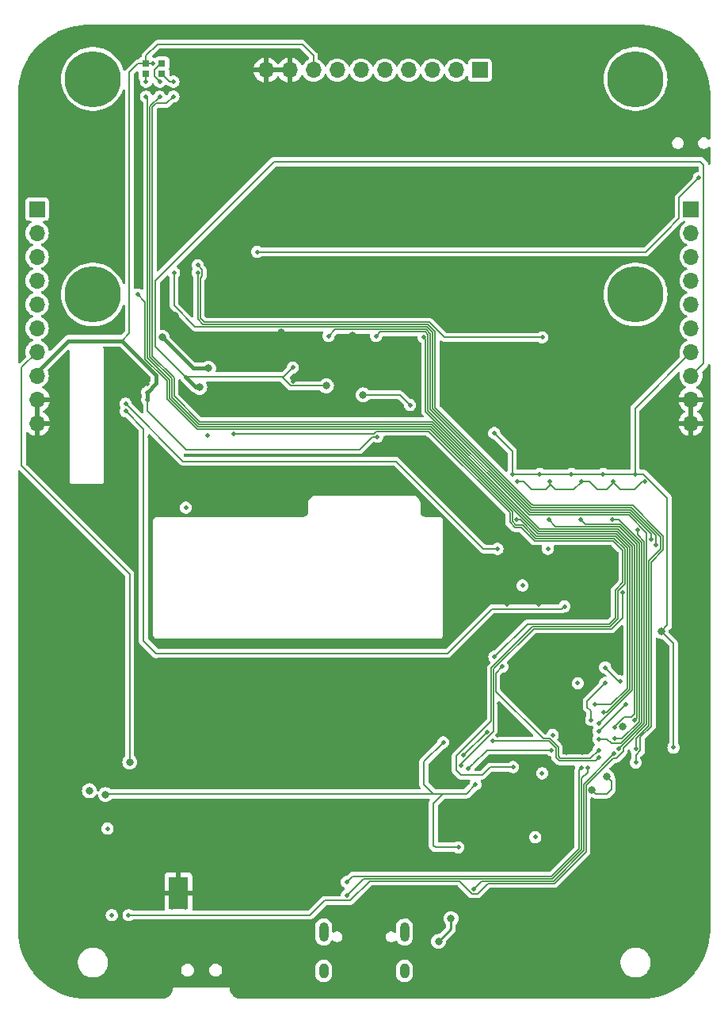
<source format=gbr>
%TF.GenerationSoftware,KiCad,Pcbnew,8.0.4*%
%TF.CreationDate,2024-08-08T16:45:06-04:00*%
%TF.ProjectId,beepy,62656570-792e-46b6-9963-61645f706362,rev?*%
%TF.SameCoordinates,Original*%
%TF.FileFunction,Copper,L1,Top*%
%TF.FilePolarity,Positive*%
%FSLAX46Y46*%
G04 Gerber Fmt 4.6, Leading zero omitted, Abs format (unit mm)*
G04 Created by KiCad (PCBNEW 8.0.4) date 2024-08-08 16:45:06*
%MOMM*%
%LPD*%
G01*
G04 APERTURE LIST*
%TA.AperFunction,SMDPad,CuDef*%
%ADD10R,0.800000X0.700000*%
%TD*%
%TA.AperFunction,ComponentPad*%
%ADD11C,0.500000*%
%TD*%
%TA.AperFunction,SMDPad,CuDef*%
%ADD12R,2.000000X3.500000*%
%TD*%
%TA.AperFunction,ComponentPad*%
%ADD13R,1.700000X1.700000*%
%TD*%
%TA.AperFunction,ComponentPad*%
%ADD14O,1.700000X1.700000*%
%TD*%
%TA.AperFunction,ComponentPad*%
%ADD15C,6.000000*%
%TD*%
%TA.AperFunction,ComponentPad*%
%ADD16O,1.000000X1.600000*%
%TD*%
%TA.AperFunction,ComponentPad*%
%ADD17O,1.000000X2.100000*%
%TD*%
%TA.AperFunction,ViaPad*%
%ADD18C,0.500000*%
%TD*%
%TA.AperFunction,ViaPad*%
%ADD19C,0.800000*%
%TD*%
%TA.AperFunction,Conductor*%
%ADD20C,0.127000*%
%TD*%
%TA.AperFunction,Conductor*%
%ADD21C,0.200000*%
%TD*%
%TA.AperFunction,Conductor*%
%ADD22C,0.400000*%
%TD*%
%TA.AperFunction,Conductor*%
%ADD23C,0.250000*%
%TD*%
G04 APERTURE END LIST*
D10*
%TO.P,D2,4,GK*%
%TO.N,Net-(D2-Pad4)*%
X69470000Y-44560000D03*
%TO.P,D2,3,A*%
%TO.N,+3V3*%
X67770000Y-44560000D03*
%TO.P,D2,2,BK*%
%TO.N,Net-(D2-Pad2)*%
X67770000Y-45660000D03*
%TO.P,D2,1,RK*%
%TO.N,Net-(D2-Pad1)*%
X69470000Y-45660000D03*
%TD*%
D11*
%TO.P,U2,17,PAD*%
%TO.N,GND*%
X70507500Y-131625000D03*
X70507500Y-133125000D03*
X70507500Y-134625000D03*
D12*
X71257500Y-133125000D03*
D11*
X72007500Y-131625000D03*
X72007500Y-133125000D03*
X72007500Y-134625000D03*
%TD*%
D13*
%TO.P,J44,1,Pin_1*%
%TO.N,/Pi_GPIO6*%
X126040000Y-60090000D03*
D14*
%TO.P,J44,2,Pin_2*%
%TO.N,/Pi_GPIO13*%
X126040000Y-62630000D03*
%TO.P,J44,3,Pin_3*%
%TO.N,/Pi_GPIO19*%
X126040000Y-65170000D03*
%TO.P,J44,4,Pin_4*%
%TO.N,/Pi_GPIO26*%
X126040000Y-67710000D03*
%TO.P,J44,5,Pin_5*%
%TO.N,/Pi_GPIO21*%
X126040000Y-70250000D03*
%TO.P,J44,6,Pin_6*%
%TO.N,/Pi_GPIO20*%
X126040000Y-72790000D03*
%TO.P,J44,7,Pin_7*%
%TO.N,+3V3*%
X126040000Y-75330000D03*
%TO.P,J44,8,Pin_8*%
%TO.N,+5V*%
X126040000Y-77870000D03*
%TO.P,J44,9,Pin_9*%
%TO.N,GND*%
X126040000Y-80410000D03*
%TO.P,J44,10,Pin_10*%
X126040000Y-82950000D03*
%TD*%
D15*
%TO.P,M1,1*%
%TO.N,N/C*%
X62100000Y-46200000D03*
%TD*%
%TO.P,M3,1*%
%TO.N,N/C*%
X120100000Y-69200000D03*
%TD*%
%TO.P,M4,1*%
%TO.N,N/C*%
X120100000Y-46200000D03*
%TD*%
D16*
%TO.P,J15,*%
%TO.N,*%
X95410000Y-141410000D03*
D17*
X95410000Y-137230000D03*
D16*
X86770000Y-141410000D03*
D17*
X86770000Y-137230000D03*
%TD*%
D13*
%TO.P,J47,1,Pin_1*%
%TO.N,/Pi_GPIO16*%
X56140000Y-60090000D03*
D14*
%TO.P,J47,2,Pin_2*%
%TO.N,/Pi_SCL*%
X56140000Y-62630000D03*
%TO.P,J47,3,Pin_3*%
%TO.N,/Pi_SDA*%
X56140000Y-65170000D03*
%TO.P,J47,4,Pin_4*%
%TO.N,/Pi_GPIO14*%
X56140000Y-67710000D03*
%TO.P,J47,5,Pin_5*%
%TO.N,/Pi_GPIO15*%
X56140000Y-70250000D03*
%TO.P,J47,6,Pin_6*%
%TO.N,/Pi_GPIO18*%
X56140000Y-72790000D03*
%TO.P,J47,7,Pin_7*%
%TO.N,+5V*%
X56140000Y-75330000D03*
%TO.P,J47,8,Pin_8*%
%TO.N,+3V3*%
X56140000Y-77870000D03*
%TO.P,J47,9,Pin_9*%
%TO.N,GND*%
X56140000Y-80410000D03*
%TO.P,J47,10,Pin_10*%
X56140000Y-82950000D03*
%TD*%
D15*
%TO.P,M2,1*%
%TO.N,N/C*%
X62100000Y-69200000D03*
%TD*%
D14*
%TO.P,J46,10,Pin_10*%
%TO.N,GND*%
X80610000Y-45250000D03*
%TO.P,J46,9,Pin_9*%
X83150000Y-45250000D03*
%TO.P,J46,8,Pin_8*%
%TO.N,+3V3*%
X85690000Y-45250000D03*
%TO.P,J46,7,Pin_7*%
%TO.N,/Pi_GPIO27*%
X88230000Y-45250000D03*
%TO.P,J46,6,Pin_6*%
%TO.N,/Pi_GPIO22*%
X90770000Y-45250000D03*
%TO.P,J46,5,Pin_5*%
%TO.N,/Pi_GPIO09*%
X93310000Y-45250000D03*
%TO.P,J46,4,Pin_4*%
%TO.N,/Pi_GPIO0*%
X95850000Y-45250000D03*
%TO.P,J46,3,Pin_3*%
%TO.N,/Pi_GPIO1*%
X98390000Y-45250000D03*
%TO.P,J46,2,Pin_2*%
%TO.N,/Pi_GPIO5*%
X100930000Y-45250000D03*
D13*
%TO.P,J46,1,Pin_1*%
%TO.N,/Pi_GPIO12*%
X103470000Y-45250000D03*
%TD*%
D18*
%TO.N,GND*%
X60706000Y-112318800D03*
X59639200Y-102768400D03*
X108915200Y-42468800D03*
X73253600Y-53949600D03*
X105105200Y-78994000D03*
X63906400Y-89458800D03*
X65379600Y-94234000D03*
X60452000Y-99415600D03*
X55727600Y-92811600D03*
X105511600Y-112826800D03*
%TO.N,+3V3*%
X124155200Y-117551200D03*
%TO.N,+5V*%
X74371200Y-84226400D03*
X72034400Y-91948000D03*
%TO.N,+3V3*%
X92506800Y-84378800D03*
%TO.N,+1V8*%
X65622176Y-81654346D03*
X112500000Y-102500000D03*
%TO.N,+3V3*%
X103000000Y-121500000D03*
X105000000Y-84000000D03*
X96000000Y-81000000D03*
%TO.N,GND*%
X115390000Y-109010000D03*
D19*
X78470000Y-136800000D03*
D18*
X112710000Y-118070000D03*
X121760000Y-120610000D03*
D19*
X66380000Y-123900000D03*
X72040000Y-73770000D03*
X82200000Y-73240000D03*
X64670000Y-126340000D03*
D18*
X68390000Y-86950000D03*
X105330000Y-116220000D03*
X110040000Y-110000000D03*
X125160000Y-49250000D03*
X68140000Y-84380000D03*
X78420000Y-79120000D03*
D19*
X96760000Y-133360000D03*
D18*
X64990000Y-77520000D03*
D19*
X99220000Y-134540000D03*
D18*
X114410000Y-118070000D03*
D19*
X105330000Y-121110000D03*
X104140000Y-134950000D03*
X95220000Y-135440000D03*
X62470000Y-128770000D03*
X101180000Y-133480000D03*
D18*
X107420000Y-103650000D03*
X112430000Y-112730000D03*
D19*
X102520000Y-72700000D03*
X89810000Y-73570000D03*
X115230000Y-65690000D03*
X90988201Y-76451799D03*
X88090000Y-81760000D03*
X117720000Y-124600000D03*
D18*
X114410000Y-116370000D03*
D19*
X86800000Y-135280000D03*
X97450000Y-65700000D03*
X64750000Y-130650000D03*
X89530000Y-76451799D03*
D18*
X64990000Y-86130000D03*
X109720000Y-102320000D03*
X64380000Y-81240000D03*
D19*
X103460000Y-122600000D03*
D18*
X121760000Y-116230000D03*
D19*
X64050000Y-133990000D03*
X104750000Y-138500000D03*
X107600000Y-72700000D03*
D18*
X125160000Y-56830000D03*
D19*
X67010000Y-136610000D03*
X85620000Y-133360000D03*
X112650000Y-139580000D03*
X117130000Y-98870000D03*
X77120000Y-65580000D03*
D18*
X83480000Y-78450000D03*
X67920000Y-78740000D03*
X112710000Y-116370000D03*
X113930000Y-109010000D03*
D19*
X88070000Y-76451799D03*
X108038750Y-97361250D03*
D18*
X106320000Y-102320000D03*
D19*
X70876502Y-71500000D03*
D18*
%TO.N,+3V3*%
X113240000Y-88370000D03*
X109380000Y-127120000D03*
X113930000Y-110690000D03*
D19*
X63450000Y-122580000D03*
D18*
X116640000Y-88370000D03*
D19*
X117030000Y-120650000D03*
D18*
X108020000Y-100260000D03*
D19*
X90990000Y-79920000D03*
X61722000Y-122174000D03*
D18*
X67919544Y-79640456D03*
X116850000Y-109020000D03*
X64120000Y-135450000D03*
X110120000Y-120300000D03*
X111247232Y-116220103D03*
D19*
X122860000Y-105160000D03*
D18*
X68550000Y-44560000D03*
X109840000Y-88370000D03*
D19*
X118700000Y-115280000D03*
X115417040Y-122060000D03*
D18*
X63660000Y-126210000D03*
X67919544Y-80394914D03*
X106920000Y-88370000D03*
X99550000Y-117000000D03*
X101160000Y-128210000D03*
X120040000Y-88370000D03*
%TO.N,/Pi_SDA*%
X120130000Y-117690000D03*
X70770000Y-66880000D03*
%TO.N,/Pi_SCL*%
X73310000Y-66880000D03*
X120130000Y-119150000D03*
D19*
%TO.N,+5V*%
X87060000Y-78950000D03*
D18*
X83470000Y-76990000D03*
D19*
X73510000Y-79100000D03*
X66040000Y-119120000D03*
D18*
%TO.N,/Pi_INT*%
X107000000Y-119650000D03*
X66900000Y-69200000D03*
%TO.N,/keyboard/COL7*%
X111080000Y-117820000D03*
X102240000Y-119800000D03*
%TO.N,~{RESET}*%
X116850000Y-110670000D03*
X115360000Y-114600000D03*
%TO.N,/keyboard/TP_RESET*%
X115760000Y-112970000D03*
X107410000Y-93220000D03*
%TO.N,/keyboard/LED_R*%
X70700000Y-48070000D03*
X117840000Y-115420000D03*
%TO.N,/keyboard/TP_SDA*%
X110810000Y-93220000D03*
X120010000Y-114620000D03*
%TO.N,/keyboard/LED_G*%
X116160000Y-115020000D03*
X69240000Y-48070000D03*
%TO.N,/keyboard/LED_B*%
X67780000Y-48070000D03*
X116660000Y-113780000D03*
%TO.N,/keyboard/TP_MOTION*%
X114210000Y-93220000D03*
X117840000Y-116620000D03*
%TO.N,/keyboard/TP_SCL*%
X116160000Y-116650000D03*
X117610000Y-93220000D03*
%TO.N,/keyboard/TP_SHUTDOWN*%
X118285051Y-117716870D03*
X120297500Y-94342500D03*
%TO.N,/keyboard/KB_BL*%
X116160000Y-117820000D03*
X105870000Y-108910000D03*
%TO.N,/keyboard/BATT_ADC*%
X102825643Y-132662817D03*
X117820000Y-118220000D03*
%TO.N,/keyboard/MIC*%
X104870000Y-116880000D03*
X116180000Y-118620000D03*
%TO.N,/keyboard/D-*%
X89230000Y-133360000D03*
X114960000Y-119720000D03*
%TO.N,/keyboard/D+*%
X89230000Y-131920000D03*
X114290000Y-119730000D03*
%TO.N,Net-(D2-Pad1)*%
X70700000Y-46490000D03*
%TO.N,Net-(D2-Pad2)*%
X67780000Y-46490000D03*
%TO.N,Net-(D2-Pad4)*%
X69240000Y-46490000D03*
%TO.N,+2V8*%
X65600000Y-80840000D03*
X105330000Y-96361250D03*
%TO.N,+1V8*%
X117700000Y-89170000D03*
X114300000Y-89170000D03*
X107500000Y-89170000D03*
X110720000Y-96361250D03*
X121100000Y-89170000D03*
X110900000Y-89170000D03*
%TO.N,Net-(JP3-Pad2)*%
X104226056Y-115873944D03*
X101740000Y-118360000D03*
%TO.N,BOOTSEL*%
X118700000Y-101020000D03*
X101430000Y-119440000D03*
%TO.N,/Pi_PWR*%
X105012455Y-107881774D03*
X77165200Y-84074000D03*
%TO.N,/LBO*%
X97440000Y-73750000D03*
X65910000Y-135450000D03*
D19*
%TO.N,+BATT*%
X100370000Y-135820000D03*
X99040000Y-138250000D03*
%TO.N,Net-(J18-Pad1)*%
X69500000Y-73770000D03*
X74460000Y-77090000D03*
D18*
%TO.N,/Button*%
X79660000Y-64650000D03*
X126860000Y-56760000D03*
%TO.N,/PI_HEADER_SWDIO*%
X87280000Y-73620000D03*
X122248657Y-95960396D03*
%TO.N,/PI_HEADER_SWCLK*%
X121730000Y-95300000D03*
X92360000Y-73620000D03*
%TO.N,/Pi_GPIO26*%
X119070000Y-112910000D03*
X116160000Y-115820000D03*
%TO.N,/Pi_GPIO16*%
X73310000Y-66070000D03*
X110140000Y-73770000D03*
%TO.N,+3V3*%
X118500000Y-110500000D03*
%TD*%
D20*
%TO.N,+3V3*%
X124155200Y-116027200D02*
X124155200Y-117551200D01*
X122860000Y-105160000D02*
X124155200Y-106455200D01*
X124155200Y-106455200D02*
X124155200Y-116027200D01*
D21*
%TO.N,+5V*%
X82322893Y-78000000D02*
X82460000Y-78000000D01*
X82460000Y-78000000D02*
X83470000Y-76990000D01*
D20*
%TO.N,/Pi_PWR*%
X92156112Y-84074000D02*
X77165200Y-84074000D01*
X107907726Y-94084000D02*
X107224790Y-94084000D01*
X108521749Y-104372480D02*
X117288310Y-104372480D01*
X106656000Y-92473742D02*
X97999778Y-83817520D01*
X117956000Y-100716630D02*
X118727840Y-99944790D01*
X117288310Y-104372480D02*
X117956000Y-103704790D01*
X117956000Y-103704790D02*
X117956000Y-100716630D01*
X105012455Y-107881774D02*
X108521749Y-104372480D01*
X118727840Y-99944790D02*
X118727840Y-96496774D01*
X118727840Y-96496774D02*
X117716186Y-95485120D01*
X117716186Y-95485120D02*
X109308846Y-95485120D01*
X109308846Y-95485120D02*
X107907726Y-94084000D01*
X107224790Y-94084000D02*
X106656000Y-93515210D01*
X92412592Y-83817520D02*
X92156112Y-84074000D01*
X106656000Y-93515210D02*
X106656000Y-92473742D01*
X97999778Y-83817520D02*
X92412592Y-83817520D01*
%TO.N,+1V8*%
X100000000Y-107500000D02*
X68834000Y-107500000D01*
D21*
X65622176Y-81654346D02*
X67500000Y-83532170D01*
X67500000Y-83532170D02*
X67500000Y-85000000D01*
X67500000Y-85000000D02*
X67513200Y-85013200D01*
X67513200Y-85013200D02*
X67513200Y-106179200D01*
X67513200Y-106179200D02*
X68834000Y-107500000D01*
D20*
%TO.N,+3V3*%
X92506800Y-84378800D02*
X91948000Y-84378800D01*
X90576400Y-85750400D02*
X72034400Y-85750400D01*
X91948000Y-84378800D02*
X90576400Y-85750400D01*
X72034400Y-85750400D02*
X67919544Y-81635544D01*
X67919544Y-81635544D02*
X67919544Y-80394914D01*
%TO.N,BOOTSEL*%
X104920000Y-115835488D02*
X101430000Y-119325488D01*
X101430000Y-119325488D02*
X101430000Y-119440000D01*
D21*
%TO.N,GND*%
X105330000Y-116220000D02*
X106030000Y-116220000D01*
X106030000Y-116220000D02*
X106502200Y-115747800D01*
D20*
%TO.N,/keyboard/KB_BL*%
X116160000Y-117820000D02*
X115257040Y-118722960D01*
X111828520Y-117519989D02*
X110935011Y-116626480D01*
X115257040Y-118722960D02*
X112071492Y-118722960D01*
X112071492Y-118722960D02*
X111828520Y-118479988D01*
X111828520Y-118479988D02*
X111828520Y-117519989D01*
X110935011Y-116626480D02*
X110225680Y-116626480D01*
X110225680Y-116626480D02*
X105173520Y-111574320D01*
X105173520Y-111574320D02*
X105173520Y-109606480D01*
X105173520Y-109606480D02*
X105870000Y-108910000D01*
%TO.N,BOOTSEL*%
X104919520Y-115835968D02*
X104920000Y-115835488D01*
X118700000Y-103678531D02*
X118700000Y-101020000D01*
X104920000Y-109170000D02*
X109210000Y-104880000D01*
X104920000Y-115835488D02*
X104920000Y-109170000D01*
X117498531Y-104880000D02*
X118700000Y-103678531D01*
X109210000Y-104880000D02*
X117498531Y-104880000D01*
X104919520Y-115835968D02*
X104919520Y-115000000D01*
D21*
%TO.N,+3V3*%
X117000000Y-122500000D02*
X117500000Y-122000000D01*
X117500000Y-122000000D02*
X117500000Y-121120000D01*
X115417040Y-122060000D02*
X115857040Y-122500000D01*
X117500000Y-121120000D02*
X117030000Y-120650000D01*
X115857040Y-122500000D02*
X117000000Y-122500000D01*
D20*
%TO.N,+5V*%
X54500000Y-76970000D02*
X54500000Y-87500000D01*
X54500000Y-87500000D02*
X66040000Y-99040000D01*
X56140000Y-75330000D02*
X54500000Y-76970000D01*
X66040000Y-99040000D02*
X66040000Y-119120000D01*
D21*
%TO.N,+3V3*%
X98710000Y-128210000D02*
X98500000Y-128000000D01*
X101160000Y-128210000D02*
X98710000Y-128210000D01*
X98500000Y-123500000D02*
X99500000Y-122500000D01*
X99500000Y-122500000D02*
X98500000Y-122500000D01*
X102000000Y-122500000D02*
X99500000Y-122500000D01*
X98500000Y-128000000D02*
X98500000Y-123500000D01*
X98500000Y-122500000D02*
X63530000Y-122500000D01*
X63530000Y-122500000D02*
X63450000Y-122580000D01*
X103000000Y-121500000D02*
X102000000Y-122500000D01*
X98500000Y-122500000D02*
X97500000Y-121500000D01*
X97500000Y-121500000D02*
X97500000Y-119050000D01*
X97500000Y-119050000D02*
X99550000Y-117000000D01*
D20*
X120040000Y-88370000D02*
X120955488Y-88370000D01*
X120955488Y-88370000D02*
X123500000Y-90914512D01*
X123500000Y-90914512D02*
X123500000Y-104520000D01*
X123500000Y-104520000D02*
X122860000Y-105160000D01*
D22*
X67919544Y-79640456D02*
X67919544Y-80394914D01*
%TO.N,+5V*%
X73510000Y-79100000D02*
X73100000Y-79100000D01*
X73100000Y-79100000D02*
X72000000Y-78000000D01*
D20*
%TO.N,+3V3*%
X116640000Y-88370000D02*
X120040000Y-88370000D01*
X113240000Y-88370000D02*
X116640000Y-88370000D01*
X106920000Y-88370000D02*
X113240000Y-88370000D01*
X105000000Y-84000000D02*
X106920000Y-85920000D01*
X106920000Y-85920000D02*
X106920000Y-88370000D01*
X94920000Y-79920000D02*
X96000000Y-81000000D01*
X90990000Y-79920000D02*
X94920000Y-79920000D01*
D21*
%TO.N,+1V8*%
X110500000Y-90000000D02*
X109000000Y-90000000D01*
X110900000Y-89170000D02*
X110900000Y-89600000D01*
X109000000Y-90000000D02*
X108170000Y-89170000D01*
X108170000Y-89170000D02*
X107500000Y-89170000D01*
X110900000Y-89600000D02*
X110500000Y-90000000D01*
X113500000Y-90000000D02*
X111500000Y-90000000D01*
X114300000Y-89170000D02*
X114300000Y-89200000D01*
X110900000Y-89400000D02*
X110900000Y-89170000D01*
X114300000Y-89200000D02*
X113500000Y-90000000D01*
X111500000Y-90000000D02*
X110900000Y-89400000D01*
X117700000Y-89170000D02*
X117700000Y-89300000D01*
X117000000Y-90000000D02*
X116000000Y-90000000D01*
X117700000Y-89300000D02*
X117000000Y-90000000D01*
X116000000Y-90000000D02*
X115170000Y-89170000D01*
X115170000Y-89170000D02*
X114300000Y-89170000D01*
X121100000Y-89170000D02*
X120830000Y-89170000D01*
X120000000Y-90000000D02*
X118500000Y-90000000D01*
X120830000Y-89170000D02*
X120000000Y-90000000D01*
X118500000Y-90000000D02*
X117700000Y-89200000D01*
X117700000Y-89200000D02*
X117700000Y-89170000D01*
%TO.N,+3V3*%
X126040000Y-75330000D02*
X120040000Y-81330000D01*
X120040000Y-81330000D02*
X120040000Y-88370000D01*
%TO.N,+5V*%
X87060000Y-78950000D02*
X83272893Y-78950000D01*
X72000000Y-78000000D02*
X68758500Y-74758500D01*
X83272893Y-78950000D02*
X82322893Y-78000000D01*
X82322893Y-78000000D02*
X72000000Y-78000000D01*
X68758500Y-74758500D02*
X68758500Y-67741500D01*
X68758500Y-67741500D02*
X81500000Y-55000000D01*
X127360000Y-76550000D02*
X126040000Y-77870000D01*
X81500000Y-55000000D02*
X126990000Y-55000000D01*
X126990000Y-55000000D02*
X127360000Y-55370000D01*
X127360000Y-55370000D02*
X127360000Y-76550000D01*
D23*
%TO.N,+BATT*%
X100370000Y-135820000D02*
X100370000Y-136920000D01*
X100370000Y-136920000D02*
X99040000Y-138250000D01*
D20*
%TO.N,+3V3*%
X66940000Y-44560000D02*
X66000000Y-45500000D01*
X66000000Y-45500000D02*
X66000000Y-73328540D01*
X67770000Y-44560000D02*
X66940000Y-44560000D01*
X66000000Y-73328540D02*
X65198540Y-74130000D01*
X85690000Y-45250000D02*
X85690000Y-43690000D01*
X85690000Y-43690000D02*
X84500000Y-42500000D01*
X84500000Y-42500000D02*
X69000000Y-42500000D01*
X69000000Y-42500000D02*
X67770000Y-43730000D01*
X67770000Y-43730000D02*
X67770000Y-44560000D01*
%TO.N,+2V8*%
X105330000Y-96361250D02*
X103861250Y-96361250D01*
X103861250Y-96361250D02*
X94500000Y-87000000D01*
X94500000Y-87000000D02*
X71760000Y-87000000D01*
X71760000Y-87000000D02*
X65600000Y-80840000D01*
D22*
%TO.N,+3V3*%
X68870000Y-78690000D02*
X68870000Y-77801460D01*
X56140000Y-77480000D02*
X56140000Y-77870000D01*
D20*
X67770000Y-44560000D02*
X68550000Y-44560000D01*
D22*
X65198540Y-74130000D02*
X59490000Y-74130000D01*
X67919544Y-79640456D02*
X68870000Y-78690000D01*
X59490000Y-74130000D02*
X56140000Y-77480000D01*
X68870000Y-77801460D02*
X65198540Y-74130000D01*
D20*
%TO.N,/Pi_SDA*%
X121517040Y-97653750D02*
X121517040Y-115201945D01*
X70770000Y-66880000D02*
X70770000Y-70400000D01*
X121517040Y-115201945D02*
X120130000Y-116588985D01*
X122800000Y-96370790D02*
X121517040Y-97653750D01*
X98438000Y-73269580D02*
X98438000Y-81384776D01*
X70770000Y-70400000D02*
X73020000Y-72650000D01*
X122800000Y-95082370D02*
X122800000Y-96370790D01*
X73020000Y-72650000D02*
X97818420Y-72650000D01*
X119685630Y-91968000D02*
X122800000Y-95082370D01*
X109021224Y-91968000D02*
X119685630Y-91968000D01*
X97818420Y-72650000D02*
X98438000Y-73269580D01*
X98438000Y-81384776D02*
X109021224Y-91968000D01*
X120130000Y-116588985D02*
X120130000Y-117690000D01*
%TO.N,/Pi_SCL*%
X98696217Y-81283783D02*
X98692000Y-81279566D01*
X123053520Y-94979393D02*
X123053520Y-96476480D01*
X97670000Y-72396000D02*
X79780000Y-72396000D01*
X120620000Y-116457517D02*
X121770560Y-115306956D01*
X97923630Y-72396000D02*
X97670000Y-72396000D01*
X109126434Y-91714000D02*
X108896217Y-91483783D01*
X120130000Y-119150000D02*
X120130000Y-118380000D01*
X123053520Y-94979393D02*
X123053520Y-94963520D01*
X73310000Y-71830000D02*
X73876000Y-72396000D01*
X108896217Y-91483783D02*
X98696217Y-81283783D01*
X116920000Y-91714000D02*
X109126434Y-91714000D01*
X98692000Y-81279566D02*
X98692000Y-73580000D01*
X73310000Y-66880000D02*
X73310000Y-71830000D01*
X120620000Y-117890000D02*
X120620000Y-116457517D01*
X123053520Y-96476480D02*
X121770560Y-97759440D01*
X122370000Y-94280000D02*
X119804000Y-91714000D01*
X120130000Y-118380000D02*
X120620000Y-117890000D01*
X98692000Y-73164370D02*
X97923630Y-72396000D01*
X119804000Y-91714000D02*
X116920000Y-91714000D01*
X123053520Y-94963520D02*
X122370000Y-94280000D01*
X121770560Y-115306956D02*
X121770560Y-98059440D01*
X73876000Y-72396000D02*
X75436000Y-72396000D01*
X79780000Y-72396000D02*
X75436000Y-72396000D01*
X75104000Y-72396000D02*
X73906000Y-72396000D01*
X121770560Y-97759440D02*
X121770560Y-98059440D01*
X75436000Y-72396000D02*
X75104000Y-72396000D01*
X98692000Y-73580000D02*
X98692000Y-73164370D01*
%TO.N,/Pi_INT*%
X108012936Y-93830000D02*
X107330000Y-93830000D01*
X117393520Y-104626480D02*
X118210000Y-103810000D01*
X104550000Y-119650000D02*
X103700000Y-120500000D01*
X70020000Y-78399210D02*
X69660395Y-78039605D01*
X101460000Y-120500000D02*
X100930000Y-119970000D01*
X118210000Y-103810000D02*
X118210000Y-100821840D01*
X70020000Y-80356227D02*
X70020000Y-78399210D01*
X75244988Y-83563520D02*
X73227293Y-83563520D01*
X100930000Y-119970000D02*
X100930000Y-118440000D01*
X118981840Y-100050000D02*
X118981840Y-96391564D01*
X67706000Y-70006000D02*
X66900000Y-69200000D01*
X72076886Y-82413113D02*
X70020000Y-80356227D01*
X107000000Y-119650000D02*
X104550000Y-119650000D01*
X67706000Y-76085210D02*
X67706000Y-70224000D01*
X69660395Y-78039605D02*
X67706000Y-76085210D01*
X106910000Y-93410000D02*
X106910000Y-92368532D01*
X118981840Y-96391564D02*
X117821396Y-95231120D01*
X98104988Y-83563520D02*
X75244988Y-83563520D01*
X100930000Y-118440000D02*
X104666480Y-114703520D01*
X117821396Y-95231120D02*
X109414056Y-95231120D01*
X107330000Y-93830000D02*
X106910000Y-93410000D01*
X104666480Y-109064988D02*
X109104989Y-104626480D01*
X67706000Y-70224000D02*
X67706000Y-70006000D01*
X104666480Y-114703520D02*
X104666480Y-109064988D01*
X106910000Y-92368532D02*
X98104988Y-83563520D01*
X109104989Y-104626480D02*
X117393520Y-104626480D01*
X109414056Y-95231120D02*
X108012936Y-93830000D01*
X103700000Y-120500000D02*
X101460000Y-120500000D01*
X73227293Y-83563520D02*
X72076886Y-82413113D01*
X118210000Y-100821840D02*
X118981840Y-100050000D01*
%TO.N,/keyboard/COL7*%
X104230000Y-117820000D02*
X102730000Y-119320000D01*
X102250000Y-119800000D02*
X102240000Y-119800000D01*
X102730000Y-119320000D02*
X102250000Y-119800000D01*
X111080000Y-117820000D02*
X104230000Y-117820000D01*
D21*
%TO.N,~{RESET}*%
X115360000Y-113660000D02*
X114950000Y-113250000D01*
X114950000Y-113250000D02*
X114950000Y-112570000D01*
X114950000Y-112570000D02*
X116850000Y-110670000D01*
X115360000Y-114600000D02*
X115360000Y-113660000D01*
D20*
%TO.N,/keyboard/TP_RESET*%
X115760000Y-112970000D02*
X117492936Y-112970000D01*
X117926408Y-94977600D02*
X109519068Y-94977600D01*
X107761468Y-93220000D02*
X107410000Y-93220000D01*
X119235360Y-96286552D02*
X117926408Y-94977600D01*
X119235360Y-111227576D02*
X119235360Y-96286552D01*
X109519068Y-94977600D02*
X107761468Y-93220000D01*
X117492936Y-112970000D02*
X119235360Y-111227576D01*
%TO.N,/keyboard/LED_R*%
X70700000Y-48070000D02*
X69970000Y-48800000D01*
X68468000Y-75769580D02*
X70782000Y-78083580D01*
X73544363Y-82802960D02*
X98420022Y-82802960D01*
X68869210Y-48800000D02*
X68468000Y-49201210D01*
X119995920Y-113950307D02*
X119653113Y-114293114D01*
X68468000Y-49201210D02*
X68468000Y-75769580D01*
X118241444Y-94217040D02*
X119995920Y-95971516D01*
X70782000Y-80040597D02*
X73544363Y-82802960D01*
X69970000Y-48800000D02*
X68869210Y-48800000D01*
X118851792Y-114293114D02*
X117840000Y-115304906D01*
X98420022Y-82802960D02*
X109834102Y-94217040D01*
X70782000Y-78083580D02*
X70782000Y-80040597D01*
X109834102Y-94217040D02*
X118241444Y-94217040D01*
X119995920Y-95971516D02*
X119995920Y-113950307D01*
X119653113Y-114293114D02*
X118851792Y-114293114D01*
X117840000Y-115304906D02*
X117840000Y-115420000D01*
%TO.N,/keyboard/TP_SDA*%
X118346456Y-93963520D02*
X120249440Y-95866504D01*
X120249440Y-111310560D02*
X120249440Y-114380560D01*
X120249440Y-95866504D02*
X120249440Y-111310560D01*
X120249440Y-114380560D02*
X120010000Y-114620000D01*
X110810000Y-93220000D02*
X111553520Y-93963520D01*
X111553520Y-93963520D02*
X118346456Y-93963520D01*
%TO.N,/keyboard/LED_G*%
X116160000Y-115020000D02*
X119742400Y-111437600D01*
X73438673Y-83056480D02*
X70528000Y-80145807D01*
X70528000Y-80145807D02*
X70528000Y-78188790D01*
X109729091Y-94470560D02*
X98315011Y-83056480D01*
X118136432Y-94470560D02*
X109729091Y-94470560D01*
X70528000Y-78188790D02*
X68214000Y-75874790D01*
X68214000Y-75874790D02*
X68214000Y-49096000D01*
X119742400Y-96076528D02*
X118136432Y-94470560D01*
X119742400Y-111437600D02*
X119742400Y-96076528D01*
X68214000Y-49096000D02*
X69240000Y-48070000D01*
X98315011Y-83056480D02*
X73438673Y-83056480D01*
%TO.N,/keyboard/LED_B*%
X67960000Y-75980000D02*
X67960000Y-48250000D01*
X98210000Y-83310000D02*
X73332983Y-83310000D01*
X109624080Y-94724080D02*
X98210000Y-83310000D01*
X116660000Y-113780000D02*
X117041468Y-113780000D01*
X119488880Y-111332588D02*
X119488880Y-96181540D01*
X117041468Y-113780000D02*
X119488880Y-111332588D01*
X73332983Y-83310000D02*
X70274000Y-80251017D01*
X70274000Y-80251017D02*
X70274000Y-78294000D01*
X119488880Y-96181540D02*
X118031420Y-94724080D01*
X67960000Y-48250000D02*
X67780000Y-48070000D01*
X118031420Y-94724080D02*
X109624080Y-94724080D01*
X70274000Y-78294000D02*
X67960000Y-75980000D01*
%TO.N,/keyboard/TP_MOTION*%
X120502960Y-114781897D02*
X118664857Y-116620000D01*
X114210000Y-93220000D02*
X114700000Y-93710000D01*
X118451468Y-93710000D02*
X120502960Y-95761492D01*
X118664857Y-116620000D02*
X117840000Y-116620000D01*
X120502960Y-95761492D02*
X120502960Y-114781897D01*
X114700000Y-93710000D02*
X118451468Y-93710000D01*
%TO.N,/keyboard/TP_SCL*%
X118533389Y-117110000D02*
X117500000Y-117110000D01*
X120756480Y-114886909D02*
X118533389Y-117110000D01*
X117500000Y-117110000D02*
X117040000Y-116650000D01*
X118320000Y-93220000D02*
X120756480Y-95656480D01*
X117610000Y-93220000D02*
X118320000Y-93220000D01*
X120756480Y-95656480D02*
X120756480Y-114886909D01*
X117040000Y-116650000D02*
X116160000Y-116650000D01*
%TO.N,/keyboard/TP_SHUTDOWN*%
X121010000Y-114991921D02*
X121010000Y-95551469D01*
X121010000Y-114991921D02*
X118285051Y-117716870D01*
X121010000Y-95551469D02*
X120297500Y-94838969D01*
X120297500Y-94838969D02*
X120297500Y-94342500D01*
%TO.N,/keyboard/BATT_ADC*%
X117820000Y-118220000D02*
X114573520Y-121466480D01*
X103684940Y-131803520D02*
X102825643Y-132662817D01*
X114573520Y-121466480D02*
X114573520Y-128555012D01*
X111325011Y-131803520D02*
X103684940Y-131803520D01*
X114573520Y-128555012D02*
X111325011Y-131803520D01*
%TO.N,/keyboard/MIC*%
X111575000Y-118585000D02*
X111575000Y-117625000D01*
X104870000Y-116880000D02*
X110830000Y-116880000D01*
X116180000Y-118620000D02*
X115823520Y-118976480D01*
X111966480Y-118976480D02*
X111575000Y-118585000D01*
X110830000Y-116880000D02*
X111575000Y-117625000D01*
X115823520Y-118976480D02*
X111966480Y-118976480D01*
%TO.N,/keyboard/D-*%
X111220000Y-131550000D02*
X91040000Y-131550000D01*
X114320000Y-120840000D02*
X114320000Y-128450000D01*
X114320000Y-128450000D02*
X111220000Y-131550000D01*
X114960000Y-120200000D02*
X114320000Y-120840000D01*
X114960000Y-119720000D02*
X114960000Y-120200000D01*
X91040000Y-131550000D02*
X89230000Y-133360000D01*
%TO.N,/keyboard/D+*%
X114043520Y-119976480D02*
X114043520Y-128316479D01*
X114043520Y-128316479D02*
X111076468Y-131283531D01*
X89866469Y-131283531D02*
X89230000Y-131920000D01*
X114290000Y-119730000D02*
X114043520Y-119976480D01*
X111076468Y-131283531D02*
X89866469Y-131283531D01*
%TO.N,Net-(D2-Pad1)*%
X70300000Y-46490000D02*
X69470000Y-45660000D01*
X70700000Y-46490000D02*
X70300000Y-46490000D01*
%TO.N,Net-(D2-Pad2)*%
X67780000Y-45670000D02*
X67770000Y-45660000D01*
X67780000Y-46490000D02*
X67780000Y-45670000D01*
%TO.N,Net-(D2-Pad4)*%
X69240000Y-46490000D02*
X68650000Y-45900000D01*
X68650000Y-45230000D02*
X69320000Y-44560000D01*
X69320000Y-44560000D02*
X69470000Y-44560000D01*
X68650000Y-45900000D02*
X68650000Y-45230000D01*
%TO.N,Net-(JP3-Pad2)*%
X101740000Y-118360000D02*
X104226056Y-115873944D01*
%TO.N,/LBO*%
X97440000Y-73750000D02*
X97676000Y-73986000D01*
X121263520Y-115096933D02*
X118790227Y-117570226D01*
X89603520Y-133890000D02*
X86860000Y-133890000D01*
X103190000Y-133160000D02*
X102620000Y-133160000D01*
X102620000Y-133160000D02*
X101263520Y-131803520D01*
X108705594Y-92730000D02*
X119370000Y-92730000D01*
X118790227Y-117949773D02*
X118020000Y-118720000D01*
X114827040Y-128660024D02*
X111427064Y-132060000D01*
X91690000Y-131803520D02*
X89603520Y-133890000D01*
X111427064Y-132060000D02*
X104290000Y-132060000D01*
X121263520Y-94623520D02*
X121263520Y-115096933D01*
X117678532Y-118720000D02*
X114827040Y-121571492D01*
X97676000Y-73986000D02*
X97676000Y-81700406D01*
X118020000Y-118720000D02*
X117678532Y-118720000D01*
X97676000Y-81700406D02*
X108705594Y-92730000D01*
X118790227Y-117570226D02*
X118790227Y-117949773D01*
X114827040Y-121571492D02*
X114827040Y-128660024D01*
X104290000Y-132060000D02*
X103190000Y-133160000D01*
X101263520Y-131803520D02*
X91690000Y-131803520D01*
X119370000Y-92730000D02*
X121263520Y-94623520D01*
X85300000Y-135450000D02*
X65910000Y-135450000D01*
X86860000Y-133890000D02*
X85300000Y-135450000D01*
D22*
%TO.N,Net-(J18-Pad1)*%
X72820000Y-77090000D02*
X74460000Y-77090000D01*
X69500000Y-73770000D02*
X72820000Y-77090000D01*
D20*
%TO.N,/Button*%
X124770000Y-58850000D02*
X126860000Y-56760000D01*
X121190000Y-64650000D02*
X123260000Y-62580000D01*
X124770000Y-59090000D02*
X124770000Y-58850000D01*
X123260000Y-62580000D02*
X124770000Y-61070000D01*
X124770000Y-61070000D02*
X124770000Y-59090000D01*
X79660000Y-64650000D02*
X121190000Y-64650000D01*
%TO.N,/PI_HEADER_SWDIO*%
X119580420Y-92222000D02*
X122248657Y-94890237D01*
X122248657Y-94890237D02*
X122248657Y-95960396D01*
X87994000Y-72906000D02*
X97715210Y-72906000D01*
X98184000Y-73374790D02*
X98184000Y-81489986D01*
X87280000Y-73620000D02*
X87994000Y-72906000D01*
X98184000Y-81489986D02*
X108916014Y-92222000D01*
X108916014Y-92222000D02*
X119580420Y-92222000D01*
X97715210Y-72906000D02*
X98184000Y-73374790D01*
%TO.N,/PI_HEADER_SWCLK*%
X92360000Y-73620000D02*
X92820000Y-73160000D01*
X97930000Y-73480000D02*
X97930000Y-81595196D01*
X108810804Y-92476000D02*
X119475210Y-92476000D01*
X92820000Y-73160000D02*
X97610000Y-73160000D01*
X119475210Y-92476000D02*
X121730000Y-94730790D01*
X121730000Y-94730790D02*
X121730000Y-95300000D01*
X97610000Y-73160000D02*
X97930000Y-73480000D01*
X97930000Y-81595196D02*
X108810804Y-92476000D01*
%TO.N,/Pi_GPIO26*%
X116160000Y-115820000D02*
X119070000Y-112910000D01*
%TO.N,/Pi_GPIO16*%
X99656840Y-73770000D02*
X110140000Y-73770000D01*
X73564000Y-71724790D02*
X73981210Y-72142000D01*
X73793500Y-67210500D02*
X73564000Y-67440000D01*
X73793500Y-66553500D02*
X73793500Y-67210500D01*
X98028840Y-72142000D02*
X99656840Y-73770000D01*
X73564000Y-67440000D02*
X73564000Y-71724790D01*
X73310000Y-66070000D02*
X73793500Y-66553500D01*
X73981210Y-72142000D02*
X98028840Y-72142000D01*
%TO.N,+3V3*%
X116850000Y-109020000D02*
X118330000Y-110500000D01*
X118330000Y-110500000D02*
X118500000Y-110500000D01*
%TO.N,+1V8*%
X112500000Y-102500000D02*
X112216500Y-102783500D01*
X112216500Y-102783500D02*
X104716500Y-102783500D01*
X104716500Y-102783500D02*
X100000000Y-107500000D01*
%TD*%
%TA.AperFunction,Conductor*%
%TO.N,GND*%
G36*
X64965482Y-74750185D02*
G01*
X64986124Y-74766819D01*
X68233181Y-78013876D01*
X68266666Y-78075199D01*
X68269500Y-78101557D01*
X68269500Y-78389901D01*
X68249815Y-78456940D01*
X68233181Y-78477582D01*
X67691738Y-79019024D01*
X67661685Y-79041138D01*
X67547307Y-79101171D01*
X67547304Y-79101173D01*
X67490703Y-79151317D01*
X67429060Y-79205927D01*
X67339325Y-79335931D01*
X67339324Y-79335932D01*
X67283306Y-79483637D01*
X67264266Y-79640455D01*
X67264266Y-79640456D01*
X67283306Y-79797273D01*
X67310986Y-79870256D01*
X67319044Y-79914228D01*
X67319044Y-80121141D01*
X67310986Y-80165112D01*
X67283307Y-80238095D01*
X67264266Y-80394913D01*
X67264266Y-80394914D01*
X67283306Y-80551732D01*
X67339324Y-80699437D01*
X67339325Y-80699438D01*
X67433322Y-80835617D01*
X67430628Y-80837476D01*
X67454080Y-80887365D01*
X67455544Y-80906364D01*
X67455544Y-81566844D01*
X67455543Y-81566862D01*
X67455543Y-81696636D01*
X67461211Y-81717788D01*
X67459547Y-81787638D01*
X67420384Y-81845499D01*
X67356155Y-81873002D01*
X67287253Y-81861415D01*
X67253757Y-81837562D01*
X66285408Y-80869212D01*
X66251923Y-80807889D01*
X66249993Y-80796477D01*
X66236237Y-80683182D01*
X66180220Y-80535477D01*
X66090483Y-80405470D01*
X65972240Y-80300717D01*
X65972238Y-80300716D01*
X65972237Y-80300715D01*
X65832365Y-80227303D01*
X65678986Y-80189500D01*
X65678985Y-80189500D01*
X65521015Y-80189500D01*
X65521014Y-80189500D01*
X65367634Y-80227303D01*
X65227762Y-80300715D01*
X65109516Y-80405471D01*
X65019781Y-80535475D01*
X65019780Y-80535476D01*
X64963762Y-80683181D01*
X64944722Y-80839999D01*
X64944722Y-80840000D01*
X64963762Y-80996818D01*
X65019780Y-81144523D01*
X65019781Y-81144524D01*
X65053100Y-81192796D01*
X65074983Y-81259151D01*
X65057517Y-81326803D01*
X65053104Y-81333670D01*
X65041956Y-81349821D01*
X64985938Y-81497527D01*
X64966898Y-81654345D01*
X64966898Y-81654346D01*
X64985938Y-81811164D01*
X65041956Y-81958869D01*
X65131693Y-82088876D01*
X65249936Y-82193629D01*
X65249938Y-82193630D01*
X65389810Y-82267042D01*
X65389809Y-82267042D01*
X65538387Y-82303662D01*
X65596394Y-82336378D01*
X66963181Y-83703165D01*
X66996666Y-83764488D01*
X66999500Y-83790846D01*
X66999500Y-85065891D01*
X67008475Y-85099387D01*
X67012700Y-85131480D01*
X67012700Y-106245091D01*
X67046808Y-106372387D01*
X67059352Y-106394113D01*
X67112700Y-106486514D01*
X68526686Y-107900499D01*
X68581901Y-107932378D01*
X68640808Y-107966389D01*
X68640809Y-107966389D01*
X68640814Y-107966392D01*
X68768107Y-108000500D01*
X68768109Y-108000500D01*
X68899890Y-108000500D01*
X68899892Y-108000500D01*
X69020346Y-107968224D01*
X69052437Y-107964000D01*
X99931301Y-107964000D01*
X99931317Y-107964001D01*
X99938913Y-107964001D01*
X100061084Y-107964001D01*
X100061087Y-107964001D01*
X100179097Y-107932379D01*
X100284903Y-107871293D01*
X104872376Y-103283818D01*
X104933699Y-103250334D01*
X104960057Y-103247500D01*
X112147801Y-103247500D01*
X112147817Y-103247501D01*
X112155413Y-103247501D01*
X112277584Y-103247501D01*
X112277587Y-103247501D01*
X112395597Y-103215879D01*
X112480065Y-103167111D01*
X112542064Y-103150500D01*
X112578985Y-103150500D01*
X112732365Y-103112696D01*
X112872240Y-103039283D01*
X112990483Y-102934530D01*
X113080220Y-102804523D01*
X113136237Y-102656818D01*
X113155278Y-102500000D01*
X113136237Y-102343182D01*
X113080220Y-102195477D01*
X112990483Y-102065470D01*
X112872240Y-101960717D01*
X112872238Y-101960716D01*
X112872237Y-101960715D01*
X112732365Y-101887303D01*
X112578986Y-101849500D01*
X112578985Y-101849500D01*
X112421015Y-101849500D01*
X112421014Y-101849500D01*
X112267634Y-101887303D01*
X112127762Y-101960715D01*
X112009516Y-102065471D01*
X111919781Y-102195474D01*
X111903095Y-102239472D01*
X111860916Y-102295175D01*
X111795318Y-102319231D01*
X111787153Y-102319500D01*
X104777587Y-102319500D01*
X104655413Y-102319500D01*
X104537402Y-102351121D01*
X104537400Y-102351122D01*
X104537399Y-102351122D01*
X104498675Y-102373480D01*
X104478746Y-102384985D01*
X104431597Y-102412206D01*
X104431595Y-102412208D01*
X99844123Y-106999681D01*
X99782800Y-107033166D01*
X99756442Y-107036000D01*
X69129175Y-107036000D01*
X69062136Y-107016315D01*
X69041494Y-106999681D01*
X68050019Y-106008205D01*
X68016534Y-105946882D01*
X68013700Y-105920524D01*
X68013700Y-93329990D01*
X68545686Y-93329990D01*
X68545686Y-105524322D01*
X68548148Y-105587274D01*
X68548149Y-105587277D01*
X68587065Y-105707040D01*
X68661084Y-105808916D01*
X68762960Y-105882935D01*
X68882723Y-105921851D01*
X68945686Y-105924315D01*
X99140001Y-105924314D01*
X99140009Y-105924314D01*
X99175979Y-105922900D01*
X99202963Y-105921840D01*
X99280929Y-105896507D01*
X99322720Y-105882929D01*
X99322721Y-105882928D01*
X99322725Y-105882927D01*
X99424602Y-105808912D01*
X99498621Y-105707038D01*
X99537538Y-105587277D01*
X99540002Y-105524315D01*
X99540002Y-100259999D01*
X107364722Y-100259999D01*
X107364722Y-100260000D01*
X107383762Y-100416818D01*
X107429544Y-100537532D01*
X107439780Y-100564523D01*
X107529517Y-100694530D01*
X107647760Y-100799283D01*
X107647762Y-100799284D01*
X107787634Y-100872696D01*
X107941014Y-100910500D01*
X107941015Y-100910500D01*
X108098985Y-100910500D01*
X108252365Y-100872696D01*
X108392240Y-100799283D01*
X108510483Y-100694530D01*
X108600220Y-100564523D01*
X108656237Y-100416818D01*
X108675278Y-100260000D01*
X108656237Y-100103182D01*
X108600220Y-99955477D01*
X108510483Y-99825470D01*
X108392240Y-99720717D01*
X108392238Y-99720716D01*
X108392237Y-99720715D01*
X108252365Y-99647303D01*
X108098986Y-99609500D01*
X108098985Y-99609500D01*
X107941015Y-99609500D01*
X107941014Y-99609500D01*
X107787634Y-99647303D01*
X107647762Y-99720715D01*
X107529516Y-99825471D01*
X107439781Y-99955475D01*
X107439780Y-99955476D01*
X107383762Y-100103181D01*
X107364722Y-100259999D01*
X99540002Y-100259999D01*
X99540001Y-93330000D01*
X99537539Y-93267036D01*
X99498625Y-93147272D01*
X99498621Y-93147267D01*
X99480325Y-93122083D01*
X99424607Y-93045394D01*
X99424605Y-93045393D01*
X99424605Y-93045392D01*
X99424606Y-93045392D01*
X99322732Y-92971377D01*
X99322727Y-92971375D01*
X99202966Y-92932462D01*
X99140017Y-92929999D01*
X97595436Y-92926451D01*
X97591666Y-92926385D01*
X97542272Y-92924769D01*
X97514225Y-92920608D01*
X97417155Y-92894591D01*
X97387254Y-92882203D01*
X97302006Y-92832982D01*
X97276328Y-92813278D01*
X97206721Y-92743671D01*
X97187017Y-92717993D01*
X97137796Y-92632745D01*
X97125408Y-92602844D01*
X97124244Y-92598500D01*
X97099390Y-92505770D01*
X97095230Y-92477725D01*
X97093627Y-92428712D01*
X97093562Y-92424162D01*
X97097105Y-91539901D01*
X97097105Y-91539888D01*
X97094006Y-91440663D01*
X97049032Y-91247350D01*
X96962172Y-91068890D01*
X96837783Y-90914230D01*
X96682099Y-90791125D01*
X96682095Y-90791122D01*
X96502933Y-90705748D01*
X96502926Y-90705745D01*
X96309250Y-90662373D01*
X96299323Y-90662135D01*
X96210000Y-90660000D01*
X96209982Y-90660000D01*
X85979989Y-90660000D01*
X85880789Y-90663204D01*
X85880774Y-90663206D01*
X85687486Y-90708168D01*
X85687483Y-90708169D01*
X85509033Y-90795015D01*
X85354374Y-90919390D01*
X85354374Y-90919391D01*
X85231272Y-91075048D01*
X85145882Y-91254203D01*
X85145881Y-91254205D01*
X85102495Y-91447856D01*
X85102494Y-91447866D01*
X85100111Y-91547088D01*
X85096454Y-92424670D01*
X85096389Y-92428207D01*
X85094769Y-92477726D01*
X85090608Y-92505774D01*
X85064591Y-92602844D01*
X85052203Y-92632745D01*
X85002982Y-92717993D01*
X84983278Y-92743671D01*
X84913671Y-92813278D01*
X84887993Y-92832982D01*
X84802745Y-92882203D01*
X84772844Y-92894591D01*
X84675774Y-92920608D01*
X84647726Y-92924769D01*
X84598450Y-92926381D01*
X84594424Y-92926447D01*
X68945678Y-92930000D01*
X68882728Y-92932449D01*
X68882723Y-92932450D01*
X68762959Y-92971367D01*
X68762956Y-92971369D01*
X68661080Y-93045388D01*
X68587062Y-93147267D01*
X68548147Y-93267036D01*
X68548147Y-93267038D01*
X68545686Y-93329990D01*
X68013700Y-93329990D01*
X68013700Y-91947999D01*
X71379122Y-91947999D01*
X71379122Y-91948000D01*
X71398162Y-92104818D01*
X71454180Y-92252523D01*
X71543917Y-92382530D01*
X71662160Y-92487283D01*
X71662162Y-92487284D01*
X71802034Y-92560696D01*
X71955414Y-92598500D01*
X71955415Y-92598500D01*
X72113385Y-92598500D01*
X72266765Y-92560696D01*
X72406640Y-92487283D01*
X72524883Y-92382530D01*
X72614620Y-92252523D01*
X72670637Y-92104818D01*
X72689678Y-91948000D01*
X72670637Y-91791182D01*
X72614620Y-91643477D01*
X72524883Y-91513470D01*
X72406640Y-91408717D01*
X72406638Y-91408716D01*
X72406637Y-91408715D01*
X72266765Y-91335303D01*
X72113386Y-91297500D01*
X72113385Y-91297500D01*
X71955415Y-91297500D01*
X71955414Y-91297500D01*
X71802034Y-91335303D01*
X71662162Y-91408715D01*
X71543916Y-91513471D01*
X71454181Y-91643475D01*
X71454180Y-91643476D01*
X71398162Y-91791181D01*
X71379122Y-91947999D01*
X68013700Y-91947999D01*
X68013700Y-84947310D01*
X68013699Y-84947306D01*
X68004725Y-84913811D01*
X68000500Y-84881719D01*
X68000500Y-84196057D01*
X68020185Y-84129018D01*
X68072989Y-84083263D01*
X68142147Y-84073319D01*
X68205703Y-84102344D01*
X68212181Y-84108376D01*
X71384366Y-87280561D01*
X71384376Y-87280572D01*
X71475098Y-87371294D01*
X71528000Y-87401836D01*
X71580903Y-87432379D01*
X71698913Y-87464001D01*
X71698916Y-87464001D01*
X71828683Y-87464001D01*
X71828699Y-87464000D01*
X94256442Y-87464000D01*
X94323481Y-87483685D01*
X94344123Y-87500319D01*
X103485616Y-96641811D01*
X103485626Y-96641822D01*
X103489956Y-96646152D01*
X103489957Y-96646153D01*
X103576347Y-96732543D01*
X103661451Y-96781677D01*
X103661450Y-96781677D01*
X103670799Y-96787074D01*
X103682153Y-96793629D01*
X103800163Y-96825251D01*
X103800166Y-96825251D01*
X103929933Y-96825251D01*
X103929949Y-96825250D01*
X104825755Y-96825250D01*
X104892794Y-96844935D01*
X104907981Y-96856434D01*
X104957759Y-96900532D01*
X104957761Y-96900534D01*
X105097634Y-96973946D01*
X105251014Y-97011750D01*
X105251015Y-97011750D01*
X105408985Y-97011750D01*
X105562365Y-96973946D01*
X105702240Y-96900533D01*
X105820483Y-96795780D01*
X105910220Y-96665773D01*
X105966237Y-96518068D01*
X105985278Y-96361250D01*
X105966237Y-96204432D01*
X105910220Y-96056727D01*
X105820483Y-95926720D01*
X105702240Y-95821967D01*
X105702238Y-95821966D01*
X105702237Y-95821965D01*
X105562365Y-95748553D01*
X105408986Y-95710750D01*
X105408985Y-95710750D01*
X105251015Y-95710750D01*
X105251014Y-95710750D01*
X105097634Y-95748553D01*
X104957761Y-95821965D01*
X104957759Y-95821967D01*
X104907981Y-95866066D01*
X104844748Y-95895787D01*
X104825755Y-95897250D01*
X104104807Y-95897250D01*
X104037768Y-95877565D01*
X104017126Y-95860931D01*
X99410400Y-91254205D01*
X94784903Y-86628707D01*
X94784902Y-86628706D01*
X94679097Y-86567621D01*
X94561087Y-86535999D01*
X94438913Y-86535999D01*
X94431317Y-86535999D01*
X94431301Y-86536000D01*
X72003557Y-86536000D01*
X71936518Y-86516315D01*
X71915876Y-86499681D01*
X71832382Y-86416187D01*
X71798897Y-86354864D01*
X71803881Y-86285172D01*
X71845753Y-86229239D01*
X71911217Y-86204822D01*
X71952154Y-86208731D01*
X71973313Y-86214401D01*
X71973315Y-86214401D01*
X72103083Y-86214401D01*
X72103099Y-86214400D01*
X90507701Y-86214400D01*
X90507717Y-86214401D01*
X90515313Y-86214401D01*
X90637484Y-86214401D01*
X90637487Y-86214401D01*
X90755497Y-86182779D01*
X90861303Y-86121693D01*
X92024368Y-84958625D01*
X92085689Y-84925142D01*
X92155380Y-84930126D01*
X92169667Y-84936509D01*
X92274435Y-84991496D01*
X92351125Y-85010398D01*
X92427814Y-85029300D01*
X92427815Y-85029300D01*
X92585785Y-85029300D01*
X92739165Y-84991496D01*
X92879040Y-84918083D01*
X92997283Y-84813330D01*
X93087020Y-84683323D01*
X93143037Y-84535618D01*
X93160648Y-84390572D01*
X93188270Y-84326396D01*
X93246203Y-84287339D01*
X93283744Y-84281520D01*
X97756220Y-84281520D01*
X97823259Y-84301205D01*
X97843901Y-84317839D01*
X106155681Y-92629618D01*
X106189166Y-92690941D01*
X106192000Y-92717299D01*
X106192000Y-93446510D01*
X106191999Y-93446528D01*
X106191999Y-93454123D01*
X106191999Y-93576297D01*
X106223621Y-93694307D01*
X106284707Y-93800113D01*
X106568749Y-94084155D01*
X106849156Y-94364561D01*
X106849166Y-94364572D01*
X106939888Y-94455294D01*
X107016142Y-94499318D01*
X107045693Y-94516379D01*
X107163703Y-94548001D01*
X107163706Y-94548001D01*
X107293473Y-94548001D01*
X107293489Y-94548000D01*
X107664168Y-94548000D01*
X107731207Y-94567685D01*
X107751849Y-94584319D01*
X108933212Y-95765681D01*
X108933222Y-95765692D01*
X108937552Y-95770022D01*
X108937553Y-95770023D01*
X109023943Y-95856413D01*
X109093616Y-95896638D01*
X109129749Y-95917499D01*
X109247759Y-95949121D01*
X109247762Y-95949121D01*
X109377529Y-95949121D01*
X109377545Y-95949120D01*
X110000945Y-95949120D01*
X110067984Y-95968805D01*
X110113739Y-96021609D01*
X110123683Y-96090767D01*
X110116887Y-96117091D01*
X110083762Y-96204431D01*
X110064722Y-96361249D01*
X110064722Y-96361250D01*
X110083762Y-96518068D01*
X110132338Y-96646150D01*
X110139780Y-96665773D01*
X110229517Y-96795780D01*
X110347760Y-96900533D01*
X110347762Y-96900534D01*
X110487634Y-96973946D01*
X110641014Y-97011750D01*
X110641015Y-97011750D01*
X110798985Y-97011750D01*
X110952365Y-96973946D01*
X111092240Y-96900533D01*
X111210483Y-96795780D01*
X111300220Y-96665773D01*
X111356237Y-96518068D01*
X111375278Y-96361250D01*
X111356237Y-96204432D01*
X111323113Y-96117091D01*
X111317746Y-96047428D01*
X111350893Y-95985922D01*
X111412032Y-95952100D01*
X111439055Y-95949120D01*
X117472628Y-95949120D01*
X117539667Y-95968805D01*
X117560309Y-95985439D01*
X118227521Y-96652650D01*
X118261006Y-96713973D01*
X118263840Y-96740331D01*
X118263840Y-99701232D01*
X118244155Y-99768271D01*
X118227521Y-99788913D01*
X117584708Y-100431725D01*
X117584706Y-100431727D01*
X117523621Y-100537532D01*
X117523621Y-100537533D01*
X117491999Y-100655543D01*
X117491999Y-100655545D01*
X117491999Y-100787706D01*
X117492000Y-100787719D01*
X117492000Y-103461232D01*
X117472315Y-103528271D01*
X117455681Y-103548913D01*
X117132433Y-103872161D01*
X117071110Y-103905646D01*
X117044752Y-103908480D01*
X108590448Y-103908480D01*
X108590432Y-103908479D01*
X108582836Y-103908479D01*
X108460662Y-103908479D01*
X108381988Y-103929560D01*
X108342650Y-103940101D01*
X108323287Y-103951280D01*
X108303924Y-103962460D01*
X108283995Y-103973965D01*
X108236846Y-104001186D01*
X108236844Y-104001188D01*
X105043078Y-107194955D01*
X104981755Y-107228440D01*
X104955397Y-107231274D01*
X104933469Y-107231274D01*
X104780089Y-107269077D01*
X104640217Y-107342489D01*
X104521971Y-107447245D01*
X104432236Y-107577249D01*
X104432235Y-107577250D01*
X104376217Y-107724955D01*
X104357177Y-107881773D01*
X104357177Y-107881774D01*
X104376217Y-108038592D01*
X104432235Y-108186297D01*
X104432236Y-108186298D01*
X104521970Y-108316302D01*
X104521971Y-108316303D01*
X104521972Y-108316304D01*
X104549038Y-108340282D01*
X104586164Y-108399469D01*
X104585398Y-108469335D01*
X104554493Y-108520778D01*
X104295185Y-108780086D01*
X104234101Y-108885890D01*
X104234101Y-108885891D01*
X104202479Y-109003901D01*
X104202479Y-109003903D01*
X104202479Y-109136064D01*
X104202480Y-109136077D01*
X104202480Y-114459962D01*
X104182795Y-114527001D01*
X104166161Y-114547643D01*
X100558708Y-118155095D01*
X100558706Y-118155097D01*
X100497621Y-118260902D01*
X100487080Y-118300239D01*
X100465999Y-118378913D01*
X100465999Y-118378915D01*
X100465999Y-118511076D01*
X100466000Y-118511089D01*
X100466000Y-119901300D01*
X100465999Y-119901318D01*
X100465999Y-119908913D01*
X100465999Y-120031087D01*
X100488976Y-120116834D01*
X100497621Y-120149097D01*
X100558706Y-120254902D01*
X100558708Y-120254904D01*
X101084366Y-120780561D01*
X101084376Y-120780572D01*
X101175098Y-120871294D01*
X101200900Y-120886190D01*
X101226703Y-120901087D01*
X101280900Y-120932378D01*
X101280901Y-120932378D01*
X101280902Y-120932379D01*
X101398913Y-120964001D01*
X101398915Y-120964001D01*
X101528683Y-120964001D01*
X101528699Y-120964000D01*
X102343295Y-120964000D01*
X102410334Y-120983685D01*
X102456089Y-121036489D01*
X102466033Y-121105647D01*
X102445345Y-121158440D01*
X102419780Y-121195475D01*
X102419780Y-121195476D01*
X102363763Y-121343178D01*
X102363762Y-121343182D01*
X102357139Y-121397728D01*
X102329516Y-121461905D01*
X102321724Y-121470460D01*
X101829005Y-121963181D01*
X101767682Y-121996666D01*
X101741324Y-121999500D01*
X98758676Y-121999500D01*
X98691637Y-121979815D01*
X98670995Y-121963181D01*
X98036819Y-121329005D01*
X98003334Y-121267682D01*
X98000500Y-121241324D01*
X98000500Y-119308676D01*
X98020185Y-119241637D01*
X98036819Y-119220995D01*
X98794632Y-118463182D01*
X99575783Y-117682030D01*
X99633787Y-117649316D01*
X99782365Y-117612696D01*
X99922240Y-117539283D01*
X100040483Y-117434530D01*
X100130220Y-117304523D01*
X100186237Y-117156818D01*
X100205278Y-117000000D01*
X100200653Y-116961905D01*
X100186237Y-116843181D01*
X100135815Y-116710230D01*
X100130220Y-116695477D01*
X100040483Y-116565470D01*
X99922240Y-116460717D01*
X99922238Y-116460716D01*
X99922237Y-116460715D01*
X99782365Y-116387303D01*
X99628986Y-116349500D01*
X99628985Y-116349500D01*
X99471015Y-116349500D01*
X99471014Y-116349500D01*
X99317634Y-116387303D01*
X99177762Y-116460715D01*
X99059516Y-116565471D01*
X98969781Y-116695475D01*
X98969780Y-116695476D01*
X98913763Y-116843178D01*
X98913762Y-116843182D01*
X98907139Y-116897728D01*
X98879516Y-116961905D01*
X98871724Y-116970460D01*
X97192686Y-118649500D01*
X97099502Y-118742683D01*
X97099500Y-118742686D01*
X97033608Y-118856812D01*
X96999500Y-118984108D01*
X96999500Y-121565891D01*
X97033608Y-121693187D01*
X97057814Y-121735112D01*
X97099500Y-121807314D01*
X97099502Y-121807316D01*
X97103072Y-121813499D01*
X97119545Y-121881399D01*
X97096693Y-121947426D01*
X97041772Y-121990617D01*
X96995685Y-121999500D01*
X64052940Y-121999500D01*
X63985901Y-121979815D01*
X63965259Y-121963181D01*
X63952262Y-121950184D01*
X63799523Y-121854211D01*
X63629254Y-121794631D01*
X63629249Y-121794630D01*
X63450004Y-121774435D01*
X63449996Y-121774435D01*
X63270750Y-121794630D01*
X63270745Y-121794631D01*
X63100476Y-121854211D01*
X62947737Y-121950184D01*
X62820184Y-122077737D01*
X62820182Y-122077740D01*
X62751397Y-122187209D01*
X62699062Y-122233500D01*
X62630008Y-122244147D01*
X62566160Y-122215771D01*
X62527789Y-122157381D01*
X62523184Y-122135119D01*
X62507369Y-121994749D01*
X62507368Y-121994745D01*
X62483667Y-121927011D01*
X62447789Y-121824478D01*
X62440890Y-121813499D01*
X62365293Y-121693187D01*
X62351816Y-121671738D01*
X62224262Y-121544184D01*
X62153944Y-121500000D01*
X62071523Y-121448211D01*
X61901254Y-121388631D01*
X61901249Y-121388630D01*
X61722004Y-121368435D01*
X61721996Y-121368435D01*
X61542750Y-121388630D01*
X61542745Y-121388631D01*
X61372476Y-121448211D01*
X61219737Y-121544184D01*
X61092184Y-121671737D01*
X60996211Y-121824476D01*
X60936631Y-121994745D01*
X60936630Y-121994750D01*
X60916435Y-122173996D01*
X60916435Y-122174003D01*
X60936630Y-122353249D01*
X60936631Y-122353254D01*
X60996211Y-122523523D01*
X61056128Y-122618880D01*
X61092184Y-122676262D01*
X61219738Y-122803816D01*
X61302257Y-122855666D01*
X61332079Y-122874405D01*
X61372478Y-122899789D01*
X61437457Y-122922526D01*
X61542745Y-122959368D01*
X61542750Y-122959369D01*
X61721996Y-122979565D01*
X61722000Y-122979565D01*
X61722004Y-122979565D01*
X61901249Y-122959369D01*
X61901252Y-122959368D01*
X61901255Y-122959368D01*
X62071522Y-122899789D01*
X62224262Y-122803816D01*
X62351816Y-122676262D01*
X62420601Y-122566790D01*
X62472936Y-122520500D01*
X62541989Y-122509852D01*
X62605838Y-122538227D01*
X62644210Y-122596617D01*
X62648815Y-122618880D01*
X62664630Y-122759249D01*
X62664631Y-122759254D01*
X62724211Y-122929523D01*
X62814357Y-123072989D01*
X62820184Y-123082262D01*
X62947738Y-123209816D01*
X63100478Y-123305789D01*
X63270745Y-123365368D01*
X63270750Y-123365369D01*
X63449996Y-123385565D01*
X63450000Y-123385565D01*
X63450004Y-123385565D01*
X63629249Y-123365369D01*
X63629252Y-123365368D01*
X63629255Y-123365368D01*
X63799522Y-123305789D01*
X63952262Y-123209816D01*
X64079816Y-123082262D01*
X64094729Y-123058529D01*
X64147063Y-123012237D01*
X64199723Y-123000500D01*
X97995685Y-123000500D01*
X98062724Y-123020185D01*
X98108479Y-123072989D01*
X98118423Y-123142147D01*
X98103072Y-123186501D01*
X98099502Y-123192683D01*
X98099500Y-123192686D01*
X98069509Y-123244630D01*
X98033608Y-123306812D01*
X98017918Y-123365369D01*
X97999500Y-123434108D01*
X97999500Y-127934108D01*
X97999500Y-128065892D01*
X98015146Y-128124283D01*
X98033608Y-128193187D01*
X98066554Y-128250250D01*
X98099500Y-128307314D01*
X98309500Y-128517314D01*
X98402686Y-128610500D01*
X98516814Y-128676392D01*
X98644108Y-128710500D01*
X100696956Y-128710500D01*
X100763995Y-128730185D01*
X100779179Y-128741681D01*
X100787760Y-128749283D01*
X100787762Y-128749284D01*
X100787766Y-128749287D01*
X100927634Y-128822696D01*
X101081014Y-128860500D01*
X101081015Y-128860500D01*
X101238985Y-128860500D01*
X101392365Y-128822696D01*
X101532240Y-128749283D01*
X101650483Y-128644530D01*
X101740220Y-128514523D01*
X101796237Y-128366818D01*
X101815278Y-128210000D01*
X101813237Y-128193186D01*
X101796237Y-128053181D01*
X101751078Y-127934108D01*
X101740220Y-127905477D01*
X101650483Y-127775470D01*
X101532240Y-127670717D01*
X101532238Y-127670716D01*
X101532237Y-127670715D01*
X101392365Y-127597303D01*
X101238986Y-127559500D01*
X101238985Y-127559500D01*
X101081015Y-127559500D01*
X101081014Y-127559500D01*
X100927634Y-127597303D01*
X100787766Y-127670712D01*
X100787762Y-127670715D01*
X100787760Y-127670717D01*
X100779181Y-127678316D01*
X100715950Y-127708037D01*
X100696956Y-127709500D01*
X99124500Y-127709500D01*
X99057461Y-127689815D01*
X99011706Y-127637011D01*
X99000500Y-127585500D01*
X99000500Y-127119999D01*
X108724722Y-127119999D01*
X108724722Y-127120000D01*
X108743762Y-127276818D01*
X108799780Y-127424523D01*
X108889517Y-127554530D01*
X109007760Y-127659283D01*
X109007762Y-127659284D01*
X109147634Y-127732696D01*
X109301014Y-127770500D01*
X109301015Y-127770500D01*
X109458985Y-127770500D01*
X109612365Y-127732696D01*
X109752240Y-127659283D01*
X109870483Y-127554530D01*
X109960220Y-127424523D01*
X110016237Y-127276818D01*
X110035278Y-127120000D01*
X110016237Y-126963182D01*
X109960220Y-126815477D01*
X109870483Y-126685470D01*
X109752240Y-126580717D01*
X109752238Y-126580716D01*
X109752237Y-126580715D01*
X109612365Y-126507303D01*
X109458986Y-126469500D01*
X109458985Y-126469500D01*
X109301015Y-126469500D01*
X109301014Y-126469500D01*
X109147634Y-126507303D01*
X109007762Y-126580715D01*
X108889516Y-126685471D01*
X108799781Y-126815475D01*
X108799780Y-126815476D01*
X108743762Y-126963181D01*
X108724722Y-127119999D01*
X99000500Y-127119999D01*
X99000500Y-123758676D01*
X99020185Y-123691637D01*
X99036819Y-123670995D01*
X99670995Y-123036819D01*
X99732318Y-123003334D01*
X99758676Y-123000500D01*
X102065890Y-123000500D01*
X102065892Y-123000500D01*
X102193186Y-122966392D01*
X102307314Y-122900500D01*
X103025783Y-122182030D01*
X103083787Y-122149316D01*
X103232365Y-122112696D01*
X103372240Y-122039283D01*
X103490483Y-121934530D01*
X103580220Y-121804523D01*
X103636237Y-121656818D01*
X103655278Y-121500000D01*
X103650653Y-121461905D01*
X103636237Y-121343181D01*
X103587218Y-121213930D01*
X103580220Y-121195477D01*
X103554656Y-121158441D01*
X103532773Y-121092086D01*
X103550238Y-121024435D01*
X103601506Y-120976965D01*
X103656706Y-120964001D01*
X103761084Y-120964001D01*
X103761087Y-120964001D01*
X103879097Y-120932379D01*
X103984903Y-120871293D01*
X104705876Y-120150318D01*
X104767199Y-120116834D01*
X104793557Y-120114000D01*
X106495755Y-120114000D01*
X106562794Y-120133685D01*
X106577981Y-120145184D01*
X106627759Y-120189282D01*
X106627761Y-120189284D01*
X106767634Y-120262696D01*
X106921014Y-120300500D01*
X106921015Y-120300500D01*
X107078985Y-120300500D01*
X107081018Y-120299999D01*
X109464722Y-120299999D01*
X109464722Y-120300000D01*
X109483762Y-120456818D01*
X109539780Y-120604523D01*
X109629517Y-120734530D01*
X109747760Y-120839283D01*
X109747762Y-120839284D01*
X109887634Y-120912696D01*
X110041014Y-120950500D01*
X110041015Y-120950500D01*
X110198985Y-120950500D01*
X110352365Y-120912696D01*
X110374486Y-120901086D01*
X110492240Y-120839283D01*
X110610483Y-120734530D01*
X110700220Y-120604523D01*
X110756237Y-120456818D01*
X110775278Y-120300000D01*
X110769803Y-120254904D01*
X110756237Y-120143181D01*
X110719971Y-120047556D01*
X110700220Y-119995477D01*
X110610483Y-119865470D01*
X110492240Y-119760717D01*
X110492238Y-119760716D01*
X110492237Y-119760715D01*
X110352365Y-119687303D01*
X110198986Y-119649500D01*
X110198985Y-119649500D01*
X110041015Y-119649500D01*
X110041014Y-119649500D01*
X109887634Y-119687303D01*
X109747762Y-119760715D01*
X109747760Y-119760717D01*
X109641442Y-119854906D01*
X109629516Y-119865471D01*
X109539781Y-119995475D01*
X109539780Y-119995476D01*
X109483762Y-120143181D01*
X109464722Y-120299999D01*
X107081018Y-120299999D01*
X107232365Y-120262696D01*
X107247215Y-120254902D01*
X107372240Y-120189283D01*
X107490483Y-120084530D01*
X107580220Y-119954523D01*
X107636237Y-119806818D01*
X107655278Y-119650000D01*
X107644737Y-119563182D01*
X107636237Y-119493181D01*
X107608099Y-119418988D01*
X107580220Y-119345477D01*
X107490483Y-119215470D01*
X107372240Y-119110717D01*
X107372238Y-119110716D01*
X107372237Y-119110715D01*
X107232365Y-119037303D01*
X107078986Y-118999500D01*
X107078985Y-118999500D01*
X106921015Y-118999500D01*
X106921014Y-118999500D01*
X106767634Y-119037303D01*
X106627761Y-119110715D01*
X106627759Y-119110717D01*
X106577981Y-119154816D01*
X106514748Y-119184537D01*
X106495755Y-119186000D01*
X104618699Y-119186000D01*
X104618683Y-119185999D01*
X104611087Y-119185999D01*
X104488913Y-119185999D01*
X104400405Y-119209715D01*
X104370902Y-119217621D01*
X104265097Y-119278706D01*
X104265095Y-119278708D01*
X103544123Y-119999681D01*
X103482800Y-120033166D01*
X103456442Y-120036000D01*
X103006590Y-120036000D01*
X102939551Y-120016315D01*
X102893796Y-119963511D01*
X102883494Y-119897056D01*
X102888611Y-119854906D01*
X102916231Y-119790728D01*
X102924017Y-119782177D01*
X103004693Y-119701500D01*
X103004697Y-119701498D01*
X103014901Y-119691293D01*
X103014903Y-119691293D01*
X104385876Y-118320318D01*
X104447199Y-118286834D01*
X104473557Y-118284000D01*
X110575755Y-118284000D01*
X110642794Y-118303685D01*
X110657981Y-118315184D01*
X110707759Y-118359282D01*
X110707761Y-118359284D01*
X110847634Y-118432696D01*
X110881679Y-118441087D01*
X111001015Y-118470500D01*
X111001029Y-118470500D01*
X111001931Y-118470610D01*
X111002561Y-118470881D01*
X111008297Y-118472295D01*
X111008062Y-118473247D01*
X111066112Y-118498224D01*
X111105175Y-118556154D01*
X111110999Y-118593708D01*
X111110999Y-118646087D01*
X111127937Y-118709297D01*
X111142621Y-118764097D01*
X111203706Y-118869902D01*
X111681577Y-119347773D01*
X111724190Y-119372375D01*
X111724189Y-119372375D01*
X111724192Y-119372376D01*
X111787376Y-119408856D01*
X111787377Y-119408857D01*
X111787379Y-119408857D01*
X111787382Y-119408859D01*
X111905393Y-119440480D01*
X113529909Y-119440480D01*
X113596948Y-119460165D01*
X113642703Y-119512969D01*
X113653004Y-119579426D01*
X113644436Y-119649999D01*
X113633818Y-119737446D01*
X113631026Y-119737107D01*
X113618111Y-119785308D01*
X113611141Y-119797383D01*
X113611140Y-119797385D01*
X113611138Y-119797390D01*
X113579519Y-119915390D01*
X113579519Y-120047556D01*
X113579520Y-120047569D01*
X113579520Y-128072921D01*
X113559835Y-128139960D01*
X113543201Y-128160602D01*
X110920591Y-130783212D01*
X110859268Y-130816697D01*
X110832910Y-130819531D01*
X89935168Y-130819531D01*
X89935152Y-130819530D01*
X89927556Y-130819530D01*
X89805382Y-130819530D01*
X89716874Y-130843246D01*
X89687371Y-130851152D01*
X89581566Y-130912237D01*
X89581564Y-130912239D01*
X89260623Y-131233181D01*
X89199300Y-131266666D01*
X89172942Y-131269500D01*
X89151014Y-131269500D01*
X88997634Y-131307303D01*
X88857762Y-131380715D01*
X88739516Y-131485471D01*
X88649781Y-131615475D01*
X88649780Y-131615476D01*
X88593762Y-131763181D01*
X88574722Y-131919999D01*
X88574722Y-131920000D01*
X88593762Y-132076818D01*
X88649546Y-132223907D01*
X88649780Y-132224523D01*
X88739517Y-132354530D01*
X88857760Y-132459283D01*
X88857762Y-132459284D01*
X88992886Y-132530204D01*
X89043099Y-132578789D01*
X89059073Y-132646808D01*
X89035738Y-132712665D01*
X88992886Y-132749796D01*
X88857762Y-132820715D01*
X88739516Y-132925471D01*
X88649781Y-133055475D01*
X88649780Y-133055476D01*
X88593763Y-133203181D01*
X88579950Y-133316946D01*
X88552329Y-133381124D01*
X88494395Y-133420181D01*
X88456854Y-133426000D01*
X86928699Y-133426000D01*
X86928683Y-133425999D01*
X86921087Y-133425999D01*
X86798913Y-133425999D01*
X86744569Y-133440561D01*
X86680901Y-133457621D01*
X86661538Y-133468800D01*
X86642175Y-133479980D01*
X86622246Y-133491485D01*
X86575097Y-133518706D01*
X86575095Y-133518708D01*
X85144123Y-134949681D01*
X85082800Y-134983166D01*
X85056442Y-134986000D01*
X72881500Y-134986000D01*
X72814461Y-134966315D01*
X72768706Y-134913511D01*
X72757500Y-134862000D01*
X72757500Y-134674083D01*
X72758280Y-134660198D01*
X72762246Y-134625001D01*
X72762246Y-134624998D01*
X72758280Y-134589800D01*
X72757500Y-134575916D01*
X72757500Y-133375000D01*
X69757500Y-133375000D01*
X69757500Y-134575916D01*
X69756720Y-134589800D01*
X69752754Y-134624998D01*
X69752754Y-134625001D01*
X69756720Y-134660198D01*
X69757500Y-134674083D01*
X69757500Y-134862000D01*
X69737815Y-134929039D01*
X69685011Y-134974794D01*
X69633500Y-134986000D01*
X66414245Y-134986000D01*
X66347206Y-134966315D01*
X66332019Y-134954816D01*
X66282240Y-134910717D01*
X66282238Y-134910715D01*
X66142365Y-134837303D01*
X65988986Y-134799500D01*
X65988985Y-134799500D01*
X65831015Y-134799500D01*
X65831014Y-134799500D01*
X65677634Y-134837303D01*
X65537762Y-134910715D01*
X65419516Y-135015471D01*
X65329781Y-135145475D01*
X65329780Y-135145476D01*
X65273762Y-135293181D01*
X65254722Y-135449999D01*
X65254722Y-135450000D01*
X65273762Y-135606818D01*
X65329780Y-135754523D01*
X65419517Y-135884530D01*
X65537760Y-135989283D01*
X65537762Y-135989284D01*
X65677634Y-136062696D01*
X65831014Y-136100500D01*
X65831015Y-136100500D01*
X65988985Y-136100500D01*
X66142365Y-136062696D01*
X66282238Y-135989284D01*
X66282237Y-135989284D01*
X66282240Y-135989283D01*
X66309957Y-135964727D01*
X66332019Y-135945184D01*
X66395252Y-135915463D01*
X66414245Y-135914000D01*
X85231301Y-135914000D01*
X85231317Y-135914001D01*
X85238913Y-135914001D01*
X85361084Y-135914001D01*
X85361087Y-135914001D01*
X85479097Y-135882379D01*
X85584903Y-135821293D01*
X87015876Y-134390318D01*
X87077199Y-134356834D01*
X87103557Y-134354000D01*
X89534821Y-134354000D01*
X89534837Y-134354001D01*
X89542433Y-134354001D01*
X89664604Y-134354001D01*
X89664607Y-134354001D01*
X89782617Y-134322379D01*
X89888423Y-134261293D01*
X91845876Y-132303838D01*
X91907199Y-132270354D01*
X91933557Y-132267520D01*
X101019962Y-132267520D01*
X101087001Y-132287205D01*
X101107643Y-132303839D01*
X102244366Y-133440561D01*
X102244387Y-133440584D01*
X102335091Y-133531288D01*
X102335093Y-133531289D01*
X102335097Y-133531293D01*
X102402175Y-133570019D01*
X102440902Y-133592379D01*
X102558913Y-133624000D01*
X102681087Y-133624000D01*
X103121301Y-133624000D01*
X103121317Y-133624001D01*
X103128913Y-133624001D01*
X103251084Y-133624001D01*
X103251087Y-133624001D01*
X103369097Y-133592379D01*
X103474903Y-133531293D01*
X104445876Y-132560318D01*
X104507199Y-132526834D01*
X104533557Y-132524000D01*
X111358365Y-132524000D01*
X111358381Y-132524001D01*
X111365977Y-132524001D01*
X111488148Y-132524001D01*
X111488151Y-132524001D01*
X111606161Y-132492379D01*
X111711967Y-132431293D01*
X115101733Y-129041524D01*
X115101738Y-129041521D01*
X115111941Y-129031317D01*
X115111943Y-129031317D01*
X115198333Y-128944927D01*
X115258952Y-128839929D01*
X115258969Y-128839913D01*
X115258964Y-128839910D01*
X115259418Y-128839123D01*
X115259419Y-128839122D01*
X115291041Y-128721111D01*
X115291041Y-128598937D01*
X115291041Y-128591342D01*
X115291040Y-128591324D01*
X115291040Y-122989565D01*
X115310725Y-122922526D01*
X115363529Y-122876771D01*
X115410149Y-122866628D01*
X115410118Y-122866345D01*
X115412891Y-122866032D01*
X115415040Y-122865565D01*
X115417039Y-122865565D01*
X115417039Y-122865564D01*
X115417040Y-122865565D01*
X115445551Y-122862352D01*
X115514372Y-122874405D01*
X115547117Y-122897891D01*
X115549726Y-122900500D01*
X115663854Y-122966392D01*
X115791148Y-123000500D01*
X115791150Y-123000500D01*
X117065890Y-123000500D01*
X117065892Y-123000500D01*
X117193186Y-122966392D01*
X117307314Y-122900500D01*
X117900500Y-122307314D01*
X117966392Y-122193186D01*
X118000500Y-122065892D01*
X118000500Y-121934107D01*
X118000500Y-121054108D01*
X117986666Y-121002480D01*
X117966392Y-120926814D01*
X117925074Y-120855250D01*
X117925074Y-120855249D01*
X117900502Y-120812689D01*
X117900498Y-120812684D01*
X117867891Y-120780077D01*
X117834406Y-120718754D01*
X117832352Y-120678513D01*
X117835565Y-120650000D01*
X117815368Y-120470745D01*
X117755789Y-120300478D01*
X117659816Y-120147738D01*
X117532262Y-120020184D01*
X117492941Y-119995477D01*
X117379516Y-119924207D01*
X117373247Y-119921188D01*
X117374013Y-119919595D01*
X117324555Y-119884122D01*
X117298808Y-119819169D01*
X117312264Y-119750607D01*
X117334605Y-119720121D01*
X117541758Y-119512969D01*
X117834408Y-119220319D01*
X117895731Y-119186834D01*
X117922089Y-119184000D01*
X117951301Y-119184000D01*
X117951317Y-119184001D01*
X117958913Y-119184001D01*
X118081084Y-119184001D01*
X118081087Y-119184001D01*
X118199097Y-119152379D01*
X118304903Y-119091293D01*
X119064920Y-118331273D01*
X119064925Y-118331270D01*
X119075128Y-118321066D01*
X119075130Y-118321066D01*
X119161520Y-118234676D01*
X119222606Y-118128870D01*
X119254227Y-118010860D01*
X119254227Y-117891860D01*
X119273912Y-117824821D01*
X119326716Y-117779066D01*
X119395874Y-117769122D01*
X119459430Y-117798147D01*
X119494169Y-117847889D01*
X119546445Y-117985730D01*
X119549780Y-117994523D01*
X119601254Y-118069096D01*
X119639517Y-118124530D01*
X119645617Y-118129934D01*
X119682745Y-118189122D01*
X119683166Y-118254843D01*
X119665999Y-118318913D01*
X119665999Y-118318915D01*
X119665999Y-118451076D01*
X119666000Y-118451089D01*
X119666000Y-118638549D01*
X119646315Y-118705588D01*
X119643602Y-118709176D01*
X119643778Y-118709297D01*
X119549781Y-118845475D01*
X119549780Y-118845476D01*
X119493762Y-118993181D01*
X119474722Y-119149999D01*
X119474722Y-119150000D01*
X119493762Y-119306818D01*
X119549780Y-119454523D01*
X119639517Y-119584530D01*
X119757760Y-119689283D01*
X119757762Y-119689284D01*
X119897634Y-119762696D01*
X120051014Y-119800500D01*
X120051015Y-119800500D01*
X120208985Y-119800500D01*
X120362365Y-119762696D01*
X120424661Y-119730000D01*
X120502240Y-119689283D01*
X120620483Y-119584530D01*
X120710220Y-119454523D01*
X120766237Y-119306818D01*
X120785278Y-119150000D01*
X120778150Y-119091291D01*
X120766237Y-118993181D01*
X120744992Y-118937164D01*
X120710220Y-118845477D01*
X120620483Y-118715470D01*
X120620482Y-118715469D01*
X120616222Y-118709297D01*
X120618888Y-118707456D01*
X120595434Y-118657350D01*
X120594000Y-118638549D01*
X120594000Y-118623556D01*
X120613685Y-118556517D01*
X120630315Y-118535879D01*
X120894693Y-118271500D01*
X120894698Y-118271497D01*
X120904901Y-118261293D01*
X120904903Y-118261293D01*
X120991293Y-118174903D01*
X121052379Y-118069097D01*
X121059934Y-118040903D01*
X121084001Y-117951087D01*
X121084001Y-117828913D01*
X121084001Y-117821318D01*
X121084000Y-117821300D01*
X121084000Y-116701074D01*
X121103685Y-116634035D01*
X121120319Y-116613393D01*
X121620897Y-116112815D01*
X122141853Y-115591859D01*
X122202939Y-115486053D01*
X122234560Y-115368043D01*
X122234560Y-115245869D01*
X122234560Y-105936779D01*
X122254245Y-105869740D01*
X122307049Y-105823985D01*
X122376207Y-105814041D01*
X122424533Y-105831786D01*
X122510475Y-105885788D01*
X122680745Y-105945368D01*
X122680750Y-105945369D01*
X122859997Y-105965565D01*
X122860000Y-105965565D01*
X122860001Y-105965565D01*
X122879402Y-105963378D01*
X122934903Y-105957125D01*
X123003724Y-105969179D01*
X123036468Y-105992664D01*
X123654881Y-106611076D01*
X123688366Y-106672399D01*
X123691200Y-106698757D01*
X123691200Y-117039749D01*
X123671515Y-117106788D01*
X123668802Y-117110376D01*
X123668978Y-117110497D01*
X123574981Y-117246675D01*
X123574980Y-117246676D01*
X123518962Y-117394381D01*
X123499922Y-117551199D01*
X123499922Y-117551200D01*
X123518962Y-117708018D01*
X123561432Y-117820000D01*
X123574980Y-117855723D01*
X123664717Y-117985730D01*
X123782960Y-118090483D01*
X123782962Y-118090484D01*
X123922834Y-118163896D01*
X124076214Y-118201700D01*
X124076215Y-118201700D01*
X124234185Y-118201700D01*
X124387565Y-118163896D01*
X124404334Y-118155095D01*
X124527440Y-118090483D01*
X124645683Y-117985730D01*
X124735420Y-117855723D01*
X124791437Y-117708018D01*
X124810478Y-117551200D01*
X124806141Y-117515477D01*
X124791437Y-117394381D01*
X124757358Y-117304523D01*
X124735420Y-117246677D01*
X124645683Y-117116670D01*
X124645682Y-117116669D01*
X124641422Y-117110497D01*
X124644088Y-117108656D01*
X124620634Y-117058550D01*
X124619200Y-117039749D01*
X124619200Y-106394115D01*
X124619200Y-106394113D01*
X124587579Y-106276103D01*
X124587579Y-106276102D01*
X124587579Y-106276101D01*
X124565219Y-106237375D01*
X124565217Y-106237372D01*
X124526493Y-106170297D01*
X124526491Y-106170295D01*
X124526490Y-106170293D01*
X124435784Y-106079587D01*
X124435761Y-106079566D01*
X123692664Y-105336468D01*
X123659179Y-105275145D01*
X123657125Y-105234902D01*
X123665565Y-105160001D01*
X123665565Y-105159997D01*
X123657125Y-105085094D01*
X123669179Y-105016272D01*
X123692661Y-104983532D01*
X123774693Y-104901501D01*
X123774698Y-104901497D01*
X123784901Y-104891293D01*
X123784903Y-104891293D01*
X123871293Y-104804903D01*
X123932379Y-104699097D01*
X123933209Y-104695999D01*
X123964001Y-104581087D01*
X123964001Y-104458913D01*
X123964001Y-104451318D01*
X123964000Y-104451300D01*
X123964000Y-90853427D01*
X123964000Y-90853425D01*
X123932379Y-90735415D01*
X123932379Y-90735414D01*
X123932379Y-90735413D01*
X123910019Y-90696687D01*
X123910017Y-90696684D01*
X123890688Y-90663204D01*
X123871293Y-90629609D01*
X123871291Y-90629607D01*
X123871290Y-90629605D01*
X123780584Y-90538899D01*
X123780561Y-90538878D01*
X121240392Y-87998708D01*
X121240390Y-87998706D01*
X121134585Y-87937621D01*
X121016575Y-87905999D01*
X120894401Y-87905999D01*
X120886805Y-87905999D01*
X120886789Y-87906000D01*
X120664500Y-87906000D01*
X120597461Y-87886315D01*
X120551706Y-87833511D01*
X120540500Y-87782000D01*
X120540500Y-81588675D01*
X120560185Y-81521636D01*
X120576814Y-81500999D01*
X124614921Y-77462891D01*
X124676244Y-77429407D01*
X124745936Y-77434391D01*
X124801869Y-77476263D01*
X124826286Y-77541727D01*
X124822377Y-77582666D01*
X124803793Y-77652020D01*
X124803793Y-77652023D01*
X124799025Y-77706517D01*
X124784723Y-77869997D01*
X124784723Y-77870002D01*
X124803793Y-78087975D01*
X124803793Y-78087979D01*
X124860422Y-78299322D01*
X124860424Y-78299326D01*
X124860425Y-78299330D01*
X124887694Y-78357808D01*
X124952897Y-78497638D01*
X124952898Y-78497639D01*
X125078402Y-78676877D01*
X125233123Y-78831598D01*
X125412361Y-78957102D01*
X125445862Y-78972724D01*
X125445865Y-78972725D01*
X125498304Y-79018897D01*
X125517456Y-79086091D01*
X125497240Y-79152972D01*
X125445865Y-79197489D01*
X125362422Y-79236399D01*
X125362420Y-79236400D01*
X125168926Y-79371886D01*
X125168920Y-79371891D01*
X125001891Y-79538920D01*
X125001886Y-79538926D01*
X124866400Y-79732420D01*
X124866399Y-79732422D01*
X124766570Y-79946507D01*
X124766567Y-79946513D01*
X124709364Y-80159999D01*
X124709364Y-80160000D01*
X125606988Y-80160000D01*
X125574075Y-80217007D01*
X125540000Y-80344174D01*
X125540000Y-80475826D01*
X125574075Y-80602993D01*
X125606988Y-80660000D01*
X124709364Y-80660000D01*
X124766567Y-80873486D01*
X124766570Y-80873492D01*
X124866399Y-81087578D01*
X125001894Y-81281082D01*
X125168917Y-81448105D01*
X125355031Y-81578425D01*
X125398656Y-81633003D01*
X125405848Y-81702501D01*
X125374326Y-81764856D01*
X125355031Y-81781575D01*
X125168922Y-81911890D01*
X125168920Y-81911891D01*
X125001891Y-82078920D01*
X125001886Y-82078926D01*
X124866400Y-82272420D01*
X124866399Y-82272422D01*
X124766570Y-82486507D01*
X124766567Y-82486513D01*
X124709364Y-82699999D01*
X124709364Y-82700000D01*
X125606988Y-82700000D01*
X125574075Y-82757007D01*
X125540000Y-82884174D01*
X125540000Y-83015826D01*
X125574075Y-83142993D01*
X125606988Y-83200000D01*
X124709364Y-83200000D01*
X124766567Y-83413486D01*
X124766570Y-83413492D01*
X124866399Y-83627578D01*
X125001894Y-83821082D01*
X125168917Y-83988105D01*
X125362421Y-84123600D01*
X125576507Y-84223429D01*
X125576516Y-84223433D01*
X125790000Y-84280634D01*
X125790000Y-83383012D01*
X125847007Y-83415925D01*
X125974174Y-83450000D01*
X126105826Y-83450000D01*
X126232993Y-83415925D01*
X126290000Y-83383012D01*
X126290000Y-84280633D01*
X126503483Y-84223433D01*
X126503492Y-84223429D01*
X126717578Y-84123600D01*
X126911082Y-83988105D01*
X127078105Y-83821082D01*
X127213600Y-83627578D01*
X127313429Y-83413492D01*
X127313432Y-83413486D01*
X127370636Y-83200000D01*
X126473012Y-83200000D01*
X126505925Y-83142993D01*
X126540000Y-83015826D01*
X126540000Y-82884174D01*
X126505925Y-82757007D01*
X126473012Y-82700000D01*
X127370636Y-82700000D01*
X127370635Y-82699999D01*
X127313432Y-82486513D01*
X127313429Y-82486507D01*
X127213600Y-82272422D01*
X127213599Y-82272420D01*
X127078113Y-82078926D01*
X127078108Y-82078920D01*
X126911082Y-81911894D01*
X126724968Y-81781575D01*
X126681344Y-81726998D01*
X126674151Y-81657499D01*
X126705673Y-81595145D01*
X126724968Y-81578425D01*
X126911082Y-81448105D01*
X127078105Y-81281082D01*
X127213600Y-81087578D01*
X127313429Y-80873492D01*
X127313432Y-80873486D01*
X127370636Y-80660000D01*
X126473012Y-80660000D01*
X126505925Y-80602993D01*
X126540000Y-80475826D01*
X126540000Y-80344174D01*
X126505925Y-80217007D01*
X126473012Y-80160000D01*
X127370636Y-80160000D01*
X127370635Y-80159999D01*
X127313432Y-79946513D01*
X127313429Y-79946507D01*
X127213600Y-79732422D01*
X127213599Y-79732420D01*
X127078113Y-79538926D01*
X127078108Y-79538920D01*
X126911082Y-79371894D01*
X126717578Y-79236399D01*
X126634134Y-79197489D01*
X126581695Y-79151317D01*
X126562543Y-79084123D01*
X126582759Y-79017242D01*
X126634132Y-78972726D01*
X126667639Y-78957102D01*
X126846877Y-78831598D01*
X127001598Y-78676877D01*
X127127102Y-78497639D01*
X127219575Y-78299330D01*
X127276207Y-78087977D01*
X127295277Y-77870000D01*
X127276207Y-77652023D01*
X127243319Y-77529283D01*
X127229137Y-77476355D01*
X127230800Y-77406506D01*
X127261229Y-77356583D01*
X127760500Y-76857314D01*
X127826392Y-76743186D01*
X127846225Y-76669164D01*
X127882590Y-76609505D01*
X127945437Y-76578976D01*
X128014812Y-76587271D01*
X128068690Y-76631756D01*
X128089965Y-76698308D01*
X128090000Y-76701259D01*
X128090000Y-136899454D01*
X128089995Y-136900561D01*
X128087645Y-137163903D01*
X128087334Y-137171642D01*
X128049721Y-137697548D01*
X128048775Y-137706349D01*
X127973816Y-138227695D01*
X127972244Y-138236406D01*
X127860287Y-138751060D01*
X127858098Y-138759637D01*
X127709712Y-139264996D01*
X127706917Y-139273395D01*
X127522848Y-139766903D01*
X127519460Y-139775080D01*
X127300670Y-140254165D01*
X127296708Y-140262081D01*
X127044281Y-140724364D01*
X127039765Y-140731976D01*
X126955267Y-140863458D01*
X126755010Y-141175064D01*
X126749968Y-141182326D01*
X126434331Y-141603967D01*
X126428777Y-141610859D01*
X126083853Y-142008923D01*
X126077821Y-142015401D01*
X125705401Y-142387821D01*
X125698923Y-142393853D01*
X125300859Y-142738777D01*
X125293967Y-142744331D01*
X124872326Y-143059968D01*
X124865064Y-143065010D01*
X124583773Y-143245785D01*
X124421976Y-143349765D01*
X124414364Y-143354281D01*
X123952081Y-143606708D01*
X123944165Y-143610670D01*
X123465080Y-143829460D01*
X123456903Y-143832848D01*
X122963395Y-144016917D01*
X122954996Y-144019712D01*
X122449637Y-144168098D01*
X122441060Y-144170287D01*
X121926406Y-144282244D01*
X121917695Y-144283816D01*
X121396349Y-144358775D01*
X121387548Y-144359721D01*
X120861642Y-144397334D01*
X120853902Y-144397645D01*
X120590566Y-144399994D01*
X120589449Y-144399999D01*
X77965250Y-144396117D01*
X77962557Y-144396088D01*
X77864212Y-144393943D01*
X77845383Y-144392088D01*
X77650428Y-144357711D01*
X77629549Y-144352116D01*
X77444795Y-144284869D01*
X77425207Y-144275735D01*
X77254942Y-144177432D01*
X77237236Y-144165034D01*
X77086626Y-144038656D01*
X77071343Y-144023373D01*
X76944965Y-143872763D01*
X76932567Y-143855057D01*
X76917788Y-143829460D01*
X76834264Y-143684792D01*
X76825130Y-143665204D01*
X76757883Y-143480450D01*
X76752289Y-143459578D01*
X76717910Y-143264614D01*
X76716056Y-143245785D01*
X76713883Y-143146117D01*
X70676117Y-143146117D01*
X70673943Y-143245786D01*
X70672088Y-143264615D01*
X70637711Y-143459571D01*
X70632116Y-143480450D01*
X70564869Y-143665204D01*
X70555735Y-143684792D01*
X70457432Y-143855057D01*
X70445034Y-143872763D01*
X70318656Y-144023373D01*
X70303373Y-144038656D01*
X70152763Y-144165034D01*
X70135057Y-144177432D01*
X69964792Y-144275735D01*
X69945204Y-144284869D01*
X69760450Y-144352116D01*
X69739571Y-144357711D01*
X69544616Y-144392088D01*
X69525786Y-144393943D01*
X69427416Y-144396088D01*
X69424774Y-144396117D01*
X61590574Y-144399999D01*
X61589407Y-144399994D01*
X61326097Y-144397645D01*
X61318357Y-144397334D01*
X60792451Y-144359721D01*
X60783650Y-144358775D01*
X60262304Y-144283816D01*
X60253593Y-144282244D01*
X59738939Y-144170287D01*
X59730362Y-144168098D01*
X59225003Y-144019712D01*
X59216604Y-144016917D01*
X58723096Y-143832848D01*
X58714919Y-143829460D01*
X58377565Y-143675396D01*
X58235829Y-143610667D01*
X58227924Y-143606711D01*
X57958458Y-143459571D01*
X57765635Y-143354281D01*
X57758031Y-143349769D01*
X57314922Y-143065001D01*
X57307691Y-143059980D01*
X56886023Y-142744323D01*
X56879140Y-142738777D01*
X56481076Y-142393853D01*
X56474598Y-142387821D01*
X56102178Y-142015401D01*
X56096146Y-142008923D01*
X55751222Y-141610859D01*
X55745678Y-141603980D01*
X55430014Y-141182302D01*
X55425002Y-141175083D01*
X55140224Y-140731960D01*
X55135718Y-140724364D01*
X55032842Y-140535961D01*
X54944425Y-140374038D01*
X60499500Y-140374038D01*
X60499500Y-140625962D01*
X60516289Y-140731960D01*
X60538910Y-140874785D01*
X60616760Y-141114383D01*
X60731132Y-141338848D01*
X60879201Y-141542649D01*
X60879205Y-141542654D01*
X61057345Y-141720794D01*
X61057350Y-141720798D01*
X61164564Y-141798693D01*
X61261155Y-141868870D01*
X61404184Y-141941747D01*
X61485616Y-141983239D01*
X61485618Y-141983239D01*
X61485621Y-141983241D01*
X61725215Y-142061090D01*
X61974038Y-142100500D01*
X61974039Y-142100500D01*
X62225961Y-142100500D01*
X62225962Y-142100500D01*
X62474785Y-142061090D01*
X62714379Y-141983241D01*
X62938845Y-141868870D01*
X63142656Y-141720793D01*
X63320793Y-141542656D01*
X63439699Y-141378995D01*
X71519499Y-141378995D01*
X71546418Y-141514322D01*
X71546421Y-141514332D01*
X71599221Y-141641804D01*
X71599228Y-141641817D01*
X71675885Y-141756541D01*
X71675888Y-141756545D01*
X71773454Y-141854111D01*
X71773458Y-141854114D01*
X71888182Y-141930771D01*
X71888195Y-141930778D01*
X72015667Y-141983578D01*
X72015672Y-141983580D01*
X72015676Y-141983580D01*
X72015677Y-141983581D01*
X72151004Y-142010500D01*
X72151007Y-142010500D01*
X72288995Y-142010500D01*
X72380041Y-141992389D01*
X72424328Y-141983580D01*
X72551811Y-141930775D01*
X72666542Y-141854114D01*
X72764114Y-141756542D01*
X72840775Y-141641811D01*
X72893580Y-141514328D01*
X72920500Y-141378995D01*
X74519499Y-141378995D01*
X74546418Y-141514322D01*
X74546421Y-141514332D01*
X74599221Y-141641804D01*
X74599228Y-141641817D01*
X74675885Y-141756541D01*
X74675888Y-141756545D01*
X74773454Y-141854111D01*
X74773458Y-141854114D01*
X74888182Y-141930771D01*
X74888195Y-141930778D01*
X75015667Y-141983578D01*
X75015672Y-141983580D01*
X75015676Y-141983580D01*
X75015677Y-141983581D01*
X75151004Y-142010500D01*
X75151007Y-142010500D01*
X75288995Y-142010500D01*
X75380041Y-141992389D01*
X75424328Y-141983580D01*
X75551811Y-141930775D01*
X75666542Y-141854114D01*
X75764114Y-141756542D01*
X75840775Y-141641811D01*
X75893580Y-141514328D01*
X75920500Y-141378993D01*
X75920500Y-141241007D01*
X75920500Y-141241004D01*
X75893581Y-141105677D01*
X75893580Y-141105676D01*
X75893580Y-141105672D01*
X75858634Y-141021304D01*
X85869500Y-141021304D01*
X85869500Y-141798695D01*
X85904103Y-141972658D01*
X85904106Y-141972667D01*
X85971983Y-142136540D01*
X85971990Y-142136553D01*
X86070535Y-142284034D01*
X86070538Y-142284038D01*
X86195961Y-142409461D01*
X86195965Y-142409464D01*
X86343446Y-142508009D01*
X86343459Y-142508016D01*
X86466363Y-142558923D01*
X86507334Y-142575894D01*
X86507336Y-142575894D01*
X86507341Y-142575896D01*
X86681304Y-142610499D01*
X86681307Y-142610500D01*
X86681309Y-142610500D01*
X86858693Y-142610500D01*
X86858694Y-142610499D01*
X86916682Y-142598964D01*
X87032658Y-142575896D01*
X87032661Y-142575894D01*
X87032666Y-142575894D01*
X87196547Y-142508013D01*
X87344035Y-142409464D01*
X87469464Y-142284035D01*
X87568013Y-142136547D01*
X87635894Y-141972666D01*
X87644228Y-141930771D01*
X87670499Y-141798695D01*
X87670500Y-141798693D01*
X87670500Y-141021306D01*
X87670499Y-141021304D01*
X94509500Y-141021304D01*
X94509500Y-141798695D01*
X94544103Y-141972658D01*
X94544106Y-141972667D01*
X94611983Y-142136540D01*
X94611990Y-142136553D01*
X94710535Y-142284034D01*
X94710538Y-142284038D01*
X94835961Y-142409461D01*
X94835965Y-142409464D01*
X94983446Y-142508009D01*
X94983459Y-142508016D01*
X95106363Y-142558923D01*
X95147334Y-142575894D01*
X95147336Y-142575894D01*
X95147341Y-142575896D01*
X95321304Y-142610499D01*
X95321307Y-142610500D01*
X95321309Y-142610500D01*
X95498693Y-142610500D01*
X95498694Y-142610499D01*
X95556682Y-142598964D01*
X95672658Y-142575896D01*
X95672661Y-142575894D01*
X95672666Y-142575894D01*
X95836547Y-142508013D01*
X95984035Y-142409464D01*
X96109464Y-142284035D01*
X96208013Y-142136547D01*
X96275894Y-141972666D01*
X96284228Y-141930771D01*
X96310499Y-141798695D01*
X96310500Y-141798693D01*
X96310500Y-141021306D01*
X96310499Y-141021304D01*
X96275896Y-140847341D01*
X96275893Y-140847332D01*
X96208016Y-140683459D01*
X96208009Y-140683446D01*
X96109464Y-140535965D01*
X96109461Y-140535961D01*
X95984038Y-140410538D01*
X95984034Y-140410535D01*
X95929413Y-140374038D01*
X118499500Y-140374038D01*
X118499500Y-140625962D01*
X118516289Y-140731960D01*
X118538910Y-140874785D01*
X118616760Y-141114383D01*
X118731132Y-141338848D01*
X118879201Y-141542649D01*
X118879205Y-141542654D01*
X119057345Y-141720794D01*
X119057350Y-141720798D01*
X119164564Y-141798693D01*
X119261155Y-141868870D01*
X119404184Y-141941747D01*
X119485616Y-141983239D01*
X119485618Y-141983239D01*
X119485621Y-141983241D01*
X119725215Y-142061090D01*
X119974038Y-142100500D01*
X119974039Y-142100500D01*
X120225961Y-142100500D01*
X120225962Y-142100500D01*
X120474785Y-142061090D01*
X120714379Y-141983241D01*
X120938845Y-141868870D01*
X121142656Y-141720793D01*
X121320793Y-141542656D01*
X121468870Y-141338845D01*
X121583241Y-141114379D01*
X121661090Y-140874785D01*
X121700500Y-140625962D01*
X121700500Y-140374038D01*
X121661090Y-140125215D01*
X121583241Y-139885621D01*
X121583239Y-139885618D01*
X121583239Y-139885616D01*
X121541747Y-139804184D01*
X121468870Y-139661155D01*
X121449952Y-139635117D01*
X121320798Y-139457350D01*
X121320794Y-139457345D01*
X121142654Y-139279205D01*
X121142649Y-139279201D01*
X120938848Y-139131132D01*
X120938847Y-139131131D01*
X120938845Y-139131130D01*
X120868747Y-139095413D01*
X120714383Y-139016760D01*
X120474785Y-138938910D01*
X120225962Y-138899500D01*
X119974038Y-138899500D01*
X119849626Y-138919205D01*
X119725214Y-138938910D01*
X119485616Y-139016760D01*
X119261151Y-139131132D01*
X119057350Y-139279201D01*
X119057345Y-139279205D01*
X118879205Y-139457345D01*
X118879201Y-139457350D01*
X118731132Y-139661151D01*
X118616760Y-139885616D01*
X118538910Y-140125214D01*
X118499500Y-140374038D01*
X95929413Y-140374038D01*
X95836553Y-140311990D01*
X95836540Y-140311983D01*
X95672667Y-140244106D01*
X95672658Y-140244103D01*
X95498694Y-140209500D01*
X95498691Y-140209500D01*
X95321309Y-140209500D01*
X95321306Y-140209500D01*
X95147341Y-140244103D01*
X95147332Y-140244106D01*
X94983459Y-140311983D01*
X94983446Y-140311990D01*
X94835965Y-140410535D01*
X94835961Y-140410538D01*
X94710538Y-140535961D01*
X94710535Y-140535965D01*
X94611990Y-140683446D01*
X94611983Y-140683459D01*
X94544106Y-140847332D01*
X94544103Y-140847341D01*
X94509500Y-141021304D01*
X87670499Y-141021304D01*
X87635896Y-140847341D01*
X87635893Y-140847332D01*
X87568016Y-140683459D01*
X87568009Y-140683446D01*
X87469464Y-140535965D01*
X87469461Y-140535961D01*
X87344038Y-140410538D01*
X87344034Y-140410535D01*
X87196553Y-140311990D01*
X87196540Y-140311983D01*
X87032667Y-140244106D01*
X87032658Y-140244103D01*
X86858694Y-140209500D01*
X86858691Y-140209500D01*
X86681309Y-140209500D01*
X86681306Y-140209500D01*
X86507341Y-140244103D01*
X86507332Y-140244106D01*
X86343459Y-140311983D01*
X86343446Y-140311990D01*
X86195965Y-140410535D01*
X86195961Y-140410538D01*
X86070538Y-140535961D01*
X86070535Y-140535965D01*
X85971990Y-140683446D01*
X85971983Y-140683459D01*
X85904106Y-140847332D01*
X85904103Y-140847341D01*
X85869500Y-141021304D01*
X75858634Y-141021304D01*
X75840778Y-140978195D01*
X75840771Y-140978182D01*
X75764114Y-140863458D01*
X75764111Y-140863454D01*
X75666545Y-140765888D01*
X75666541Y-140765885D01*
X75551817Y-140689228D01*
X75551804Y-140689221D01*
X75424332Y-140636421D01*
X75424322Y-140636418D01*
X75288995Y-140609500D01*
X75288993Y-140609500D01*
X75151007Y-140609500D01*
X75151005Y-140609500D01*
X75015677Y-140636418D01*
X75015667Y-140636421D01*
X74888195Y-140689221D01*
X74888182Y-140689228D01*
X74773458Y-140765885D01*
X74773454Y-140765888D01*
X74675888Y-140863454D01*
X74675885Y-140863458D01*
X74599228Y-140978182D01*
X74599221Y-140978195D01*
X74546421Y-141105667D01*
X74546418Y-141105677D01*
X74519500Y-141241004D01*
X74519500Y-141241007D01*
X74519500Y-141378993D01*
X74519500Y-141378995D01*
X74519499Y-141378995D01*
X72920500Y-141378995D01*
X72920500Y-141378993D01*
X72920500Y-141241007D01*
X72920500Y-141241004D01*
X72893581Y-141105677D01*
X72893580Y-141105676D01*
X72893580Y-141105672D01*
X72858634Y-141021304D01*
X72840778Y-140978195D01*
X72840771Y-140978182D01*
X72764114Y-140863458D01*
X72764111Y-140863454D01*
X72666545Y-140765888D01*
X72666541Y-140765885D01*
X72551817Y-140689228D01*
X72551804Y-140689221D01*
X72424332Y-140636421D01*
X72424322Y-140636418D01*
X72288995Y-140609500D01*
X72288993Y-140609500D01*
X72151007Y-140609500D01*
X72151005Y-140609500D01*
X72015677Y-140636418D01*
X72015667Y-140636421D01*
X71888195Y-140689221D01*
X71888182Y-140689228D01*
X71773458Y-140765885D01*
X71773454Y-140765888D01*
X71675888Y-140863454D01*
X71675885Y-140863458D01*
X71599228Y-140978182D01*
X71599221Y-140978195D01*
X71546421Y-141105667D01*
X71546418Y-141105677D01*
X71519500Y-141241004D01*
X71519500Y-141241007D01*
X71519500Y-141378993D01*
X71519500Y-141378995D01*
X71519499Y-141378995D01*
X63439699Y-141378995D01*
X63468870Y-141338845D01*
X63583241Y-141114379D01*
X63661090Y-140874785D01*
X63700500Y-140625962D01*
X63700500Y-140374038D01*
X63661090Y-140125215D01*
X63583241Y-139885621D01*
X63583239Y-139885618D01*
X63583239Y-139885616D01*
X63541747Y-139804184D01*
X63468870Y-139661155D01*
X63449952Y-139635117D01*
X63320798Y-139457350D01*
X63320794Y-139457345D01*
X63142654Y-139279205D01*
X63142649Y-139279201D01*
X62938848Y-139131132D01*
X62938847Y-139131131D01*
X62938845Y-139131130D01*
X62868747Y-139095413D01*
X62714383Y-139016760D01*
X62474785Y-138938910D01*
X62225962Y-138899500D01*
X61974038Y-138899500D01*
X61849626Y-138919205D01*
X61725214Y-138938910D01*
X61485616Y-139016760D01*
X61261151Y-139131132D01*
X61057350Y-139279201D01*
X61057345Y-139279205D01*
X60879205Y-139457345D01*
X60879201Y-139457350D01*
X60731132Y-139661151D01*
X60616760Y-139885616D01*
X60538910Y-140125214D01*
X60499500Y-140374038D01*
X54944425Y-140374038D01*
X54883282Y-140262064D01*
X54879337Y-140254181D01*
X54660533Y-139775067D01*
X54657157Y-139766917D01*
X54473079Y-139273388D01*
X54470287Y-139264996D01*
X54402862Y-139035368D01*
X54321900Y-138759636D01*
X54319712Y-138751060D01*
X54207753Y-138236395D01*
X54206183Y-138227695D01*
X54205151Y-138220514D01*
X54131221Y-137706328D01*
X54130280Y-137697570D01*
X54092664Y-137171630D01*
X54092354Y-137163902D01*
X54090795Y-136989181D01*
X54090005Y-136900560D01*
X54090000Y-136899454D01*
X54090000Y-136591304D01*
X85869500Y-136591304D01*
X85869500Y-137868695D01*
X85904103Y-138042658D01*
X85904106Y-138042667D01*
X85971983Y-138206540D01*
X85971990Y-138206553D01*
X86070535Y-138354034D01*
X86070538Y-138354038D01*
X86195961Y-138479461D01*
X86195965Y-138479464D01*
X86343446Y-138578009D01*
X86343459Y-138578016D01*
X86395383Y-138599523D01*
X86507334Y-138645894D01*
X86507336Y-138645894D01*
X86507341Y-138645896D01*
X86681304Y-138680499D01*
X86681307Y-138680500D01*
X86681309Y-138680500D01*
X86858693Y-138680500D01*
X86858694Y-138680499D01*
X86916682Y-138668964D01*
X87032658Y-138645896D01*
X87032661Y-138645894D01*
X87032666Y-138645894D01*
X87196547Y-138578013D01*
X87344035Y-138479464D01*
X87469464Y-138354035D01*
X87568013Y-138206547D01*
X87574509Y-138190863D01*
X87618347Y-138136460D01*
X87684640Y-138114392D01*
X87752340Y-138131669D01*
X87776752Y-138150632D01*
X87846635Y-138220515D01*
X87977865Y-138296281D01*
X88124234Y-138335500D01*
X88124236Y-138335500D01*
X88275764Y-138335500D01*
X88275766Y-138335500D01*
X88422135Y-138296281D01*
X88553365Y-138220515D01*
X88660515Y-138113365D01*
X88736281Y-137982135D01*
X88775500Y-137835766D01*
X88775500Y-137684234D01*
X93404500Y-137684234D01*
X93404500Y-137835765D01*
X93443719Y-137982136D01*
X93478662Y-138042658D01*
X93519485Y-138113365D01*
X93626635Y-138220515D01*
X93757865Y-138296281D01*
X93904234Y-138335500D01*
X93904236Y-138335500D01*
X94055764Y-138335500D01*
X94055766Y-138335500D01*
X94202135Y-138296281D01*
X94333365Y-138220515D01*
X94403250Y-138150629D01*
X94464569Y-138117147D01*
X94534261Y-138122131D01*
X94590195Y-138164002D01*
X94605489Y-138190860D01*
X94611985Y-138206543D01*
X94611990Y-138206553D01*
X94710535Y-138354034D01*
X94710538Y-138354038D01*
X94835961Y-138479461D01*
X94835965Y-138479464D01*
X94983446Y-138578009D01*
X94983459Y-138578016D01*
X95035383Y-138599523D01*
X95147334Y-138645894D01*
X95147336Y-138645894D01*
X95147341Y-138645896D01*
X95321304Y-138680499D01*
X95321307Y-138680500D01*
X95321309Y-138680500D01*
X95498693Y-138680500D01*
X95498694Y-138680499D01*
X95556682Y-138668964D01*
X95672658Y-138645896D01*
X95672661Y-138645894D01*
X95672666Y-138645894D01*
X95836547Y-138578013D01*
X95984035Y-138479464D01*
X96109464Y-138354035D01*
X96178981Y-138249996D01*
X98234435Y-138249996D01*
X98234435Y-138250003D01*
X98254630Y-138429249D01*
X98254631Y-138429254D01*
X98314211Y-138599523D01*
X98365092Y-138680499D01*
X98410184Y-138752262D01*
X98537738Y-138879816D01*
X98690478Y-138975789D01*
X98860745Y-139035368D01*
X98860750Y-139035369D01*
X99039996Y-139055565D01*
X99040000Y-139055565D01*
X99040004Y-139055565D01*
X99219249Y-139035369D01*
X99219252Y-139035368D01*
X99219255Y-139035368D01*
X99389522Y-138975789D01*
X99542262Y-138879816D01*
X99669816Y-138752262D01*
X99765789Y-138599522D01*
X99825368Y-138429255D01*
X99833844Y-138354034D01*
X99845565Y-138250002D01*
X99845565Y-138243035D01*
X99847729Y-138243035D01*
X99857974Y-138184464D01*
X99881468Y-138151699D01*
X100682455Y-137350713D01*
X100682460Y-137350709D01*
X100692663Y-137340505D01*
X100692665Y-137340505D01*
X100790505Y-137242665D01*
X100859688Y-137122836D01*
X100867256Y-137094591D01*
X100895501Y-136989183D01*
X100895501Y-136850817D01*
X100895501Y-136843222D01*
X100895500Y-136843204D01*
X100895500Y-136477940D01*
X100915185Y-136410901D01*
X100931819Y-136390259D01*
X100999816Y-136322262D01*
X101095789Y-136169522D01*
X101155368Y-135999255D01*
X101155369Y-135999249D01*
X101175565Y-135820003D01*
X101175565Y-135819996D01*
X101155369Y-135640750D01*
X101155368Y-135640745D01*
X101095788Y-135470476D01*
X100999815Y-135317737D01*
X100872262Y-135190184D01*
X100719523Y-135094211D01*
X100549254Y-135034631D01*
X100549249Y-135034630D01*
X100370004Y-135014435D01*
X100369996Y-135014435D01*
X100190750Y-135034630D01*
X100190745Y-135034631D01*
X100020476Y-135094211D01*
X99867737Y-135190184D01*
X99740184Y-135317737D01*
X99644211Y-135470476D01*
X99584631Y-135640745D01*
X99584630Y-135640750D01*
X99564435Y-135819996D01*
X99564435Y-135820003D01*
X99584630Y-135999249D01*
X99584631Y-135999254D01*
X99644211Y-136169523D01*
X99740184Y-136322262D01*
X99808181Y-136390259D01*
X99841666Y-136451582D01*
X99844500Y-136477940D01*
X99844500Y-136650968D01*
X99824815Y-136718007D01*
X99808181Y-136738649D01*
X99138301Y-137408528D01*
X99076978Y-137442013D01*
X99046963Y-137443545D01*
X99046963Y-137444435D01*
X99039996Y-137444435D01*
X98860750Y-137464630D01*
X98860745Y-137464631D01*
X98690476Y-137524211D01*
X98537737Y-137620184D01*
X98410184Y-137747737D01*
X98314211Y-137900476D01*
X98254631Y-138070745D01*
X98254630Y-138070750D01*
X98234435Y-138249996D01*
X96178981Y-138249996D01*
X96208013Y-138206547D01*
X96275894Y-138042666D01*
X96287935Y-137982135D01*
X96304177Y-137900478D01*
X96310500Y-137868691D01*
X96310500Y-136591309D01*
X96310500Y-136591306D01*
X96310499Y-136591304D01*
X96275896Y-136417341D01*
X96275893Y-136417332D01*
X96208016Y-136253459D01*
X96208009Y-136253446D01*
X96109464Y-136105965D01*
X96109461Y-136105961D01*
X95984038Y-135980538D01*
X95984034Y-135980535D01*
X95836553Y-135881990D01*
X95836540Y-135881983D01*
X95672667Y-135814106D01*
X95672658Y-135814103D01*
X95498694Y-135779500D01*
X95498691Y-135779500D01*
X95321309Y-135779500D01*
X95321306Y-135779500D01*
X95147341Y-135814103D01*
X95147332Y-135814106D01*
X94983459Y-135881983D01*
X94983446Y-135881990D01*
X94835965Y-135980535D01*
X94835961Y-135980538D01*
X94710538Y-136105961D01*
X94710535Y-136105965D01*
X94611990Y-136253446D01*
X94611983Y-136253459D01*
X94544106Y-136417332D01*
X94544103Y-136417341D01*
X94509500Y-136591304D01*
X94509500Y-137186402D01*
X94489815Y-137253441D01*
X94437011Y-137299196D01*
X94367853Y-137309140D01*
X94323500Y-137293789D01*
X94202138Y-137223720D01*
X94202135Y-137223719D01*
X94055766Y-137184500D01*
X93904234Y-137184500D01*
X93757863Y-137223719D01*
X93626635Y-137299485D01*
X93626632Y-137299487D01*
X93519487Y-137406632D01*
X93519485Y-137406635D01*
X93443719Y-137537863D01*
X93404500Y-137684234D01*
X88775500Y-137684234D01*
X88736281Y-137537865D01*
X88660515Y-137406635D01*
X88553365Y-137299485D01*
X88473615Y-137253441D01*
X88422136Y-137223719D01*
X88282864Y-137186402D01*
X88275766Y-137184500D01*
X88124234Y-137184500D01*
X87977865Y-137223719D01*
X87977864Y-137223719D01*
X87977862Y-137223720D01*
X87977861Y-137223720D01*
X87856500Y-137293789D01*
X87788600Y-137310262D01*
X87722573Y-137287410D01*
X87679383Y-137232488D01*
X87670500Y-137186402D01*
X87670500Y-136591306D01*
X87670499Y-136591304D01*
X87635896Y-136417341D01*
X87635893Y-136417332D01*
X87568016Y-136253459D01*
X87568009Y-136253446D01*
X87469464Y-136105965D01*
X87469461Y-136105961D01*
X87344038Y-135980538D01*
X87344034Y-135980535D01*
X87196553Y-135881990D01*
X87196540Y-135881983D01*
X87032667Y-135814106D01*
X87032658Y-135814103D01*
X86858694Y-135779500D01*
X86858691Y-135779500D01*
X86681309Y-135779500D01*
X86681306Y-135779500D01*
X86507341Y-135814103D01*
X86507332Y-135814106D01*
X86343459Y-135881983D01*
X86343446Y-135881990D01*
X86195965Y-135980535D01*
X86195961Y-135980538D01*
X86070538Y-136105961D01*
X86070535Y-136105965D01*
X85971990Y-136253446D01*
X85971983Y-136253459D01*
X85904106Y-136417332D01*
X85904103Y-136417341D01*
X85869500Y-136591304D01*
X54090000Y-136591304D01*
X54090000Y-135449999D01*
X63464722Y-135449999D01*
X63464722Y-135450000D01*
X63483762Y-135606818D01*
X63539780Y-135754523D01*
X63629517Y-135884530D01*
X63747760Y-135989283D01*
X63747762Y-135989284D01*
X63887634Y-136062696D01*
X64041014Y-136100500D01*
X64041015Y-136100500D01*
X64198985Y-136100500D01*
X64352365Y-136062696D01*
X64492240Y-135989283D01*
X64610483Y-135884530D01*
X64700220Y-135754523D01*
X64756237Y-135606818D01*
X64775278Y-135450000D01*
X64759219Y-135317737D01*
X64756237Y-135293181D01*
X64717175Y-135190184D01*
X64700220Y-135145477D01*
X64610483Y-135015470D01*
X64492240Y-134910717D01*
X64492238Y-134910716D01*
X64492237Y-134910715D01*
X64352365Y-134837303D01*
X64198986Y-134799500D01*
X64198985Y-134799500D01*
X64041015Y-134799500D01*
X64041014Y-134799500D01*
X63887634Y-134837303D01*
X63747762Y-134910715D01*
X63629516Y-135015471D01*
X63539781Y-135145475D01*
X63539780Y-135145476D01*
X63483762Y-135293181D01*
X63464722Y-135449999D01*
X54090000Y-135449999D01*
X54090000Y-133095163D01*
X70357500Y-133095163D01*
X70357500Y-133154837D01*
X70380336Y-133209968D01*
X70422532Y-133252164D01*
X70477663Y-133275000D01*
X70537337Y-133275000D01*
X70592468Y-133252164D01*
X70634664Y-133209968D01*
X70657500Y-133154837D01*
X70657500Y-133095163D01*
X71857500Y-133095163D01*
X71857500Y-133154837D01*
X71880336Y-133209968D01*
X71922532Y-133252164D01*
X71977663Y-133275000D01*
X72037337Y-133275000D01*
X72092468Y-133252164D01*
X72134664Y-133209968D01*
X72157500Y-133154837D01*
X72157500Y-133095163D01*
X72134664Y-133040032D01*
X72092468Y-132997836D01*
X72037337Y-132975000D01*
X71977663Y-132975000D01*
X71922532Y-132997836D01*
X71880336Y-133040032D01*
X71857500Y-133095163D01*
X70657500Y-133095163D01*
X70634664Y-133040032D01*
X70592468Y-132997836D01*
X70537337Y-132975000D01*
X70477663Y-132975000D01*
X70422532Y-132997836D01*
X70380336Y-133040032D01*
X70357500Y-133095163D01*
X54090000Y-133095163D01*
X54090000Y-131624998D01*
X69752754Y-131624998D01*
X69752754Y-131625001D01*
X69756720Y-131660198D01*
X69757500Y-131674083D01*
X69757500Y-132875000D01*
X71007500Y-132875000D01*
X71007500Y-130875000D01*
X71507500Y-130875000D01*
X71507500Y-132875000D01*
X72757500Y-132875000D01*
X72757500Y-131674083D01*
X72758280Y-131660198D01*
X72762246Y-131625001D01*
X72762246Y-131624998D01*
X72758280Y-131589800D01*
X72757500Y-131575916D01*
X72757500Y-131327172D01*
X72757499Y-131327155D01*
X72751098Y-131267627D01*
X72751096Y-131267620D01*
X72700854Y-131132913D01*
X72700850Y-131132906D01*
X72614690Y-131017812D01*
X72614687Y-131017809D01*
X72499593Y-130931649D01*
X72499586Y-130931645D01*
X72364879Y-130881403D01*
X72364872Y-130881401D01*
X72305344Y-130875000D01*
X72056584Y-130875000D01*
X72042700Y-130874220D01*
X72007502Y-130870254D01*
X72007498Y-130870254D01*
X71972300Y-130874220D01*
X71958416Y-130875000D01*
X71507500Y-130875000D01*
X71007500Y-130875000D01*
X70556584Y-130875000D01*
X70542700Y-130874220D01*
X70507502Y-130870254D01*
X70507498Y-130870254D01*
X70472300Y-130874220D01*
X70458416Y-130875000D01*
X70209655Y-130875000D01*
X70150127Y-130881401D01*
X70150120Y-130881403D01*
X70015413Y-130931645D01*
X70015406Y-130931649D01*
X69900312Y-131017809D01*
X69900309Y-131017812D01*
X69814149Y-131132906D01*
X69814145Y-131132913D01*
X69763903Y-131267620D01*
X69763901Y-131267627D01*
X69757500Y-131327155D01*
X69757500Y-131575916D01*
X69756720Y-131589800D01*
X69752754Y-131624998D01*
X54090000Y-131624998D01*
X54090000Y-126209999D01*
X63004722Y-126209999D01*
X63004722Y-126210000D01*
X63023762Y-126366818D01*
X63062705Y-126469500D01*
X63079780Y-126514523D01*
X63169517Y-126644530D01*
X63287760Y-126749283D01*
X63287762Y-126749284D01*
X63427634Y-126822696D01*
X63581014Y-126860500D01*
X63581015Y-126860500D01*
X63738985Y-126860500D01*
X63892365Y-126822696D01*
X63906123Y-126815475D01*
X64032240Y-126749283D01*
X64150483Y-126644530D01*
X64240220Y-126514523D01*
X64296237Y-126366818D01*
X64315278Y-126210000D01*
X64296237Y-126053182D01*
X64240220Y-125905477D01*
X64150483Y-125775470D01*
X64032240Y-125670717D01*
X64032238Y-125670716D01*
X64032237Y-125670715D01*
X63892365Y-125597303D01*
X63738986Y-125559500D01*
X63738985Y-125559500D01*
X63581015Y-125559500D01*
X63581014Y-125559500D01*
X63427634Y-125597303D01*
X63287762Y-125670715D01*
X63169516Y-125775471D01*
X63079781Y-125905475D01*
X63079780Y-125905476D01*
X63023762Y-126053181D01*
X63004722Y-126209999D01*
X54090000Y-126209999D01*
X54090000Y-88045557D01*
X54109685Y-87978518D01*
X54162489Y-87932763D01*
X54231647Y-87922819D01*
X54295203Y-87951844D01*
X54301666Y-87957862D01*
X59868328Y-93524523D01*
X65539681Y-99195876D01*
X65573166Y-99257199D01*
X65576000Y-99283557D01*
X65576000Y-118400560D01*
X65556315Y-118467599D01*
X65539681Y-118488241D01*
X65410184Y-118617737D01*
X65314211Y-118770476D01*
X65254631Y-118940745D01*
X65254630Y-118940750D01*
X65234435Y-119119996D01*
X65234435Y-119120003D01*
X65254630Y-119299249D01*
X65254631Y-119299254D01*
X65314211Y-119469523D01*
X65379345Y-119573182D01*
X65410184Y-119622262D01*
X65537738Y-119749816D01*
X65594230Y-119785312D01*
X65648112Y-119819169D01*
X65690478Y-119845789D01*
X65836991Y-119897056D01*
X65860745Y-119905368D01*
X65860750Y-119905369D01*
X66039996Y-119925565D01*
X66040000Y-119925565D01*
X66040004Y-119925565D01*
X66219249Y-119905369D01*
X66219252Y-119905368D01*
X66219255Y-119905368D01*
X66389522Y-119845789D01*
X66542262Y-119749816D01*
X66669816Y-119622262D01*
X66765789Y-119469522D01*
X66825368Y-119299255D01*
X66827683Y-119278708D01*
X66845565Y-119120003D01*
X66845565Y-119119996D01*
X66825369Y-118940750D01*
X66825368Y-118940745D01*
X66795999Y-118856814D01*
X66765789Y-118770478D01*
X66669816Y-118617738D01*
X66542262Y-118490184D01*
X66540319Y-118488241D01*
X66506834Y-118426918D01*
X66504000Y-118400560D01*
X66504000Y-99111089D01*
X66504001Y-99111076D01*
X66504001Y-98978915D01*
X66504001Y-98978913D01*
X66472379Y-98860903D01*
X66411293Y-98755097D01*
X66324903Y-98668707D01*
X66320572Y-98664376D01*
X66320561Y-98664366D01*
X55000319Y-87344123D01*
X54966834Y-87282800D01*
X54964000Y-87256442D01*
X54964000Y-83982550D01*
X54983685Y-83915511D01*
X55036489Y-83869756D01*
X55105647Y-83859812D01*
X55169203Y-83888837D01*
X55175681Y-83894869D01*
X55268917Y-83988105D01*
X55462421Y-84123600D01*
X55676507Y-84223429D01*
X55676516Y-84223433D01*
X55890000Y-84280634D01*
X55890000Y-83383012D01*
X55947007Y-83415925D01*
X56074174Y-83450000D01*
X56205826Y-83450000D01*
X56332993Y-83415925D01*
X56390000Y-83383012D01*
X56390000Y-84280633D01*
X56603483Y-84223433D01*
X56603492Y-84223429D01*
X56817578Y-84123600D01*
X57011082Y-83988105D01*
X57178105Y-83821082D01*
X57313600Y-83627578D01*
X57413429Y-83413492D01*
X57413432Y-83413486D01*
X57470636Y-83200000D01*
X56573012Y-83200000D01*
X56605925Y-83142993D01*
X56640000Y-83015826D01*
X56640000Y-82884174D01*
X56605925Y-82757007D01*
X56573012Y-82700000D01*
X57470636Y-82700000D01*
X57470635Y-82699999D01*
X57413432Y-82486513D01*
X57413429Y-82486507D01*
X57313600Y-82272422D01*
X57313599Y-82272420D01*
X57178113Y-82078926D01*
X57178108Y-82078920D01*
X57011082Y-81911894D01*
X56824968Y-81781575D01*
X56781344Y-81726998D01*
X56774151Y-81657499D01*
X56805673Y-81595145D01*
X56824968Y-81578425D01*
X57011082Y-81448105D01*
X57178105Y-81281082D01*
X57313600Y-81087578D01*
X57413429Y-80873492D01*
X57413432Y-80873486D01*
X57470636Y-80660000D01*
X56573012Y-80660000D01*
X56605925Y-80602993D01*
X56640000Y-80475826D01*
X56640000Y-80344174D01*
X56605925Y-80217007D01*
X56573012Y-80160000D01*
X57470636Y-80160000D01*
X57470635Y-80159999D01*
X57413432Y-79946513D01*
X57413429Y-79946507D01*
X57313600Y-79732422D01*
X57313599Y-79732420D01*
X57178113Y-79538926D01*
X57178108Y-79538920D01*
X57011082Y-79371894D01*
X56817578Y-79236399D01*
X56734134Y-79197489D01*
X56681695Y-79151317D01*
X56662543Y-79084123D01*
X56682759Y-79017242D01*
X56734132Y-78972726D01*
X56767639Y-78957102D01*
X56946877Y-78831598D01*
X57101598Y-78676877D01*
X57227102Y-78497639D01*
X57319575Y-78299330D01*
X57376207Y-78087977D01*
X57395277Y-77870000D01*
X57376207Y-77652023D01*
X57341548Y-77522675D01*
X57319577Y-77440677D01*
X57319576Y-77440676D01*
X57319575Y-77440670D01*
X57263721Y-77320891D01*
X57253230Y-77251819D01*
X57281749Y-77188035D01*
X57288410Y-77180823D01*
X59378320Y-75090913D01*
X59439642Y-75057430D01*
X59509334Y-75062414D01*
X59565267Y-75104286D01*
X59589684Y-75169750D01*
X59590000Y-75178596D01*
X59590000Y-89040008D01*
X59592461Y-89102959D01*
X59592461Y-89102961D01*
X59631375Y-89222725D01*
X59631377Y-89222730D01*
X59659805Y-89261858D01*
X59705394Y-89324606D01*
X59807272Y-89398624D01*
X59927036Y-89437538D01*
X59942777Y-89438153D01*
X59989991Y-89440000D01*
X62890000Y-89440000D01*
X62890009Y-89440000D01*
X62930476Y-89438417D01*
X62952964Y-89437538D01*
X63072728Y-89398624D01*
X63174605Y-89324606D01*
X63248624Y-89222729D01*
X63287538Y-89102965D01*
X63290001Y-89040001D01*
X63290000Y-75140000D01*
X63289908Y-75137656D01*
X63287538Y-75077040D01*
X63287538Y-75077038D01*
X63287538Y-75077036D01*
X63248624Y-74957272D01*
X63226909Y-74927384D01*
X63203430Y-74861579D01*
X63219256Y-74793525D01*
X63269362Y-74744830D01*
X63327228Y-74730500D01*
X64898443Y-74730500D01*
X64965482Y-74750185D01*
G37*
%TD.AperFunction*%
%TA.AperFunction,Conductor*%
G36*
X118690693Y-104446546D02*
G01*
X118746627Y-104488418D01*
X118771044Y-104553882D01*
X118771360Y-104562728D01*
X118771360Y-109738641D01*
X118751675Y-109805680D01*
X118698871Y-109851435D01*
X118629713Y-109861379D01*
X118617687Y-109859038D01*
X118578988Y-109849500D01*
X118578985Y-109849500D01*
X118421015Y-109849500D01*
X118421008Y-109849500D01*
X118420460Y-109849636D01*
X118420045Y-109849617D01*
X118413570Y-109850404D01*
X118413439Y-109849326D01*
X118350658Y-109846562D01*
X118303114Y-109816918D01*
X117535408Y-109049212D01*
X117501923Y-108987889D01*
X117499993Y-108976477D01*
X117486237Y-108863182D01*
X117430220Y-108715477D01*
X117340483Y-108585470D01*
X117222240Y-108480717D01*
X117222238Y-108480716D01*
X117222237Y-108480715D01*
X117082365Y-108407303D01*
X116928986Y-108369500D01*
X116928985Y-108369500D01*
X116771015Y-108369500D01*
X116771014Y-108369500D01*
X116617634Y-108407303D01*
X116477762Y-108480715D01*
X116359516Y-108585471D01*
X116269781Y-108715475D01*
X116269780Y-108715476D01*
X116213762Y-108863181D01*
X116194722Y-109019999D01*
X116194722Y-109020000D01*
X116213762Y-109176818D01*
X116269780Y-109324523D01*
X116359517Y-109454530D01*
X116477760Y-109559283D01*
X116477762Y-109559284D01*
X116617634Y-109632696D01*
X116771014Y-109670500D01*
X116771015Y-109670500D01*
X116792942Y-109670500D01*
X116859981Y-109690185D01*
X116880623Y-109706819D01*
X116981623Y-109807819D01*
X117015108Y-109869142D01*
X117010124Y-109938834D01*
X116968252Y-109994767D01*
X116902788Y-110019184D01*
X116893942Y-110019500D01*
X116771014Y-110019500D01*
X116617634Y-110057303D01*
X116477762Y-110130715D01*
X116359516Y-110235471D01*
X116269781Y-110365475D01*
X116269780Y-110365476D01*
X116213763Y-110513178D01*
X116213762Y-110513182D01*
X116207139Y-110567728D01*
X116179516Y-110631905D01*
X116171724Y-110640460D01*
X114642686Y-112169500D01*
X114549502Y-112262683D01*
X114549500Y-112262686D01*
X114483608Y-112376812D01*
X114449500Y-112504108D01*
X114449500Y-113315891D01*
X114483608Y-113443187D01*
X114487128Y-113449283D01*
X114549500Y-113557314D01*
X114549502Y-113557316D01*
X114823181Y-113830995D01*
X114856666Y-113892318D01*
X114859500Y-113918676D01*
X114859500Y-114141342D01*
X114839815Y-114208381D01*
X114837550Y-114211782D01*
X114779781Y-114295475D01*
X114779780Y-114295476D01*
X114723762Y-114443181D01*
X114704722Y-114599999D01*
X114704722Y-114600000D01*
X114723762Y-114756818D01*
X114779780Y-114904523D01*
X114869517Y-115034530D01*
X114987760Y-115139283D01*
X114987762Y-115139284D01*
X115127634Y-115212696D01*
X115281014Y-115250500D01*
X115281015Y-115250500D01*
X115438986Y-115250500D01*
X115446431Y-115249596D01*
X115446708Y-115251881D01*
X115505194Y-115254445D01*
X115562261Y-115294756D01*
X115575598Y-115318246D01*
X115576294Y-115317882D01*
X115579779Y-115324523D01*
X115597062Y-115349562D01*
X115618944Y-115415916D01*
X115601478Y-115483568D01*
X115597062Y-115490438D01*
X115579782Y-115515472D01*
X115579780Y-115515476D01*
X115523762Y-115663181D01*
X115504722Y-115819999D01*
X115504722Y-115820000D01*
X115523762Y-115976818D01*
X115579780Y-116124523D01*
X115579783Y-116124529D01*
X115607415Y-116164561D01*
X115629298Y-116230915D01*
X115611832Y-116298567D01*
X115607415Y-116305439D01*
X115579783Y-116345470D01*
X115579780Y-116345476D01*
X115523762Y-116493181D01*
X115504722Y-116649999D01*
X115504722Y-116650000D01*
X115523762Y-116806818D01*
X115574349Y-116940203D01*
X115579780Y-116954523D01*
X115669517Y-117084530D01*
X115734596Y-117142184D01*
X115771723Y-117201374D01*
X115770955Y-117271239D01*
X115734596Y-117327815D01*
X115702782Y-117356000D01*
X115669516Y-117385471D01*
X115579781Y-117515475D01*
X115579780Y-117515476D01*
X115523763Y-117663178D01*
X115523762Y-117663183D01*
X115510005Y-117776479D01*
X115482382Y-117840656D01*
X115474590Y-117849212D01*
X115101163Y-118222641D01*
X115039840Y-118256126D01*
X115013482Y-118258960D01*
X112416520Y-118258960D01*
X112349481Y-118239275D01*
X112303726Y-118186471D01*
X112292520Y-118134960D01*
X112292520Y-117591078D01*
X112292521Y-117591065D01*
X112292521Y-117458904D01*
X112292521Y-117458902D01*
X112260899Y-117340892D01*
X112235777Y-117297379D01*
X112199813Y-117235086D01*
X112113423Y-117148696D01*
X112113422Y-117148695D01*
X112109092Y-117144365D01*
X112109081Y-117144355D01*
X111762455Y-116797728D01*
X111728970Y-116736405D01*
X111733954Y-116666713D01*
X111748083Y-116639610D01*
X111827452Y-116524626D01*
X111883469Y-116376921D01*
X111902510Y-116220103D01*
X111902346Y-116218748D01*
X111883469Y-116063284D01*
X111861664Y-116005789D01*
X111827452Y-115915580D01*
X111737715Y-115785573D01*
X111619472Y-115680820D01*
X111619470Y-115680819D01*
X111619469Y-115680818D01*
X111479597Y-115607406D01*
X111326218Y-115569603D01*
X111326217Y-115569603D01*
X111168247Y-115569603D01*
X111168246Y-115569603D01*
X111014866Y-115607406D01*
X110874994Y-115680818D01*
X110756748Y-115785574D01*
X110667013Y-115915578D01*
X110667012Y-115915579D01*
X110610996Y-116063281D01*
X110609796Y-116068151D01*
X110574642Y-116128533D01*
X110512423Y-116160323D01*
X110489398Y-116162480D01*
X110469237Y-116162480D01*
X110402198Y-116142795D01*
X110381556Y-116126161D01*
X105673839Y-111418443D01*
X105640354Y-111357120D01*
X105637520Y-111330762D01*
X105637520Y-110689999D01*
X113274722Y-110689999D01*
X113274722Y-110690000D01*
X113293762Y-110846818D01*
X113342195Y-110974523D01*
X113349780Y-110994523D01*
X113439517Y-111124530D01*
X113557760Y-111229283D01*
X113557762Y-111229284D01*
X113697634Y-111302696D01*
X113851014Y-111340500D01*
X113851015Y-111340500D01*
X114008985Y-111340500D01*
X114162365Y-111302696D01*
X114200471Y-111282696D01*
X114302240Y-111229283D01*
X114420483Y-111124530D01*
X114510220Y-110994523D01*
X114566237Y-110846818D01*
X114585278Y-110690000D01*
X114566237Y-110533182D01*
X114558650Y-110513178D01*
X114544992Y-110477164D01*
X114510220Y-110385477D01*
X114420483Y-110255470D01*
X114302240Y-110150717D01*
X114302238Y-110150716D01*
X114302237Y-110150715D01*
X114162365Y-110077303D01*
X114008986Y-110039500D01*
X114008985Y-110039500D01*
X113851015Y-110039500D01*
X113851014Y-110039500D01*
X113697634Y-110077303D01*
X113557762Y-110150715D01*
X113557760Y-110150717D01*
X113462092Y-110235471D01*
X113439516Y-110255471D01*
X113349781Y-110385475D01*
X113349780Y-110385476D01*
X113293762Y-110533181D01*
X113274722Y-110689999D01*
X105637520Y-110689999D01*
X105637520Y-109850037D01*
X105657205Y-109782998D01*
X105673839Y-109762356D01*
X105839376Y-109596819D01*
X105900699Y-109563334D01*
X105927057Y-109560500D01*
X105948985Y-109560500D01*
X106102365Y-109522696D01*
X106242240Y-109449283D01*
X106360483Y-109344530D01*
X106450220Y-109214523D01*
X106506237Y-109066818D01*
X106525278Y-108910000D01*
X106506237Y-108753182D01*
X106491937Y-108715477D01*
X106484992Y-108697164D01*
X106450220Y-108605477D01*
X106382531Y-108507413D01*
X106360649Y-108441060D01*
X106378114Y-108373408D01*
X106396897Y-108349297D01*
X109365876Y-105380319D01*
X109427199Y-105346834D01*
X109453557Y-105344000D01*
X117429832Y-105344000D01*
X117429848Y-105344001D01*
X117437444Y-105344001D01*
X117559615Y-105344001D01*
X117559618Y-105344001D01*
X117677628Y-105312379D01*
X117783434Y-105251293D01*
X118559679Y-104475046D01*
X118621002Y-104441562D01*
X118690693Y-104446546D01*
G37*
%TD.AperFunction*%
%TA.AperFunction,Conductor*%
G36*
X105589203Y-112646644D02*
G01*
X105595681Y-112652676D01*
X109147324Y-116204319D01*
X109180809Y-116265642D01*
X109175825Y-116335334D01*
X109133953Y-116391267D01*
X109068489Y-116415684D01*
X109059643Y-116416000D01*
X105374245Y-116416000D01*
X105307206Y-116396315D01*
X105292019Y-116384817D01*
X105283106Y-116376921D01*
X105250021Y-116347610D01*
X105212896Y-116288424D01*
X105213662Y-116218558D01*
X105244567Y-116167116D01*
X105290813Y-116120871D01*
X105291293Y-116120391D01*
X105330177Y-116053041D01*
X105352379Y-116014586D01*
X105364460Y-115969500D01*
X105384001Y-115896575D01*
X105384001Y-115774401D01*
X105384001Y-115766806D01*
X105384000Y-115766788D01*
X105384000Y-112740357D01*
X105403685Y-112673318D01*
X105456489Y-112627563D01*
X105525647Y-112617619D01*
X105589203Y-112646644D01*
G37*
%TD.AperFunction*%
%TA.AperFunction,Conductor*%
G36*
X126798363Y-55520185D02*
G01*
X126819005Y-55536819D01*
X126823181Y-55540995D01*
X126856666Y-55602318D01*
X126859500Y-55628676D01*
X126859500Y-55993007D01*
X126839815Y-56060046D01*
X126787011Y-56105801D01*
X126765175Y-56113404D01*
X126627633Y-56147304D01*
X126487762Y-56220715D01*
X126369516Y-56325471D01*
X126279781Y-56455475D01*
X126279780Y-56455476D01*
X126223763Y-56603178D01*
X126223762Y-56603183D01*
X126210005Y-56716480D01*
X126182382Y-56780657D01*
X126174590Y-56789213D01*
X124398706Y-58565097D01*
X124337621Y-58670902D01*
X124337621Y-58670903D01*
X124305999Y-58788913D01*
X124305999Y-58788915D01*
X124305999Y-58921076D01*
X124306000Y-58921089D01*
X124306000Y-60826441D01*
X124286315Y-60893480D01*
X124269681Y-60914122D01*
X122957655Y-62226148D01*
X121034123Y-64149681D01*
X120972800Y-64183166D01*
X120946442Y-64186000D01*
X80164245Y-64186000D01*
X80097206Y-64166315D01*
X80082019Y-64154816D01*
X80032240Y-64110717D01*
X80032238Y-64110715D01*
X79892365Y-64037303D01*
X79738986Y-63999500D01*
X79738985Y-63999500D01*
X79581015Y-63999500D01*
X79581014Y-63999500D01*
X79427634Y-64037303D01*
X79287762Y-64110715D01*
X79169516Y-64215471D01*
X79079781Y-64345475D01*
X79079780Y-64345476D01*
X79023762Y-64493181D01*
X79004722Y-64649999D01*
X79004722Y-64650000D01*
X79023762Y-64806818D01*
X79078831Y-64952020D01*
X79079780Y-64954523D01*
X79169517Y-65084530D01*
X79287760Y-65189283D01*
X79287762Y-65189284D01*
X79427634Y-65262696D01*
X79581014Y-65300500D01*
X79581015Y-65300500D01*
X79738985Y-65300500D01*
X79892365Y-65262696D01*
X80032238Y-65189284D01*
X80032237Y-65189284D01*
X80032240Y-65189283D01*
X80059957Y-65164727D01*
X80082019Y-65145184D01*
X80145252Y-65115463D01*
X80164245Y-65114000D01*
X121121301Y-65114000D01*
X121121317Y-65114001D01*
X121128913Y-65114001D01*
X121251084Y-65114001D01*
X121251087Y-65114001D01*
X121369097Y-65082379D01*
X121474903Y-65021293D01*
X123631293Y-62864903D01*
X123631293Y-62864902D01*
X125054900Y-61441294D01*
X125054903Y-61441293D01*
X125119380Y-61376815D01*
X125180699Y-61343333D01*
X125207048Y-61340499D01*
X125308141Y-61340499D01*
X125375177Y-61360184D01*
X125420932Y-61412988D01*
X125430876Y-61482146D01*
X125401851Y-61545702D01*
X125379262Y-61566074D01*
X125233118Y-61668405D01*
X125078402Y-61823121D01*
X124952900Y-62002357D01*
X124952898Y-62002361D01*
X124860426Y-62200668D01*
X124860422Y-62200677D01*
X124803793Y-62412020D01*
X124803793Y-62412024D01*
X124784723Y-62629997D01*
X124784723Y-62630002D01*
X124803793Y-62847975D01*
X124803793Y-62847979D01*
X124860422Y-63059322D01*
X124860424Y-63059326D01*
X124860425Y-63059330D01*
X124906661Y-63158484D01*
X124952897Y-63257638D01*
X124952898Y-63257639D01*
X125078402Y-63436877D01*
X125233123Y-63591598D01*
X125412360Y-63717101D01*
X125412361Y-63717102D01*
X125563583Y-63787618D01*
X125616022Y-63833790D01*
X125635174Y-63900984D01*
X125614958Y-63967865D01*
X125563583Y-64012382D01*
X125412361Y-64082898D01*
X125412357Y-64082900D01*
X125233121Y-64208402D01*
X125078402Y-64363121D01*
X124952900Y-64542357D01*
X124952898Y-64542361D01*
X124860426Y-64740668D01*
X124860422Y-64740677D01*
X124803793Y-64952020D01*
X124803793Y-64952024D01*
X124784723Y-65169997D01*
X124784723Y-65170002D01*
X124803793Y-65387975D01*
X124803793Y-65387979D01*
X124860422Y-65599322D01*
X124860424Y-65599326D01*
X124860425Y-65599330D01*
X124877278Y-65635471D01*
X124952897Y-65797638D01*
X124952898Y-65797639D01*
X125078402Y-65976877D01*
X125233123Y-66131598D01*
X125409463Y-66255073D01*
X125412361Y-66257102D01*
X125563583Y-66327618D01*
X125616022Y-66373790D01*
X125635174Y-66440984D01*
X125614958Y-66507865D01*
X125563583Y-66552382D01*
X125412361Y-66622898D01*
X125412357Y-66622900D01*
X125233121Y-66748402D01*
X125078402Y-66903121D01*
X124952900Y-67082357D01*
X124952898Y-67082361D01*
X124952898Y-67082362D01*
X124864661Y-67271587D01*
X124860426Y-67280668D01*
X124860422Y-67280677D01*
X124803793Y-67492020D01*
X124803793Y-67492024D01*
X124784723Y-67709997D01*
X124784723Y-67710002D01*
X124794258Y-67818988D01*
X124802438Y-67912494D01*
X124803793Y-67927975D01*
X124803793Y-67927979D01*
X124860422Y-68139322D01*
X124860424Y-68139326D01*
X124860425Y-68139330D01*
X124906661Y-68238484D01*
X124952897Y-68337638D01*
X124952898Y-68337639D01*
X125078402Y-68516877D01*
X125233123Y-68671598D01*
X125367186Y-68765470D01*
X125412361Y-68797102D01*
X125563583Y-68867618D01*
X125616022Y-68913790D01*
X125635174Y-68980984D01*
X125614958Y-69047865D01*
X125563583Y-69092382D01*
X125412361Y-69162898D01*
X125412357Y-69162900D01*
X125233121Y-69288402D01*
X125078402Y-69443121D01*
X124952900Y-69622357D01*
X124952898Y-69622361D01*
X124860426Y-69820668D01*
X124860422Y-69820677D01*
X124803793Y-70032020D01*
X124803793Y-70032024D01*
X124784723Y-70249997D01*
X124784723Y-70250002D01*
X124803793Y-70467975D01*
X124803793Y-70467979D01*
X124860422Y-70679322D01*
X124860424Y-70679326D01*
X124860425Y-70679330D01*
X124906661Y-70778484D01*
X124952897Y-70877638D01*
X124952898Y-70877639D01*
X125078402Y-71056877D01*
X125233123Y-71211598D01*
X125412360Y-71337101D01*
X125412361Y-71337102D01*
X125563583Y-71407618D01*
X125616022Y-71453790D01*
X125635174Y-71520984D01*
X125614958Y-71587865D01*
X125563583Y-71632382D01*
X125412361Y-71702898D01*
X125412357Y-71702900D01*
X125233121Y-71828402D01*
X125078402Y-71983121D01*
X124952900Y-72162357D01*
X124952898Y-72162361D01*
X124860426Y-72360668D01*
X124860422Y-72360677D01*
X124803793Y-72572020D01*
X124803793Y-72572023D01*
X124784723Y-72790000D01*
X124801750Y-72984630D01*
X124803793Y-73007975D01*
X124803793Y-73007979D01*
X124860422Y-73219322D01*
X124860424Y-73219326D01*
X124860425Y-73219330D01*
X124882865Y-73267453D01*
X124952897Y-73417638D01*
X124952898Y-73417639D01*
X125078402Y-73596877D01*
X125233123Y-73751598D01*
X125412360Y-73877101D01*
X125412361Y-73877102D01*
X125563583Y-73947618D01*
X125616022Y-73993790D01*
X125635174Y-74060984D01*
X125614958Y-74127865D01*
X125563583Y-74172382D01*
X125412361Y-74242898D01*
X125412357Y-74242900D01*
X125233121Y-74368402D01*
X125078402Y-74523121D01*
X124952900Y-74702357D01*
X124952898Y-74702361D01*
X124860426Y-74900668D01*
X124860422Y-74900677D01*
X124803793Y-75112020D01*
X124803793Y-75112023D01*
X124801345Y-75140000D01*
X124784723Y-75329997D01*
X124784723Y-75330002D01*
X124803793Y-75547975D01*
X124803793Y-75547979D01*
X124850862Y-75723642D01*
X124849199Y-75793492D01*
X124818768Y-75843416D01*
X119732686Y-80929500D01*
X119639502Y-81022683D01*
X119639500Y-81022686D01*
X119573608Y-81136812D01*
X119539500Y-81264108D01*
X119539500Y-87782000D01*
X119519815Y-87849039D01*
X119467011Y-87894794D01*
X119415500Y-87906000D01*
X117144245Y-87906000D01*
X117077206Y-87886315D01*
X117062019Y-87874816D01*
X117012240Y-87830717D01*
X117012238Y-87830715D01*
X116872365Y-87757303D01*
X116718986Y-87719500D01*
X116718985Y-87719500D01*
X116561015Y-87719500D01*
X116561014Y-87719500D01*
X116407634Y-87757303D01*
X116267761Y-87830715D01*
X116267759Y-87830717D01*
X116217981Y-87874816D01*
X116154748Y-87904537D01*
X116135755Y-87906000D01*
X113744245Y-87906000D01*
X113677206Y-87886315D01*
X113662019Y-87874816D01*
X113612240Y-87830717D01*
X113612238Y-87830715D01*
X113472365Y-87757303D01*
X113318986Y-87719500D01*
X113318985Y-87719500D01*
X113161015Y-87719500D01*
X113161014Y-87719500D01*
X113007634Y-87757303D01*
X112867761Y-87830715D01*
X112867759Y-87830717D01*
X112817981Y-87874816D01*
X112754748Y-87904537D01*
X112735755Y-87906000D01*
X110344245Y-87906000D01*
X110277206Y-87886315D01*
X110262019Y-87874816D01*
X110212240Y-87830717D01*
X110212238Y-87830715D01*
X110072365Y-87757303D01*
X109918986Y-87719500D01*
X109918985Y-87719500D01*
X109761015Y-87719500D01*
X109761014Y-87719500D01*
X109607634Y-87757303D01*
X109467761Y-87830715D01*
X109467759Y-87830717D01*
X109417981Y-87874816D01*
X109354748Y-87904537D01*
X109335755Y-87906000D01*
X107508000Y-87906000D01*
X107440961Y-87886315D01*
X107395206Y-87833511D01*
X107384000Y-87782000D01*
X107384000Y-85991089D01*
X107384001Y-85991076D01*
X107384001Y-85858915D01*
X107384001Y-85858913D01*
X107352379Y-85740903D01*
X107291293Y-85635097D01*
X105685408Y-84029212D01*
X105651923Y-83967889D01*
X105649993Y-83956477D01*
X105636237Y-83843182D01*
X105580220Y-83695477D01*
X105490483Y-83565470D01*
X105372240Y-83460717D01*
X105372238Y-83460716D01*
X105372237Y-83460715D01*
X105232365Y-83387303D01*
X105078986Y-83349500D01*
X105078985Y-83349500D01*
X104921015Y-83349500D01*
X104921014Y-83349500D01*
X104767634Y-83387303D01*
X104627762Y-83460715D01*
X104509516Y-83565471D01*
X104419781Y-83695475D01*
X104419780Y-83695476D01*
X104363762Y-83843181D01*
X104344722Y-83999999D01*
X104344722Y-84000000D01*
X104363762Y-84156818D01*
X104391827Y-84230818D01*
X104419780Y-84304523D01*
X104509517Y-84434530D01*
X104627760Y-84539283D01*
X104627762Y-84539284D01*
X104767634Y-84612696D01*
X104921014Y-84650500D01*
X104921015Y-84650500D01*
X104942942Y-84650500D01*
X105009981Y-84670185D01*
X105030623Y-84686819D01*
X106419681Y-86075877D01*
X106453166Y-86137200D01*
X106456000Y-86163558D01*
X106456000Y-87858549D01*
X106436315Y-87925588D01*
X106433602Y-87929176D01*
X106433778Y-87929297D01*
X106340310Y-88064708D01*
X106286027Y-88108698D01*
X106216578Y-88116358D01*
X106154013Y-88085254D01*
X106150579Y-88081949D01*
X99192319Y-81123689D01*
X99158834Y-81062366D01*
X99156000Y-81036008D01*
X99156000Y-74224718D01*
X99175685Y-74157679D01*
X99228489Y-74111924D01*
X99297647Y-74101980D01*
X99361203Y-74131005D01*
X99367681Y-74137037D01*
X99371937Y-74141293D01*
X99470647Y-74198282D01*
X99470646Y-74198282D01*
X99470649Y-74198283D01*
X99477743Y-74202379D01*
X99595753Y-74234001D01*
X99595756Y-74234001D01*
X99725523Y-74234001D01*
X99725539Y-74234000D01*
X109635755Y-74234000D01*
X109702794Y-74253685D01*
X109717981Y-74265184D01*
X109767759Y-74309282D01*
X109767761Y-74309284D01*
X109907634Y-74382696D01*
X110061014Y-74420500D01*
X110061015Y-74420500D01*
X110218985Y-74420500D01*
X110372365Y-74382696D01*
X110379912Y-74378735D01*
X110512240Y-74309283D01*
X110630483Y-74204530D01*
X110720220Y-74074523D01*
X110776237Y-73926818D01*
X110795278Y-73770000D01*
X110793028Y-73751465D01*
X110776237Y-73613181D01*
X110754992Y-73557164D01*
X110720220Y-73465477D01*
X110630483Y-73335470D01*
X110512240Y-73230717D01*
X110512238Y-73230716D01*
X110512237Y-73230715D01*
X110372365Y-73157303D01*
X110218986Y-73119500D01*
X110218985Y-73119500D01*
X110061015Y-73119500D01*
X110061014Y-73119500D01*
X109907634Y-73157303D01*
X109767761Y-73230715D01*
X109767759Y-73230717D01*
X109717981Y-73274816D01*
X109654748Y-73304537D01*
X109635755Y-73306000D01*
X99900397Y-73306000D01*
X99833358Y-73286315D01*
X99812716Y-73269681D01*
X98313744Y-71770708D01*
X98313742Y-71770706D01*
X98207937Y-71709621D01*
X98089927Y-71677999D01*
X97967753Y-71677999D01*
X97960157Y-71677999D01*
X97960141Y-71678000D01*
X74224768Y-71678000D01*
X74157729Y-71658315D01*
X74137087Y-71641681D01*
X74064319Y-71568913D01*
X74030834Y-71507590D01*
X74028000Y-71481232D01*
X74028000Y-69199997D01*
X116694506Y-69199997D01*
X116694506Y-69200002D01*
X116714469Y-69568196D01*
X116714470Y-69568213D01*
X116774122Y-69932068D01*
X116774128Y-69932094D01*
X116872768Y-70287365D01*
X116872770Y-70287371D01*
X117009255Y-70629926D01*
X117009261Y-70629938D01*
X117181973Y-70955708D01*
X117181979Y-70955717D01*
X117388909Y-71260916D01*
X117608142Y-71519016D01*
X117627627Y-71541956D01*
X117895330Y-71795538D01*
X118188881Y-72018690D01*
X118504838Y-72208795D01*
X118504840Y-72208796D01*
X118504842Y-72208797D01*
X118504846Y-72208799D01*
X118833110Y-72360670D01*
X118839497Y-72363625D01*
X119188934Y-72481364D01*
X119549052Y-72560632D01*
X119915630Y-72600500D01*
X119915636Y-72600500D01*
X120284364Y-72600500D01*
X120284370Y-72600500D01*
X120650948Y-72560632D01*
X121011066Y-72481364D01*
X121360503Y-72363625D01*
X121695162Y-72208795D01*
X122011119Y-72018690D01*
X122304670Y-71795538D01*
X122572373Y-71541956D01*
X122811090Y-71260917D01*
X123018022Y-70955716D01*
X123190743Y-70629930D01*
X123327227Y-70287379D01*
X123345047Y-70223199D01*
X123425871Y-69932094D01*
X123425875Y-69932081D01*
X123457483Y-69739283D01*
X123485529Y-69568213D01*
X123485529Y-69568210D01*
X123485531Y-69568199D01*
X123505494Y-69200000D01*
X123485531Y-68831801D01*
X123479842Y-68797102D01*
X123425877Y-68467931D01*
X123425876Y-68467930D01*
X123425875Y-68467919D01*
X123334643Y-68139330D01*
X123327231Y-68112634D01*
X123327229Y-68112628D01*
X123327228Y-68112627D01*
X123327227Y-68112621D01*
X123190743Y-67770070D01*
X123018022Y-67444284D01*
X122811090Y-67139083D01*
X122572373Y-66858044D01*
X122304670Y-66604462D01*
X122011119Y-66381310D01*
X121695162Y-66191205D01*
X121695161Y-66191204D01*
X121695157Y-66191202D01*
X121695153Y-66191200D01*
X121360513Y-66036379D01*
X121360508Y-66036377D01*
X121360503Y-66036375D01*
X121183919Y-65976877D01*
X121011065Y-65918635D01*
X120650946Y-65839367D01*
X120284371Y-65799500D01*
X120284370Y-65799500D01*
X119915630Y-65799500D01*
X119915628Y-65799500D01*
X119549053Y-65839367D01*
X119188934Y-65918635D01*
X118918812Y-66009650D01*
X118839497Y-66036375D01*
X118839494Y-66036376D01*
X118839486Y-66036379D01*
X118504846Y-66191200D01*
X118504842Y-66191202D01*
X118364336Y-66275742D01*
X118188881Y-66381310D01*
X118112970Y-66439016D01*
X117895330Y-66604461D01*
X117895330Y-66604462D01*
X117627626Y-66858044D01*
X117388909Y-67139083D01*
X117181979Y-67444282D01*
X117181973Y-67444291D01*
X117009261Y-67770061D01*
X117009255Y-67770073D01*
X116872770Y-68112628D01*
X116872768Y-68112634D01*
X116774128Y-68467905D01*
X116774122Y-68467931D01*
X116714470Y-68831786D01*
X116714469Y-68831799D01*
X116714469Y-68831801D01*
X116710024Y-68913790D01*
X116694506Y-69199997D01*
X74028000Y-69199997D01*
X74028000Y-67683558D01*
X74047685Y-67616519D01*
X74064319Y-67595877D01*
X74164793Y-67495403D01*
X74225879Y-67389597D01*
X74257501Y-67271587D01*
X74257501Y-67149413D01*
X74257501Y-67141818D01*
X74257500Y-67141800D01*
X74257500Y-66492415D01*
X74257500Y-66492413D01*
X74227730Y-66381310D01*
X74225880Y-66374406D01*
X74225879Y-66374403D01*
X74225879Y-66374402D01*
X74198868Y-66327618D01*
X74197212Y-66324749D01*
X74197211Y-66324748D01*
X74164794Y-66268598D01*
X74074077Y-66177881D01*
X74074066Y-66177871D01*
X73995407Y-66099211D01*
X73961923Y-66037887D01*
X73959993Y-66026476D01*
X73953971Y-65976881D01*
X73946237Y-65913182D01*
X73890220Y-65765477D01*
X73800483Y-65635470D01*
X73682240Y-65530717D01*
X73682238Y-65530716D01*
X73682237Y-65530715D01*
X73542365Y-65457303D01*
X73388986Y-65419500D01*
X73388985Y-65419500D01*
X73231015Y-65419500D01*
X73231014Y-65419500D01*
X73077634Y-65457303D01*
X72937762Y-65530715D01*
X72819516Y-65635471D01*
X72729781Y-65765475D01*
X72729780Y-65765476D01*
X72673762Y-65913181D01*
X72654722Y-66069999D01*
X72654722Y-66070000D01*
X72673762Y-66226818D01*
X72729780Y-66374523D01*
X72750514Y-66404563D01*
X72772395Y-66470918D01*
X72754928Y-66538569D01*
X72750514Y-66545437D01*
X72729780Y-66575476D01*
X72673762Y-66723181D01*
X72654722Y-66879999D01*
X72654722Y-66880000D01*
X72673762Y-67036818D01*
X72719625Y-67157747D01*
X72729780Y-67184523D01*
X72789874Y-67271584D01*
X72823778Y-67320703D01*
X72821084Y-67322562D01*
X72844536Y-67372451D01*
X72846000Y-67391450D01*
X72846000Y-71520442D01*
X72826315Y-71587481D01*
X72773511Y-71633236D01*
X72704353Y-71643180D01*
X72640797Y-71614155D01*
X72634319Y-71608123D01*
X71270319Y-70244123D01*
X71236834Y-70182800D01*
X71234000Y-70156442D01*
X71234000Y-67391450D01*
X71253685Y-67324411D01*
X71256399Y-67320825D01*
X71256222Y-67320703D01*
X71260483Y-67314530D01*
X71350220Y-67184523D01*
X71406237Y-67036818D01*
X71425278Y-66880000D01*
X71406237Y-66723182D01*
X71350220Y-66575477D01*
X71260483Y-66445470D01*
X71142240Y-66340717D01*
X71142238Y-66340716D01*
X71142236Y-66340714D01*
X71111014Y-66324327D01*
X71060803Y-66275742D01*
X71044829Y-66207723D01*
X71068165Y-66141865D01*
X71080955Y-66126857D01*
X81670995Y-55536819D01*
X81732318Y-55503334D01*
X81758676Y-55500500D01*
X126731324Y-55500500D01*
X126798363Y-55520185D01*
G37*
%TD.AperFunction*%
%TA.AperFunction,Conductor*%
G36*
X56390000Y-82516988D02*
G01*
X56332993Y-82484075D01*
X56205826Y-82450000D01*
X56074174Y-82450000D01*
X55947007Y-82484075D01*
X55890000Y-82516988D01*
X55890000Y-80843012D01*
X55947007Y-80875925D01*
X56074174Y-80910000D01*
X56205826Y-80910000D01*
X56332993Y-80875925D01*
X56390000Y-80843012D01*
X56390000Y-82516988D01*
G37*
%TD.AperFunction*%
%TA.AperFunction,Conductor*%
G36*
X126290000Y-82516988D02*
G01*
X126232993Y-82484075D01*
X126105826Y-82450000D01*
X125974174Y-82450000D01*
X125847007Y-82484075D01*
X125790000Y-82516988D01*
X125790000Y-80843012D01*
X125847007Y-80875925D01*
X125974174Y-80910000D01*
X126105826Y-80910000D01*
X126232993Y-80875925D01*
X126290000Y-80843012D01*
X126290000Y-82516988D01*
G37*
%TD.AperFunction*%
%TA.AperFunction,Conductor*%
G36*
X70147594Y-67162731D02*
G01*
X70203528Y-67204603D01*
X70206311Y-67208473D01*
X70283778Y-67320703D01*
X70281084Y-67322562D01*
X70304536Y-67372451D01*
X70306000Y-67391450D01*
X70306000Y-70331300D01*
X70305999Y-70331318D01*
X70305999Y-70338913D01*
X70305999Y-70461087D01*
X70337621Y-70579097D01*
X70398706Y-70684902D01*
X70398708Y-70684904D01*
X72644366Y-72930561D01*
X72644376Y-72930572D01*
X72735098Y-73021294D01*
X72774793Y-73044211D01*
X72789438Y-73052666D01*
X72840903Y-73082379D01*
X72958913Y-73114001D01*
X72958916Y-73114001D01*
X73088683Y-73114001D01*
X73088699Y-73114000D01*
X86602587Y-73114000D01*
X86669626Y-73133685D01*
X86715381Y-73186489D01*
X86725325Y-73255647D01*
X86704638Y-73308439D01*
X86699780Y-73315476D01*
X86643762Y-73463181D01*
X86624722Y-73619999D01*
X86624722Y-73620000D01*
X86643762Y-73776818D01*
X86693065Y-73906818D01*
X86699780Y-73924523D01*
X86789517Y-74054530D01*
X86907760Y-74159283D01*
X86907762Y-74159284D01*
X87047634Y-74232696D01*
X87201014Y-74270500D01*
X87201015Y-74270500D01*
X87358985Y-74270500D01*
X87512365Y-74232696D01*
X87652240Y-74159283D01*
X87770483Y-74054530D01*
X87860220Y-73924523D01*
X87916237Y-73776818D01*
X87929993Y-73663519D01*
X87957614Y-73599343D01*
X87965397Y-73590797D01*
X88149876Y-73406319D01*
X88211199Y-73372834D01*
X88237557Y-73370000D01*
X91595110Y-73370000D01*
X91662149Y-73389685D01*
X91707904Y-73442489D01*
X91718206Y-73508946D01*
X91704722Y-73619999D01*
X91704722Y-73620000D01*
X91723762Y-73776818D01*
X91773065Y-73906818D01*
X91779780Y-73924523D01*
X91869517Y-74054530D01*
X91987760Y-74159283D01*
X91987762Y-74159284D01*
X92127634Y-74232696D01*
X92281014Y-74270500D01*
X92281015Y-74270500D01*
X92438985Y-74270500D01*
X92592365Y-74232696D01*
X92732240Y-74159283D01*
X92850483Y-74054530D01*
X92940220Y-73924523D01*
X92996237Y-73776818D01*
X93001551Y-73733053D01*
X93029173Y-73668876D01*
X93087107Y-73629819D01*
X93124647Y-73624000D01*
X96660722Y-73624000D01*
X96727761Y-73643685D01*
X96773516Y-73696489D01*
X96783544Y-73742588D01*
X96783818Y-73742555D01*
X96784172Y-73745473D01*
X96784722Y-73748000D01*
X96784722Y-73750000D01*
X96803762Y-73906818D01*
X96835365Y-73990146D01*
X96859780Y-74054523D01*
X96949517Y-74184530D01*
X97067760Y-74289283D01*
X97067762Y-74289284D01*
X97145626Y-74330151D01*
X97195838Y-74378735D01*
X97212000Y-74439947D01*
X97212000Y-81631706D01*
X97211999Y-81631724D01*
X97211999Y-81639319D01*
X97211999Y-81761493D01*
X97238774Y-81861415D01*
X97243621Y-81879503D01*
X97304706Y-81985308D01*
X97446677Y-82127279D01*
X97480162Y-82188602D01*
X97475178Y-82258294D01*
X97433306Y-82314227D01*
X97367842Y-82338644D01*
X97358996Y-82338960D01*
X73787920Y-82338960D01*
X73720881Y-82319275D01*
X73700239Y-82302641D01*
X71317595Y-79919996D01*
X90184435Y-79919996D01*
X90184435Y-79920003D01*
X90204630Y-80099249D01*
X90204631Y-80099254D01*
X90264211Y-80269523D01*
X90357073Y-80417311D01*
X90360184Y-80422262D01*
X90487738Y-80549816D01*
X90512653Y-80565471D01*
X90633061Y-80641129D01*
X90640478Y-80645789D01*
X90782475Y-80695476D01*
X90810745Y-80705368D01*
X90810750Y-80705369D01*
X90989996Y-80725565D01*
X90990000Y-80725565D01*
X90990004Y-80725565D01*
X91169249Y-80705369D01*
X91169252Y-80705368D01*
X91169255Y-80705368D01*
X91339522Y-80645789D01*
X91492262Y-80549816D01*
X91619816Y-80422262D01*
X91619816Y-80422261D01*
X91621759Y-80420319D01*
X91683082Y-80386834D01*
X91709440Y-80384000D01*
X94676442Y-80384000D01*
X94743481Y-80403685D01*
X94764123Y-80420319D01*
X95314590Y-80970786D01*
X95348075Y-81032109D01*
X95350005Y-81043519D01*
X95363762Y-81156816D01*
X95363763Y-81156821D01*
X95410890Y-81281082D01*
X95419780Y-81304523D01*
X95509517Y-81434530D01*
X95627760Y-81539283D01*
X95627762Y-81539284D01*
X95767634Y-81612696D01*
X95921014Y-81650500D01*
X95921015Y-81650500D01*
X96078985Y-81650500D01*
X96232365Y-81612696D01*
X96265805Y-81595145D01*
X96372240Y-81539283D01*
X96490483Y-81434530D01*
X96580220Y-81304523D01*
X96636237Y-81156818D01*
X96655278Y-81000000D01*
X96636237Y-80843182D01*
X96635030Y-80840000D01*
X96614992Y-80787164D01*
X96580220Y-80695477D01*
X96490483Y-80565470D01*
X96372240Y-80460717D01*
X96372238Y-80460716D01*
X96372237Y-80460715D01*
X96232365Y-80387303D01*
X96078986Y-80349500D01*
X96078985Y-80349500D01*
X96057057Y-80349500D01*
X95990018Y-80329815D01*
X95969376Y-80313181D01*
X95602708Y-79946513D01*
X95204903Y-79548707D01*
X95204902Y-79548706D01*
X95099097Y-79487621D01*
X95096100Y-79486818D01*
X94981087Y-79455999D01*
X94858913Y-79455999D01*
X94851317Y-79455999D01*
X94851301Y-79456000D01*
X91709440Y-79456000D01*
X91642401Y-79436315D01*
X91621759Y-79419681D01*
X91492262Y-79290184D01*
X91339523Y-79194211D01*
X91169254Y-79134631D01*
X91169249Y-79134630D01*
X90990004Y-79114435D01*
X90989996Y-79114435D01*
X90810750Y-79134630D01*
X90810745Y-79134631D01*
X90640476Y-79194211D01*
X90487737Y-79290184D01*
X90360184Y-79417737D01*
X90264211Y-79570476D01*
X90204631Y-79740745D01*
X90204630Y-79740750D01*
X90184435Y-79919996D01*
X71317595Y-79919996D01*
X71282319Y-79884720D01*
X71248834Y-79823397D01*
X71246000Y-79797039D01*
X71246000Y-78357808D01*
X71265685Y-78290769D01*
X71318489Y-78245014D01*
X71387647Y-78235070D01*
X71451203Y-78264095D01*
X71477385Y-78295805D01*
X71519481Y-78368716D01*
X71519483Y-78368718D01*
X72615139Y-79464374D01*
X72615149Y-79464385D01*
X72619479Y-79468715D01*
X72619480Y-79468716D01*
X72731284Y-79580520D01*
X72807523Y-79624536D01*
X72868215Y-79659577D01*
X72930768Y-79676338D01*
X72986353Y-79708431D01*
X73007738Y-79729816D01*
X73160478Y-79825789D01*
X73328893Y-79884720D01*
X73330745Y-79885368D01*
X73330750Y-79885369D01*
X73509996Y-79905565D01*
X73510000Y-79905565D01*
X73510004Y-79905565D01*
X73689249Y-79885369D01*
X73689252Y-79885368D01*
X73689255Y-79885368D01*
X73859522Y-79825789D01*
X74012262Y-79729816D01*
X74139816Y-79602262D01*
X74235789Y-79449522D01*
X74295368Y-79279255D01*
X74309783Y-79151317D01*
X74315565Y-79100003D01*
X74315565Y-79099996D01*
X74295369Y-78920750D01*
X74295368Y-78920745D01*
X74242882Y-78770750D01*
X74235789Y-78750478D01*
X74198085Y-78690472D01*
X74179085Y-78623235D01*
X74199453Y-78556400D01*
X74252721Y-78511186D01*
X74303079Y-78500500D01*
X82064217Y-78500500D01*
X82131256Y-78520185D01*
X82151898Y-78536819D01*
X82965579Y-79350500D01*
X83079707Y-79416392D01*
X83207001Y-79450500D01*
X83338786Y-79450500D01*
X86377059Y-79450500D01*
X86444098Y-79470185D01*
X86464740Y-79486818D01*
X86557738Y-79579816D01*
X86654244Y-79640455D01*
X86684673Y-79659575D01*
X86710478Y-79675789D01*
X86864878Y-79729816D01*
X86880745Y-79735368D01*
X86880750Y-79735369D01*
X87059996Y-79755565D01*
X87060000Y-79755565D01*
X87060004Y-79755565D01*
X87239249Y-79735369D01*
X87239252Y-79735368D01*
X87239255Y-79735368D01*
X87409522Y-79675789D01*
X87562262Y-79579816D01*
X87689816Y-79452262D01*
X87785789Y-79299522D01*
X87845368Y-79129255D01*
X87845369Y-79129249D01*
X87865565Y-78950003D01*
X87865565Y-78949996D01*
X87845369Y-78770750D01*
X87845368Y-78770745D01*
X87817279Y-78690472D01*
X87785789Y-78600478D01*
X87784067Y-78597738D01*
X87745789Y-78536819D01*
X87689816Y-78447738D01*
X87562262Y-78320184D01*
X87562260Y-78320183D01*
X87409523Y-78224211D01*
X87239254Y-78164631D01*
X87239249Y-78164630D01*
X87060004Y-78144435D01*
X87059996Y-78144435D01*
X86880750Y-78164630D01*
X86880745Y-78164631D01*
X86710476Y-78224211D01*
X86557739Y-78320183D01*
X86464740Y-78413182D01*
X86403416Y-78446666D01*
X86377059Y-78449500D01*
X83531569Y-78449500D01*
X83464530Y-78429815D01*
X83443888Y-78413181D01*
X83186941Y-78156234D01*
X83153456Y-78094911D01*
X83158440Y-78025219D01*
X83186941Y-77980872D01*
X83297816Y-77869997D01*
X83495783Y-77672030D01*
X83553787Y-77639316D01*
X83702365Y-77602696D01*
X83842240Y-77529283D01*
X83960483Y-77424530D01*
X84050220Y-77294523D01*
X84106237Y-77146818D01*
X84125278Y-76990000D01*
X84120653Y-76951905D01*
X84106237Y-76833181D01*
X84071078Y-76740476D01*
X84050220Y-76685477D01*
X83960483Y-76555470D01*
X83842240Y-76450717D01*
X83842238Y-76450716D01*
X83842237Y-76450715D01*
X83702365Y-76377303D01*
X83548986Y-76339500D01*
X83548985Y-76339500D01*
X83391015Y-76339500D01*
X83391014Y-76339500D01*
X83237634Y-76377303D01*
X83097762Y-76450715D01*
X82979516Y-76555471D01*
X82889781Y-76685475D01*
X82889780Y-76685476D01*
X82833763Y-76833178D01*
X82833762Y-76833182D01*
X82827139Y-76887728D01*
X82799516Y-76951905D01*
X82791724Y-76960460D01*
X82289005Y-77463181D01*
X82227682Y-77496666D01*
X82201324Y-77499500D01*
X75339564Y-77499500D01*
X75272525Y-77479815D01*
X75226770Y-77427011D01*
X75216826Y-77357853D01*
X75222522Y-77334545D01*
X75245368Y-77269254D01*
X75245369Y-77269249D01*
X75265565Y-77090003D01*
X75265565Y-77089996D01*
X75245369Y-76910750D01*
X75245368Y-76910745D01*
X75226671Y-76857313D01*
X75185789Y-76740478D01*
X75089816Y-76587738D01*
X74962262Y-76460184D01*
X74947192Y-76450715D01*
X74809523Y-76364211D01*
X74639254Y-76304631D01*
X74639249Y-76304630D01*
X74460004Y-76284435D01*
X74459996Y-76284435D01*
X74280750Y-76304630D01*
X74280745Y-76304631D01*
X74110476Y-76364211D01*
X73957736Y-76460185D01*
X73954903Y-76462445D01*
X73952724Y-76463334D01*
X73951842Y-76463889D01*
X73951744Y-76463734D01*
X73890217Y-76488855D01*
X73877588Y-76489500D01*
X73120097Y-76489500D01*
X73053058Y-76469815D01*
X73032416Y-76453181D01*
X70330700Y-73751465D01*
X70297215Y-73690142D01*
X70295163Y-73677686D01*
X70285368Y-73590745D01*
X70225789Y-73420478D01*
X70129816Y-73267738D01*
X70002262Y-73140184D01*
X69960592Y-73114001D01*
X69849523Y-73044211D01*
X69679254Y-72984631D01*
X69679249Y-72984630D01*
X69500004Y-72964435D01*
X69499995Y-72964435D01*
X69396882Y-72976052D01*
X69328061Y-72963997D01*
X69276682Y-72916648D01*
X69259000Y-72852832D01*
X69259000Y-68000175D01*
X69278685Y-67933136D01*
X69295315Y-67912498D01*
X70016582Y-67191230D01*
X70077903Y-67157747D01*
X70147594Y-67162731D01*
G37*
%TD.AperFunction*%
%TA.AperFunction,Conductor*%
G36*
X120590560Y-40400005D02*
G01*
X120853915Y-40402354D01*
X120861630Y-40402664D01*
X121387570Y-40440280D01*
X121396328Y-40441221D01*
X121917705Y-40516184D01*
X121926395Y-40517753D01*
X122441060Y-40629712D01*
X122449636Y-40631900D01*
X122955004Y-40780289D01*
X122963388Y-40783079D01*
X123456917Y-40967157D01*
X123465067Y-40970533D01*
X123944181Y-41189337D01*
X123952064Y-41193282D01*
X124319463Y-41393898D01*
X124414364Y-41445718D01*
X124421960Y-41450224D01*
X124865083Y-41735002D01*
X124872302Y-41740014D01*
X125293980Y-42055678D01*
X125300859Y-42061222D01*
X125698923Y-42406146D01*
X125705401Y-42412178D01*
X126077821Y-42784598D01*
X126083853Y-42791076D01*
X126428777Y-43189140D01*
X126434323Y-43196023D01*
X126749980Y-43617691D01*
X126755001Y-43624922D01*
X127039765Y-44068023D01*
X127044281Y-44075635D01*
X127152978Y-44274697D01*
X127245583Y-44444291D01*
X127296708Y-44537918D01*
X127300667Y-44545829D01*
X127481375Y-44941524D01*
X127519460Y-45024919D01*
X127522848Y-45033096D01*
X127706917Y-45526604D01*
X127709712Y-45535003D01*
X127858098Y-46040362D01*
X127860287Y-46048939D01*
X127972244Y-46563593D01*
X127973816Y-46572304D01*
X128048775Y-47093650D01*
X128049721Y-47102451D01*
X128087334Y-47628357D01*
X128087645Y-47636096D01*
X128089995Y-47899438D01*
X128090000Y-47900545D01*
X128090000Y-52551735D01*
X128070315Y-52618774D01*
X128017511Y-52664529D01*
X127948353Y-52674473D01*
X127884797Y-52645448D01*
X127875175Y-52635564D01*
X127875166Y-52635574D01*
X127783736Y-52544144D01*
X127783732Y-52544141D01*
X127681292Y-52475692D01*
X127681283Y-52475687D01*
X127567454Y-52428538D01*
X127567455Y-52428538D01*
X127567452Y-52428537D01*
X127567448Y-52428536D01*
X127567444Y-52428535D01*
X127446610Y-52404500D01*
X127446606Y-52404500D01*
X127323394Y-52404500D01*
X127323389Y-52404500D01*
X127202555Y-52428535D01*
X127202545Y-52428538D01*
X127088716Y-52475687D01*
X127088707Y-52475692D01*
X126986267Y-52544141D01*
X126986263Y-52544144D01*
X126899144Y-52631263D01*
X126899141Y-52631267D01*
X126830692Y-52733707D01*
X126830687Y-52733716D01*
X126783538Y-52847545D01*
X126783535Y-52847555D01*
X126759500Y-52968389D01*
X126759500Y-53091610D01*
X126783535Y-53212444D01*
X126783538Y-53212454D01*
X126830687Y-53326283D01*
X126830692Y-53326292D01*
X126899141Y-53428732D01*
X126899144Y-53428736D01*
X126986263Y-53515855D01*
X126986267Y-53515858D01*
X127088707Y-53584307D01*
X127088713Y-53584310D01*
X127088714Y-53584311D01*
X127202548Y-53631463D01*
X127323389Y-53655499D01*
X127323393Y-53655500D01*
X127323394Y-53655500D01*
X127446607Y-53655500D01*
X127446608Y-53655499D01*
X127567452Y-53631463D01*
X127681286Y-53584311D01*
X127783733Y-53515858D01*
X127812270Y-53487321D01*
X127875166Y-53424426D01*
X127876212Y-53425472D01*
X127927877Y-53390270D01*
X127997721Y-53388390D01*
X128057494Y-53424569D01*
X128088219Y-53487321D01*
X128090000Y-53508264D01*
X128090000Y-55218740D01*
X128070315Y-55285779D01*
X128017511Y-55331534D01*
X127948353Y-55341478D01*
X127884797Y-55312453D01*
X127847023Y-55253675D01*
X127846225Y-55250834D01*
X127826392Y-55176814D01*
X127760500Y-55062686D01*
X127667314Y-54969500D01*
X127297314Y-54599500D01*
X127240250Y-54566554D01*
X127183187Y-54533608D01*
X127119539Y-54516554D01*
X127055892Y-54499500D01*
X81565892Y-54499500D01*
X81434107Y-54499500D01*
X81306812Y-54533608D01*
X81192686Y-54599500D01*
X81192683Y-54599502D01*
X69143681Y-66648505D01*
X69082358Y-66681990D01*
X69012666Y-66677006D01*
X68956733Y-66635134D01*
X68932316Y-66569670D01*
X68932000Y-66560824D01*
X68932000Y-52968389D01*
X124009500Y-52968389D01*
X124009500Y-53091610D01*
X124033535Y-53212444D01*
X124033538Y-53212454D01*
X124080687Y-53326283D01*
X124080692Y-53326292D01*
X124149141Y-53428732D01*
X124149144Y-53428736D01*
X124236263Y-53515855D01*
X124236267Y-53515858D01*
X124338707Y-53584307D01*
X124338713Y-53584310D01*
X124338714Y-53584311D01*
X124452548Y-53631463D01*
X124573389Y-53655499D01*
X124573393Y-53655500D01*
X124573394Y-53655500D01*
X124696607Y-53655500D01*
X124696608Y-53655499D01*
X124817452Y-53631463D01*
X124931286Y-53584311D01*
X125033733Y-53515858D01*
X125120858Y-53428733D01*
X125189311Y-53326286D01*
X125236463Y-53212452D01*
X125260500Y-53091606D01*
X125260500Y-52968394D01*
X125236463Y-52847548D01*
X125189311Y-52733714D01*
X125189310Y-52733713D01*
X125189307Y-52733707D01*
X125120858Y-52631267D01*
X125120855Y-52631263D01*
X125033736Y-52544144D01*
X125033732Y-52544141D01*
X124931292Y-52475692D01*
X124931283Y-52475687D01*
X124817454Y-52428538D01*
X124817455Y-52428538D01*
X124817452Y-52428537D01*
X124817448Y-52428536D01*
X124817444Y-52428535D01*
X124696610Y-52404500D01*
X124696606Y-52404500D01*
X124573394Y-52404500D01*
X124573389Y-52404500D01*
X124452555Y-52428535D01*
X124452545Y-52428538D01*
X124338716Y-52475687D01*
X124338707Y-52475692D01*
X124236267Y-52544141D01*
X124236263Y-52544144D01*
X124149144Y-52631263D01*
X124149141Y-52631267D01*
X124080692Y-52733707D01*
X124080687Y-52733716D01*
X124033538Y-52847545D01*
X124033535Y-52847555D01*
X124009500Y-52968389D01*
X68932000Y-52968389D01*
X68932000Y-49444767D01*
X68951685Y-49377728D01*
X68968319Y-49357086D01*
X69025086Y-49300319D01*
X69086409Y-49266834D01*
X69112767Y-49264000D01*
X69901301Y-49264000D01*
X69901317Y-49264001D01*
X69908913Y-49264001D01*
X70031084Y-49264001D01*
X70031087Y-49264001D01*
X70149097Y-49232379D01*
X70254903Y-49171293D01*
X70669376Y-48756818D01*
X70730699Y-48723334D01*
X70757057Y-48720500D01*
X70778985Y-48720500D01*
X70932365Y-48682696D01*
X71072240Y-48609283D01*
X71190483Y-48504530D01*
X71280220Y-48374523D01*
X71336237Y-48226818D01*
X71355278Y-48070000D01*
X71336237Y-47913182D01*
X71331444Y-47900545D01*
X71314058Y-47854701D01*
X71280220Y-47765477D01*
X71190483Y-47635470D01*
X71072240Y-47530717D01*
X71072238Y-47530716D01*
X71072237Y-47530715D01*
X70932365Y-47457303D01*
X70778986Y-47419500D01*
X70778985Y-47419500D01*
X70621015Y-47419500D01*
X70621014Y-47419500D01*
X70467634Y-47457303D01*
X70327762Y-47530715D01*
X70327760Y-47530717D01*
X70215762Y-47629938D01*
X70209516Y-47635471D01*
X70119781Y-47765474D01*
X70085942Y-47854701D01*
X70043764Y-47910403D01*
X69978166Y-47934460D01*
X69909976Y-47919233D01*
X69860843Y-47869557D01*
X69854058Y-47854701D01*
X69820220Y-47765477D01*
X69730483Y-47635470D01*
X69612240Y-47530717D01*
X69612238Y-47530716D01*
X69612237Y-47530715D01*
X69472365Y-47457303D01*
X69318986Y-47419500D01*
X69318985Y-47419500D01*
X69161015Y-47419500D01*
X69161014Y-47419500D01*
X69007634Y-47457303D01*
X68867762Y-47530715D01*
X68867760Y-47530717D01*
X68755762Y-47629938D01*
X68749516Y-47635471D01*
X68659781Y-47765474D01*
X68625942Y-47854701D01*
X68583764Y-47910403D01*
X68518166Y-47934460D01*
X68449976Y-47919233D01*
X68400843Y-47869557D01*
X68394058Y-47854701D01*
X68360220Y-47765477D01*
X68270483Y-47635470D01*
X68152240Y-47530717D01*
X68152238Y-47530716D01*
X68152237Y-47530715D01*
X68012365Y-47457303D01*
X67858986Y-47419500D01*
X67858985Y-47419500D01*
X67701015Y-47419500D01*
X67701014Y-47419500D01*
X67547634Y-47457303D01*
X67407762Y-47530715D01*
X67407760Y-47530717D01*
X67295762Y-47629938D01*
X67289516Y-47635471D01*
X67199781Y-47765475D01*
X67199780Y-47765476D01*
X67143762Y-47913181D01*
X67124722Y-48069999D01*
X67124722Y-48070000D01*
X67143762Y-48226818D01*
X67199780Y-48374523D01*
X67289517Y-48504530D01*
X67407760Y-48609283D01*
X67429626Y-48620759D01*
X67479837Y-48669341D01*
X67496000Y-48730555D01*
X67496000Y-68583434D01*
X67476315Y-68650473D01*
X67423511Y-68696228D01*
X67354353Y-68706172D01*
X67290797Y-68677147D01*
X67289774Y-68676250D01*
X67272240Y-68660717D01*
X67272238Y-68660715D01*
X67132365Y-68587303D01*
X66978986Y-68549500D01*
X66978985Y-68549500D01*
X66821015Y-68549500D01*
X66821014Y-68549500D01*
X66667637Y-68587303D01*
X66645624Y-68598856D01*
X66577115Y-68612579D01*
X66512062Y-68587086D01*
X66471119Y-68530469D01*
X66464000Y-68489058D01*
X66464000Y-45743557D01*
X66483685Y-45676518D01*
X66500319Y-45655876D01*
X66621208Y-45534987D01*
X66757821Y-45398373D01*
X66819142Y-45364890D01*
X66888833Y-45369874D01*
X66944767Y-45411745D01*
X66969184Y-45477210D01*
X66969500Y-45486056D01*
X66969500Y-46041517D01*
X66980292Y-46109657D01*
X66984354Y-46135304D01*
X67041950Y-46248342D01*
X67041952Y-46248344D01*
X67041954Y-46248347D01*
X67099232Y-46305625D01*
X67132717Y-46366948D01*
X67134647Y-46408251D01*
X67124722Y-46489999D01*
X67124722Y-46490000D01*
X67143762Y-46646818D01*
X67192338Y-46774900D01*
X67199780Y-46794523D01*
X67289517Y-46924530D01*
X67407760Y-47029283D01*
X67407762Y-47029284D01*
X67547634Y-47102696D01*
X67701014Y-47140500D01*
X67701015Y-47140500D01*
X67858985Y-47140500D01*
X68012365Y-47102696D01*
X68029600Y-47093650D01*
X68152240Y-47029283D01*
X68270483Y-46924530D01*
X68360220Y-46794523D01*
X68394058Y-46705298D01*
X68436236Y-46649596D01*
X68501834Y-46625539D01*
X68570024Y-46640766D01*
X68619157Y-46690442D01*
X68625941Y-46705297D01*
X68659780Y-46794523D01*
X68749517Y-46924530D01*
X68867760Y-47029283D01*
X68867762Y-47029284D01*
X69007634Y-47102696D01*
X69161014Y-47140500D01*
X69161015Y-47140500D01*
X69318985Y-47140500D01*
X69472365Y-47102696D01*
X69489600Y-47093650D01*
X69612240Y-47029283D01*
X69730483Y-46924530D01*
X69788013Y-46841182D01*
X69842295Y-46797192D01*
X69911744Y-46789532D01*
X69974309Y-46820635D01*
X69977743Y-46823940D01*
X70015095Y-46861291D01*
X70015097Y-46861293D01*
X70075370Y-46896091D01*
X70120902Y-46922379D01*
X70216215Y-46947918D01*
X70266345Y-46974876D01*
X70327759Y-47029282D01*
X70327761Y-47029284D01*
X70467634Y-47102696D01*
X70621014Y-47140500D01*
X70621015Y-47140500D01*
X70778985Y-47140500D01*
X70932365Y-47102696D01*
X70949600Y-47093650D01*
X71072240Y-47029283D01*
X71190483Y-46924530D01*
X71280220Y-46794523D01*
X71336237Y-46646818D01*
X71355278Y-46490000D01*
X71354818Y-46486207D01*
X71336237Y-46333181D01*
X71295324Y-46225304D01*
X71280220Y-46185477D01*
X71190483Y-46055470D01*
X71072240Y-45950717D01*
X71072238Y-45950716D01*
X71072237Y-45950715D01*
X70932365Y-45877303D01*
X70778986Y-45839500D01*
X70778985Y-45839500D01*
X70621015Y-45839500D01*
X70467633Y-45877304D01*
X70467627Y-45877306D01*
X70466998Y-45877637D01*
X70466487Y-45877739D01*
X70460624Y-45879963D01*
X70460253Y-45878987D01*
X70398488Y-45891352D01*
X70333438Y-45865850D01*
X70321708Y-45855513D01*
X70306818Y-45840623D01*
X70273333Y-45779300D01*
X70270499Y-45752942D01*
X70270499Y-45278482D01*
X70270493Y-45278446D01*
X70255646Y-45184696D01*
X70246270Y-45166296D01*
X70233373Y-45097629D01*
X70246270Y-45053704D01*
X70255646Y-45035304D01*
X70255646Y-45035301D01*
X70255647Y-45035301D01*
X70266282Y-44968147D01*
X70270500Y-44941519D01*
X70270499Y-44178482D01*
X70255646Y-44084696D01*
X70198050Y-43971658D01*
X70198046Y-43971654D01*
X70198045Y-43971652D01*
X70108347Y-43881954D01*
X70108344Y-43881952D01*
X70108342Y-43881950D01*
X70019509Y-43836687D01*
X69995301Y-43824352D01*
X69901524Y-43809500D01*
X69038482Y-43809500D01*
X68957519Y-43822323D01*
X68944696Y-43824354D01*
X68831658Y-43881950D01*
X68831657Y-43881951D01*
X68818927Y-43894680D01*
X68757602Y-43928162D01*
X68701576Y-43927391D01*
X68628986Y-43909500D01*
X68628985Y-43909500D01*
X68546057Y-43909500D01*
X68479018Y-43889815D01*
X68433263Y-43837011D01*
X68423319Y-43767853D01*
X68452344Y-43704297D01*
X68458376Y-43697819D01*
X69155876Y-43000319D01*
X69217199Y-42966834D01*
X69243557Y-42964000D01*
X84256442Y-42964000D01*
X84323481Y-42983685D01*
X84344123Y-43000319D01*
X85189681Y-43845876D01*
X85223166Y-43907199D01*
X85226000Y-43933557D01*
X85226000Y-44007594D01*
X85206315Y-44074633D01*
X85154406Y-44119976D01*
X85062359Y-44162899D01*
X84883121Y-44288402D01*
X84728402Y-44443121D01*
X84602900Y-44622357D01*
X84602897Y-44622363D01*
X84587273Y-44655868D01*
X84541099Y-44708307D01*
X84473905Y-44727457D01*
X84407025Y-44707240D01*
X84362509Y-44655865D01*
X84323598Y-44572419D01*
X84188113Y-44378926D01*
X84188108Y-44378920D01*
X84021082Y-44211894D01*
X83827578Y-44076399D01*
X83613492Y-43976570D01*
X83613486Y-43976567D01*
X83400000Y-43919364D01*
X83400000Y-44816988D01*
X83342993Y-44784075D01*
X83215826Y-44750000D01*
X83084174Y-44750000D01*
X82957007Y-44784075D01*
X82900000Y-44816988D01*
X82900000Y-43919364D01*
X82899999Y-43919364D01*
X82686513Y-43976567D01*
X82686507Y-43976570D01*
X82472422Y-44076399D01*
X82472420Y-44076400D01*
X82278926Y-44211886D01*
X82278920Y-44211891D01*
X82111891Y-44378920D01*
X82111890Y-44378922D01*
X81981575Y-44565031D01*
X81926998Y-44608655D01*
X81857499Y-44615848D01*
X81795145Y-44584326D01*
X81778425Y-44565031D01*
X81648109Y-44378922D01*
X81648108Y-44378920D01*
X81481082Y-44211894D01*
X81287578Y-44076399D01*
X81073492Y-43976570D01*
X81073486Y-43976567D01*
X80860000Y-43919364D01*
X80860000Y-44816988D01*
X80802993Y-44784075D01*
X80675826Y-44750000D01*
X80544174Y-44750000D01*
X80417007Y-44784075D01*
X80360000Y-44816988D01*
X80360000Y-43919364D01*
X80359999Y-43919364D01*
X80146513Y-43976567D01*
X80146507Y-43976570D01*
X79932422Y-44076399D01*
X79932420Y-44076400D01*
X79738926Y-44211886D01*
X79738920Y-44211891D01*
X79571891Y-44378920D01*
X79571886Y-44378926D01*
X79436400Y-44572420D01*
X79436399Y-44572422D01*
X79336570Y-44786507D01*
X79336567Y-44786513D01*
X79279364Y-44999999D01*
X79279364Y-45000000D01*
X80176988Y-45000000D01*
X80144075Y-45057007D01*
X80110000Y-45184174D01*
X80110000Y-45315826D01*
X80144075Y-45442993D01*
X80176988Y-45500000D01*
X79279364Y-45500000D01*
X79336567Y-45713486D01*
X79336570Y-45713492D01*
X79436399Y-45927578D01*
X79571894Y-46121082D01*
X79738917Y-46288105D01*
X79932421Y-46423600D01*
X80146507Y-46523429D01*
X80146516Y-46523433D01*
X80360000Y-46580634D01*
X80360000Y-45683012D01*
X80417007Y-45715925D01*
X80544174Y-45750000D01*
X80675826Y-45750000D01*
X80802993Y-45715925D01*
X80860000Y-45683012D01*
X80860000Y-46580633D01*
X81073483Y-46523433D01*
X81073492Y-46523429D01*
X81287578Y-46423600D01*
X81481082Y-46288105D01*
X81648105Y-46121082D01*
X81778425Y-45934968D01*
X81833002Y-45891344D01*
X81902501Y-45884151D01*
X81964855Y-45915673D01*
X81981575Y-45934968D01*
X82111894Y-46121082D01*
X82278917Y-46288105D01*
X82472421Y-46423600D01*
X82686507Y-46523429D01*
X82686516Y-46523433D01*
X82900000Y-46580634D01*
X82900000Y-45683012D01*
X82957007Y-45715925D01*
X83084174Y-45750000D01*
X83215826Y-45750000D01*
X83342993Y-45715925D01*
X83400000Y-45683012D01*
X83400000Y-46580633D01*
X83613483Y-46523433D01*
X83613492Y-46523429D01*
X83827578Y-46423600D01*
X84021082Y-46288105D01*
X84188105Y-46121082D01*
X84323598Y-45927580D01*
X84362509Y-45844135D01*
X84408681Y-45791695D01*
X84475875Y-45772543D01*
X84542756Y-45792758D01*
X84587273Y-45844133D01*
X84597989Y-45867112D01*
X84602898Y-45877639D01*
X84728402Y-46056877D01*
X84883123Y-46211598D01*
X85062361Y-46337102D01*
X85260670Y-46429575D01*
X85472023Y-46486207D01*
X85654926Y-46502208D01*
X85689998Y-46505277D01*
X85690000Y-46505277D01*
X85690002Y-46505277D01*
X85718254Y-46502805D01*
X85907977Y-46486207D01*
X86119330Y-46429575D01*
X86317639Y-46337102D01*
X86496877Y-46211598D01*
X86651598Y-46056877D01*
X86777102Y-45877639D01*
X86847618Y-45726414D01*
X86893790Y-45673977D01*
X86960984Y-45654825D01*
X87027865Y-45675041D01*
X87072381Y-45726414D01*
X87142898Y-45877639D01*
X87268402Y-46056877D01*
X87423123Y-46211598D01*
X87602361Y-46337102D01*
X87800670Y-46429575D01*
X88012023Y-46486207D01*
X88194926Y-46502208D01*
X88229998Y-46505277D01*
X88230000Y-46505277D01*
X88230002Y-46505277D01*
X88258254Y-46502805D01*
X88447977Y-46486207D01*
X88659330Y-46429575D01*
X88857639Y-46337102D01*
X89036877Y-46211598D01*
X89191598Y-46056877D01*
X89317102Y-45877639D01*
X89387618Y-45726414D01*
X89433790Y-45673977D01*
X89500984Y-45654825D01*
X89567865Y-45675041D01*
X89612381Y-45726414D01*
X89682898Y-45877639D01*
X89808402Y-46056877D01*
X89963123Y-46211598D01*
X90142361Y-46337102D01*
X90340670Y-46429575D01*
X90552023Y-46486207D01*
X90734926Y-46502208D01*
X90769998Y-46505277D01*
X90770000Y-46505277D01*
X90770002Y-46505277D01*
X90798254Y-46502805D01*
X90987977Y-46486207D01*
X91199330Y-46429575D01*
X91397639Y-46337102D01*
X91576877Y-46211598D01*
X91731598Y-46056877D01*
X91857102Y-45877639D01*
X91927618Y-45726414D01*
X91973790Y-45673977D01*
X92040984Y-45654825D01*
X92107865Y-45675041D01*
X92152381Y-45726414D01*
X92222898Y-45877639D01*
X92348402Y-46056877D01*
X92503123Y-46211598D01*
X92682361Y-46337102D01*
X92880670Y-46429575D01*
X93092023Y-46486207D01*
X93274926Y-46502208D01*
X93309998Y-46505277D01*
X93310000Y-46505277D01*
X93310002Y-46505277D01*
X93338254Y-46502805D01*
X93527977Y-46486207D01*
X93739330Y-46429575D01*
X93937639Y-46337102D01*
X94116877Y-46211598D01*
X94271598Y-46056877D01*
X94397102Y-45877639D01*
X94467618Y-45726414D01*
X94513790Y-45673977D01*
X94580984Y-45654825D01*
X94647865Y-45675041D01*
X94692381Y-45726414D01*
X94762898Y-45877639D01*
X94888402Y-46056877D01*
X95043123Y-46211598D01*
X95222361Y-46337102D01*
X95420670Y-46429575D01*
X95632023Y-46486207D01*
X95814926Y-46502208D01*
X95849998Y-46505277D01*
X95850000Y-46505277D01*
X95850002Y-46505277D01*
X95878254Y-46502805D01*
X96067977Y-46486207D01*
X96279330Y-46429575D01*
X96477639Y-46337102D01*
X96656877Y-46211598D01*
X96811598Y-46056877D01*
X96937102Y-45877639D01*
X97007618Y-45726414D01*
X97053790Y-45673977D01*
X97120984Y-45654825D01*
X97187865Y-45675041D01*
X97232381Y-45726414D01*
X97302898Y-45877639D01*
X97428402Y-46056877D01*
X97583123Y-46211598D01*
X97762361Y-46337102D01*
X97960670Y-46429575D01*
X98172023Y-46486207D01*
X98354926Y-46502208D01*
X98389998Y-46505277D01*
X98390000Y-46505277D01*
X98390002Y-46505277D01*
X98418254Y-46502805D01*
X98607977Y-46486207D01*
X98819330Y-46429575D01*
X99017639Y-46337102D01*
X99196877Y-46211598D01*
X99351598Y-46056877D01*
X99477102Y-45877639D01*
X99547618Y-45726414D01*
X99593790Y-45673977D01*
X99660984Y-45654825D01*
X99727865Y-45675041D01*
X99772381Y-45726414D01*
X99842898Y-45877639D01*
X99968402Y-46056877D01*
X100123123Y-46211598D01*
X100302361Y-46337102D01*
X100500670Y-46429575D01*
X100712023Y-46486207D01*
X100894926Y-46502208D01*
X100929998Y-46505277D01*
X100930000Y-46505277D01*
X100930002Y-46505277D01*
X100958254Y-46502805D01*
X101147977Y-46486207D01*
X101359330Y-46429575D01*
X101557639Y-46337102D01*
X101736877Y-46211598D01*
X101891598Y-46056877D01*
X101993928Y-45910734D01*
X102048502Y-45867112D01*
X102118000Y-45859918D01*
X102180355Y-45891441D01*
X102215769Y-45951670D01*
X102219500Y-45981859D01*
X102219500Y-46131517D01*
X102230292Y-46199657D01*
X102234354Y-46225304D01*
X102291950Y-46338342D01*
X102291952Y-46338344D01*
X102291954Y-46338347D01*
X102381652Y-46428045D01*
X102381654Y-46428046D01*
X102381658Y-46428050D01*
X102494694Y-46485645D01*
X102494698Y-46485647D01*
X102588475Y-46500499D01*
X102588481Y-46500500D01*
X104351518Y-46500499D01*
X104445304Y-46485646D01*
X104558342Y-46428050D01*
X104648050Y-46338342D01*
X104705646Y-46225304D01*
X104705646Y-46225302D01*
X104705647Y-46225301D01*
X104709654Y-46199997D01*
X116694506Y-46199997D01*
X116694506Y-46200002D01*
X116695135Y-46211598D01*
X116711057Y-46505277D01*
X116714469Y-46568196D01*
X116714470Y-46568213D01*
X116774122Y-46932068D01*
X116774128Y-46932094D01*
X116872768Y-47287365D01*
X116872770Y-47287371D01*
X117009255Y-47629926D01*
X117009261Y-47629938D01*
X117181973Y-47955708D01*
X117181976Y-47955713D01*
X117181978Y-47955716D01*
X117388910Y-48260917D01*
X117627627Y-48541956D01*
X117895330Y-48795538D01*
X118188881Y-49018690D01*
X118504838Y-49208795D01*
X118504840Y-49208796D01*
X118504842Y-49208797D01*
X118504846Y-49208799D01*
X118825363Y-49357086D01*
X118839497Y-49363625D01*
X119188934Y-49481364D01*
X119549052Y-49560632D01*
X119915630Y-49600500D01*
X119915636Y-49600500D01*
X120284364Y-49600500D01*
X120284370Y-49600500D01*
X120650948Y-49560632D01*
X121011066Y-49481364D01*
X121360503Y-49363625D01*
X121695162Y-49208795D01*
X122011119Y-49018690D01*
X122304670Y-48795538D01*
X122572373Y-48541956D01*
X122811090Y-48260917D01*
X123018022Y-47955716D01*
X123190743Y-47629930D01*
X123327227Y-47287379D01*
X123425875Y-46932081D01*
X123451644Y-46774900D01*
X123485529Y-46568213D01*
X123485529Y-46568210D01*
X123485531Y-46568199D01*
X123504865Y-46211598D01*
X123505494Y-46200002D01*
X123505494Y-46199997D01*
X123497658Y-46055470D01*
X123485531Y-45831801D01*
X123479130Y-45792758D01*
X123425877Y-45467931D01*
X123425876Y-45467930D01*
X123425875Y-45467919D01*
X123355680Y-45215098D01*
X123327231Y-45112634D01*
X123327229Y-45112628D01*
X123327228Y-45112627D01*
X123327227Y-45112621D01*
X123190743Y-44770070D01*
X123085957Y-44572422D01*
X123018026Y-44444291D01*
X123018024Y-44444288D01*
X123018022Y-44444284D01*
X122811090Y-44139083D01*
X122572373Y-43858044D01*
X122304670Y-43604462D01*
X122011119Y-43381310D01*
X121695162Y-43191205D01*
X121695161Y-43191204D01*
X121695157Y-43191202D01*
X121695153Y-43191200D01*
X121360513Y-43036379D01*
X121360508Y-43036377D01*
X121360503Y-43036375D01*
X121145702Y-42964000D01*
X121011065Y-42918635D01*
X120650946Y-42839367D01*
X120284371Y-42799500D01*
X120284370Y-42799500D01*
X119915630Y-42799500D01*
X119915628Y-42799500D01*
X119549053Y-42839367D01*
X119188934Y-42918635D01*
X118995875Y-42983685D01*
X118839497Y-43036375D01*
X118839494Y-43036376D01*
X118839486Y-43036379D01*
X118504846Y-43191200D01*
X118504842Y-43191202D01*
X118300143Y-43314366D01*
X118188881Y-43381310D01*
X118157590Y-43405097D01*
X117895330Y-43604461D01*
X117895330Y-43604462D01*
X117627626Y-43858044D01*
X117388909Y-44139083D01*
X117181979Y-44444282D01*
X117181973Y-44444291D01*
X117009261Y-44770061D01*
X117009255Y-44770073D01*
X116872770Y-45112628D01*
X116872768Y-45112634D01*
X116774128Y-45467905D01*
X116774122Y-45467931D01*
X116714470Y-45831786D01*
X116714469Y-45831799D01*
X116714469Y-45831801D01*
X116708022Y-45950715D01*
X116694506Y-46199997D01*
X104709654Y-46199997D01*
X104716282Y-46158147D01*
X104720500Y-46131519D01*
X104720499Y-44368482D01*
X104705646Y-44274696D01*
X104648050Y-44161658D01*
X104648046Y-44161654D01*
X104648045Y-44161652D01*
X104558347Y-44071954D01*
X104558344Y-44071952D01*
X104558342Y-44071950D01*
X104472663Y-44028294D01*
X104445301Y-44014352D01*
X104351524Y-43999500D01*
X102588482Y-43999500D01*
X102507519Y-44012323D01*
X102494696Y-44014354D01*
X102381658Y-44071950D01*
X102381657Y-44071951D01*
X102381652Y-44071954D01*
X102291954Y-44161652D01*
X102291951Y-44161657D01*
X102291950Y-44161658D01*
X102283378Y-44178482D01*
X102234352Y-44274698D01*
X102219500Y-44368475D01*
X102219500Y-44518138D01*
X102199815Y-44585177D01*
X102147011Y-44630932D01*
X102077853Y-44640876D01*
X102014297Y-44611851D01*
X101993925Y-44589261D01*
X101891599Y-44443124D01*
X101816950Y-44368475D01*
X101736877Y-44288402D01*
X101557642Y-44162900D01*
X101557638Y-44162897D01*
X101458484Y-44116661D01*
X101359330Y-44070425D01*
X101359326Y-44070424D01*
X101359322Y-44070422D01*
X101147977Y-44013793D01*
X100930002Y-43994723D01*
X100929998Y-43994723D01*
X100784682Y-44007436D01*
X100712023Y-44013793D01*
X100712020Y-44013793D01*
X100500677Y-44070422D01*
X100500670Y-44070424D01*
X100500670Y-44070425D01*
X100497391Y-44071954D01*
X100302361Y-44162898D01*
X100302357Y-44162900D01*
X100123121Y-44288402D01*
X99968402Y-44443121D01*
X99842900Y-44622357D01*
X99842898Y-44622361D01*
X99772382Y-44773583D01*
X99726209Y-44826022D01*
X99659016Y-44845174D01*
X99592135Y-44824958D01*
X99547618Y-44773583D01*
X99492726Y-44655868D01*
X99477102Y-44622362D01*
X99477100Y-44622359D01*
X99477099Y-44622357D01*
X99351599Y-44443124D01*
X99276950Y-44368475D01*
X99196877Y-44288402D01*
X99017642Y-44162900D01*
X99017638Y-44162897D01*
X98918484Y-44116661D01*
X98819330Y-44070425D01*
X98819326Y-44070424D01*
X98819322Y-44070422D01*
X98607977Y-44013793D01*
X98390002Y-43994723D01*
X98389998Y-43994723D01*
X98244682Y-44007436D01*
X98172023Y-44013793D01*
X98172020Y-44013793D01*
X97960677Y-44070422D01*
X97960670Y-44070424D01*
X97960670Y-44070425D01*
X97957391Y-44071954D01*
X97762361Y-44162898D01*
X97762357Y-44162900D01*
X97583121Y-44288402D01*
X97428402Y-44443121D01*
X97302900Y-44622357D01*
X97302898Y-44622361D01*
X97232382Y-44773583D01*
X97186209Y-44826022D01*
X97119016Y-44845174D01*
X97052135Y-44824958D01*
X97007618Y-44773583D01*
X96952726Y-44655868D01*
X96937102Y-44622362D01*
X96937100Y-44622359D01*
X96937099Y-44622357D01*
X96811599Y-44443124D01*
X96736950Y-44368475D01*
X96656877Y-44288402D01*
X96477642Y-44162900D01*
X96477638Y-44162897D01*
X96378484Y-44116661D01*
X96279330Y-44070425D01*
X96279326Y-44070424D01*
X96279322Y-44070422D01*
X96067977Y-44013793D01*
X95850002Y-43994723D01*
X95849998Y-43994723D01*
X95704682Y-44007436D01*
X95632023Y-44013793D01*
X95632020Y-44013793D01*
X95420677Y-44070422D01*
X95420670Y-44070424D01*
X95420670Y-44070425D01*
X95417391Y-44071954D01*
X95222361Y-44162898D01*
X95222357Y-44162900D01*
X95043121Y-44288402D01*
X94888402Y-44443121D01*
X94762900Y-44622357D01*
X94762898Y-44622361D01*
X94692382Y-44773583D01*
X94646209Y-44826022D01*
X94579016Y-44845174D01*
X94512135Y-44824958D01*
X94467618Y-44773583D01*
X94412726Y-44655868D01*
X94397102Y-44622362D01*
X94397100Y-44622359D01*
X94397099Y-44622357D01*
X94271599Y-44443124D01*
X94196950Y-44368475D01*
X94116877Y-44288402D01*
X93937642Y-44162900D01*
X93937638Y-44162897D01*
X93838484Y-44116661D01*
X93739330Y-44070425D01*
X93739326Y-44070424D01*
X93739322Y-44070422D01*
X93527977Y-44013793D01*
X93310002Y-43994723D01*
X93309998Y-43994723D01*
X93164682Y-44007436D01*
X93092023Y-44013793D01*
X93092020Y-44013793D01*
X92880677Y-44070422D01*
X92880670Y-44070424D01*
X92880670Y-44070425D01*
X92877391Y-44071954D01*
X92682361Y-44162898D01*
X92682357Y-44162900D01*
X92503121Y-44288402D01*
X92348402Y-44443121D01*
X92222900Y-44622357D01*
X92222898Y-44622361D01*
X92152382Y-44773583D01*
X92106209Y-44826022D01*
X92039016Y-44845174D01*
X91972135Y-44824958D01*
X91927618Y-44773583D01*
X91872726Y-44655868D01*
X91857102Y-44622362D01*
X91857100Y-44622359D01*
X91857099Y-44622357D01*
X91731599Y-44443124D01*
X91656950Y-44368475D01*
X91576877Y-44288402D01*
X91397642Y-44162900D01*
X91397638Y-44162897D01*
X91298484Y-44116661D01*
X91199330Y-44070425D01*
X91199326Y-44070424D01*
X91199322Y-44070422D01*
X90987977Y-44013793D01*
X90770002Y-43994723D01*
X90769998Y-43994723D01*
X90624682Y-44007436D01*
X90552023Y-44013793D01*
X90552020Y-44013793D01*
X90340677Y-44070422D01*
X90340670Y-44070424D01*
X90340670Y-44070425D01*
X90337391Y-44071954D01*
X90142361Y-44162898D01*
X90142357Y-44162900D01*
X89963121Y-44288402D01*
X89808402Y-44443121D01*
X89682900Y-44622357D01*
X89682898Y-44622361D01*
X89612382Y-44773583D01*
X89566209Y-44826022D01*
X89499016Y-44845174D01*
X89432135Y-44824958D01*
X89387618Y-44773583D01*
X89332726Y-44655868D01*
X89317102Y-44622362D01*
X89317100Y-44622359D01*
X89317099Y-44622357D01*
X89191599Y-44443124D01*
X89116950Y-44368475D01*
X89036877Y-44288402D01*
X88857642Y-44162900D01*
X88857638Y-44162897D01*
X88758484Y-44116661D01*
X88659330Y-44070425D01*
X88659326Y-44070424D01*
X88659322Y-44070422D01*
X88447977Y-44013793D01*
X88230002Y-43994723D01*
X88229998Y-43994723D01*
X88084682Y-44007436D01*
X88012023Y-44013793D01*
X88012020Y-44013793D01*
X87800677Y-44070422D01*
X87800670Y-44070424D01*
X87800670Y-44070425D01*
X87797391Y-44071954D01*
X87602361Y-44162898D01*
X87602357Y-44162900D01*
X87423121Y-44288402D01*
X87268402Y-44443121D01*
X87142900Y-44622357D01*
X87142898Y-44622361D01*
X87072382Y-44773583D01*
X87026209Y-44826022D01*
X86959016Y-44845174D01*
X86892135Y-44824958D01*
X86847618Y-44773583D01*
X86792726Y-44655868D01*
X86777102Y-44622362D01*
X86777100Y-44622359D01*
X86777099Y-44622357D01*
X86651599Y-44443124D01*
X86576950Y-44368475D01*
X86496877Y-44288402D01*
X86317642Y-44162900D01*
X86317638Y-44162897D01*
X86225594Y-44119976D01*
X86173155Y-44073803D01*
X86154000Y-44007594D01*
X86154000Y-43761089D01*
X86154001Y-43761076D01*
X86154001Y-43628914D01*
X86154001Y-43628913D01*
X86122379Y-43510902D01*
X86100019Y-43472175D01*
X86061293Y-43405097D01*
X86061291Y-43405095D01*
X86061290Y-43405093D01*
X85970584Y-43314387D01*
X85970561Y-43314366D01*
X84784904Y-42128708D01*
X84784902Y-42128706D01*
X84679097Y-42067621D01*
X84561087Y-42035999D01*
X84438913Y-42035999D01*
X84431317Y-42035999D01*
X84431301Y-42036000D01*
X69068699Y-42036000D01*
X69068683Y-42035999D01*
X69061087Y-42035999D01*
X68938913Y-42035999D01*
X68865432Y-42055689D01*
X68820902Y-42067621D01*
X68715097Y-42128706D01*
X67398706Y-43445097D01*
X67337621Y-43550902D01*
X67337621Y-43550903D01*
X67305999Y-43668913D01*
X67305999Y-43668915D01*
X67305999Y-43717131D01*
X67286314Y-43784170D01*
X67238295Y-43827615D01*
X67131659Y-43881949D01*
X67131652Y-43881954D01*
X67041954Y-43971652D01*
X67041951Y-43971657D01*
X67041950Y-43971658D01*
X67013091Y-44028295D01*
X66965118Y-44079090D01*
X66902608Y-44095999D01*
X66878913Y-44095999D01*
X66790405Y-44119715D01*
X66760902Y-44127621D01*
X66655097Y-44188706D01*
X65628708Y-45215095D01*
X65628706Y-45215098D01*
X65592133Y-45278446D01*
X65541566Y-45326662D01*
X65472959Y-45339886D01*
X65408094Y-45313918D01*
X65367565Y-45257004D01*
X65365265Y-45249620D01*
X65327231Y-45112634D01*
X65327229Y-45112628D01*
X65327228Y-45112627D01*
X65327227Y-45112621D01*
X65190743Y-44770070D01*
X65085957Y-44572422D01*
X65018026Y-44444291D01*
X65018024Y-44444288D01*
X65018022Y-44444284D01*
X64811090Y-44139083D01*
X64572373Y-43858044D01*
X64304670Y-43604462D01*
X64011119Y-43381310D01*
X63695162Y-43191205D01*
X63695161Y-43191204D01*
X63695157Y-43191202D01*
X63695153Y-43191200D01*
X63360513Y-43036379D01*
X63360508Y-43036377D01*
X63360503Y-43036375D01*
X63145702Y-42964000D01*
X63011065Y-42918635D01*
X62650946Y-42839367D01*
X62284371Y-42799500D01*
X62284370Y-42799500D01*
X61915630Y-42799500D01*
X61915628Y-42799500D01*
X61549053Y-42839367D01*
X61188934Y-42918635D01*
X60995875Y-42983685D01*
X60839497Y-43036375D01*
X60839494Y-43036376D01*
X60839486Y-43036379D01*
X60504846Y-43191200D01*
X60504842Y-43191202D01*
X60300143Y-43314366D01*
X60188881Y-43381310D01*
X60157590Y-43405097D01*
X59895330Y-43604461D01*
X59895330Y-43604462D01*
X59627626Y-43858044D01*
X59388909Y-44139083D01*
X59181979Y-44444282D01*
X59181973Y-44444291D01*
X59009261Y-44770061D01*
X59009255Y-44770073D01*
X58872770Y-45112628D01*
X58872768Y-45112634D01*
X58774128Y-45467905D01*
X58774122Y-45467931D01*
X58714470Y-45831786D01*
X58714469Y-45831799D01*
X58714469Y-45831801D01*
X58708022Y-45950715D01*
X58694506Y-46199997D01*
X58694506Y-46200002D01*
X58695135Y-46211598D01*
X58711057Y-46505277D01*
X58714469Y-46568196D01*
X58714470Y-46568213D01*
X58774122Y-46932068D01*
X58774128Y-46932094D01*
X58872768Y-47287365D01*
X58872770Y-47287371D01*
X59009255Y-47629926D01*
X59009261Y-47629938D01*
X59181973Y-47955708D01*
X59181976Y-47955713D01*
X59181978Y-47955716D01*
X59388910Y-48260917D01*
X59627627Y-48541956D01*
X59895330Y-48795538D01*
X60188881Y-49018690D01*
X60504838Y-49208795D01*
X60504840Y-49208796D01*
X60504842Y-49208797D01*
X60504846Y-49208799D01*
X60825363Y-49357086D01*
X60839497Y-49363625D01*
X61188934Y-49481364D01*
X61549052Y-49560632D01*
X61915630Y-49600500D01*
X61915636Y-49600500D01*
X62284364Y-49600500D01*
X62284370Y-49600500D01*
X62650948Y-49560632D01*
X63011066Y-49481364D01*
X63360503Y-49363625D01*
X63695162Y-49208795D01*
X64011119Y-49018690D01*
X64304670Y-48795538D01*
X64572373Y-48541956D01*
X64811090Y-48260917D01*
X65018022Y-47955716D01*
X65190743Y-47629930D01*
X65296808Y-47363724D01*
X65339907Y-47308734D01*
X65405896Y-47285773D01*
X65473823Y-47302134D01*
X65522122Y-47352622D01*
X65536000Y-47409623D01*
X65536000Y-67990376D01*
X65516315Y-68057415D01*
X65463511Y-68103170D01*
X65394353Y-68113114D01*
X65330797Y-68084089D01*
X65296807Y-68036273D01*
X65282424Y-68000175D01*
X65190743Y-67770070D01*
X65018022Y-67444284D01*
X64811090Y-67139083D01*
X64572373Y-66858044D01*
X64304670Y-66604462D01*
X64011119Y-66381310D01*
X63695162Y-66191205D01*
X63695161Y-66191204D01*
X63695157Y-66191202D01*
X63695153Y-66191200D01*
X63360513Y-66036379D01*
X63360508Y-66036377D01*
X63360503Y-66036375D01*
X63183919Y-65976877D01*
X63011065Y-65918635D01*
X62650946Y-65839367D01*
X62284371Y-65799500D01*
X62284370Y-65799500D01*
X61915630Y-65799500D01*
X61915628Y-65799500D01*
X61549053Y-65839367D01*
X61188934Y-65918635D01*
X60918812Y-66009650D01*
X60839497Y-66036375D01*
X60839494Y-66036376D01*
X60839486Y-66036379D01*
X60504846Y-66191200D01*
X60504842Y-66191202D01*
X60364336Y-66275742D01*
X60188881Y-66381310D01*
X60112970Y-66439016D01*
X59895330Y-66604461D01*
X59895330Y-66604462D01*
X59627626Y-66858044D01*
X59388909Y-67139083D01*
X59181979Y-67444282D01*
X59181973Y-67444291D01*
X59009261Y-67770061D01*
X59009255Y-67770073D01*
X58872770Y-68112628D01*
X58872768Y-68112634D01*
X58774128Y-68467905D01*
X58774122Y-68467931D01*
X58714470Y-68831786D01*
X58714469Y-68831799D01*
X58714469Y-68831801D01*
X58710024Y-68913790D01*
X58694506Y-69199997D01*
X58694506Y-69200002D01*
X58714469Y-69568196D01*
X58714470Y-69568213D01*
X58774122Y-69932068D01*
X58774128Y-69932094D01*
X58872768Y-70287365D01*
X58872770Y-70287371D01*
X59009255Y-70629926D01*
X59009261Y-70629938D01*
X59181973Y-70955708D01*
X59181979Y-70955717D01*
X59388909Y-71260916D01*
X59608142Y-71519016D01*
X59627627Y-71541956D01*
X59895330Y-71795538D01*
X60188881Y-72018690D01*
X60504838Y-72208795D01*
X60504840Y-72208796D01*
X60504842Y-72208797D01*
X60504846Y-72208799D01*
X60833110Y-72360670D01*
X60839497Y-72363625D01*
X61188934Y-72481364D01*
X61549052Y-72560632D01*
X61915630Y-72600500D01*
X61915636Y-72600500D01*
X62284364Y-72600500D01*
X62284370Y-72600500D01*
X62650948Y-72560632D01*
X63011066Y-72481364D01*
X63360503Y-72363625D01*
X63695162Y-72208795D01*
X64011119Y-72018690D01*
X64304670Y-71795538D01*
X64572373Y-71541956D01*
X64811090Y-71260917D01*
X65018022Y-70955716D01*
X65190743Y-70629930D01*
X65296808Y-70363724D01*
X65339907Y-70308734D01*
X65405896Y-70285773D01*
X65473823Y-70302134D01*
X65522122Y-70352622D01*
X65536000Y-70409623D01*
X65536000Y-73084982D01*
X65516315Y-73152021D01*
X65499681Y-73172663D01*
X65179163Y-73493181D01*
X65117840Y-73526666D01*
X65091482Y-73529500D01*
X59569057Y-73529500D01*
X59410942Y-73529500D01*
X59404251Y-73531293D01*
X59258214Y-73570423D01*
X59258209Y-73570426D01*
X59121290Y-73649475D01*
X59121282Y-73649481D01*
X59009478Y-73761286D01*
X57586969Y-75183794D01*
X57525646Y-75217279D01*
X57455954Y-75212295D01*
X57400021Y-75170423D01*
X57379617Y-75116915D01*
X57377146Y-75117351D01*
X57376206Y-75112020D01*
X57319577Y-74900677D01*
X57319576Y-74900676D01*
X57319575Y-74900670D01*
X57227102Y-74702362D01*
X57227100Y-74702359D01*
X57227099Y-74702357D01*
X57101599Y-74523124D01*
X57101596Y-74523121D01*
X56946877Y-74368402D01*
X56767639Y-74242898D01*
X56616414Y-74172381D01*
X56563977Y-74126210D01*
X56544825Y-74059016D01*
X56565041Y-73992135D01*
X56616414Y-73947618D01*
X56767639Y-73877102D01*
X56946877Y-73751598D01*
X57101598Y-73596877D01*
X57227102Y-73417639D01*
X57319575Y-73219330D01*
X57376207Y-73007977D01*
X57395277Y-72790000D01*
X57376207Y-72572023D01*
X57320367Y-72363625D01*
X57319577Y-72360677D01*
X57319576Y-72360676D01*
X57319575Y-72360670D01*
X57227102Y-72162362D01*
X57227100Y-72162359D01*
X57227099Y-72162357D01*
X57101599Y-71983124D01*
X57101596Y-71983121D01*
X56946877Y-71828402D01*
X56767639Y-71702898D01*
X56616414Y-71632381D01*
X56563977Y-71586210D01*
X56544825Y-71519016D01*
X56565041Y-71452135D01*
X56616414Y-71407618D01*
X56767639Y-71337102D01*
X56946877Y-71211598D01*
X57101598Y-71056877D01*
X57227102Y-70877639D01*
X57319575Y-70679330D01*
X57376207Y-70467977D01*
X57395277Y-70250000D01*
X57395238Y-70249557D01*
X57387092Y-70156442D01*
X57376207Y-70032023D01*
X57319575Y-69820670D01*
X57227102Y-69622362D01*
X57227100Y-69622359D01*
X57227099Y-69622357D01*
X57101599Y-69443124D01*
X57101596Y-69443121D01*
X56946877Y-69288402D01*
X56767639Y-69162898D01*
X56616414Y-69092381D01*
X56563977Y-69046210D01*
X56544825Y-68979016D01*
X56565041Y-68912135D01*
X56616414Y-68867618D01*
X56767639Y-68797102D01*
X56946877Y-68671598D01*
X57101598Y-68516877D01*
X57227102Y-68337639D01*
X57319575Y-68139330D01*
X57376207Y-67927977D01*
X57395277Y-67710000D01*
X57376207Y-67492023D01*
X57319575Y-67280670D01*
X57227102Y-67082362D01*
X57227100Y-67082359D01*
X57227099Y-67082357D01*
X57101599Y-66903124D01*
X57056519Y-66858044D01*
X56946877Y-66748402D01*
X56767639Y-66622898D01*
X56616414Y-66552381D01*
X56563977Y-66506210D01*
X56544825Y-66439016D01*
X56565041Y-66372135D01*
X56616414Y-66327618D01*
X56767639Y-66257102D01*
X56946877Y-66131598D01*
X57101598Y-65976877D01*
X57227102Y-65797639D01*
X57319575Y-65599330D01*
X57376207Y-65387977D01*
X57395277Y-65170000D01*
X57376207Y-64952023D01*
X57319575Y-64740670D01*
X57227102Y-64542362D01*
X57227100Y-64542359D01*
X57227099Y-64542357D01*
X57101599Y-64363124D01*
X57083950Y-64345475D01*
X56946877Y-64208402D01*
X56767639Y-64082898D01*
X56616414Y-64012381D01*
X56563977Y-63966210D01*
X56544825Y-63899016D01*
X56565041Y-63832135D01*
X56616414Y-63787618D01*
X56767639Y-63717102D01*
X56946877Y-63591598D01*
X57101598Y-63436877D01*
X57227102Y-63257639D01*
X57319575Y-63059330D01*
X57376207Y-62847977D01*
X57395277Y-62630000D01*
X57376207Y-62412023D01*
X57319575Y-62200670D01*
X57227102Y-62002362D01*
X57227100Y-62002359D01*
X57227099Y-62002357D01*
X57101599Y-61823124D01*
X57101596Y-61823121D01*
X56946877Y-61668402D01*
X56800733Y-61566071D01*
X56757112Y-61511497D01*
X56749919Y-61441998D01*
X56781441Y-61379644D01*
X56841671Y-61344230D01*
X56871859Y-61340499D01*
X57021518Y-61340499D01*
X57115304Y-61325646D01*
X57228342Y-61268050D01*
X57318050Y-61178342D01*
X57375646Y-61065304D01*
X57375646Y-61065302D01*
X57375647Y-61065301D01*
X57390499Y-60971524D01*
X57390500Y-60971519D01*
X57390499Y-59208482D01*
X57375646Y-59114696D01*
X57318050Y-59001658D01*
X57318046Y-59001654D01*
X57318045Y-59001652D01*
X57228347Y-58911954D01*
X57228344Y-58911952D01*
X57228342Y-58911950D01*
X57151517Y-58872805D01*
X57115301Y-58854352D01*
X57021524Y-58839500D01*
X55258482Y-58839500D01*
X55177519Y-58852323D01*
X55164696Y-58854354D01*
X55051658Y-58911950D01*
X55051657Y-58911951D01*
X55051652Y-58911954D01*
X54961954Y-59001652D01*
X54961951Y-59001657D01*
X54904352Y-59114698D01*
X54889500Y-59208475D01*
X54889500Y-60971517D01*
X54900292Y-61039657D01*
X54904354Y-61065304D01*
X54961950Y-61178342D01*
X54961952Y-61178344D01*
X54961954Y-61178347D01*
X55051652Y-61268045D01*
X55051654Y-61268046D01*
X55051658Y-61268050D01*
X55164694Y-61325645D01*
X55164698Y-61325647D01*
X55258475Y-61340499D01*
X55258481Y-61340500D01*
X55408140Y-61340499D01*
X55475177Y-61360183D01*
X55520932Y-61412987D01*
X55530876Y-61482145D01*
X55501851Y-61545701D01*
X55479262Y-61566074D01*
X55333118Y-61668405D01*
X55178402Y-61823121D01*
X55052900Y-62002357D01*
X55052898Y-62002361D01*
X54960426Y-62200668D01*
X54960422Y-62200677D01*
X54903793Y-62412020D01*
X54903793Y-62412024D01*
X54884723Y-62629997D01*
X54884723Y-62630002D01*
X54903793Y-62847975D01*
X54903793Y-62847979D01*
X54960422Y-63059322D01*
X54960424Y-63059326D01*
X54960425Y-63059330D01*
X55006661Y-63158484D01*
X55052897Y-63257638D01*
X55052898Y-63257639D01*
X55178402Y-63436877D01*
X55333123Y-63591598D01*
X55512360Y-63717101D01*
X55512361Y-63717102D01*
X55663583Y-63787618D01*
X55716022Y-63833790D01*
X55735174Y-63900984D01*
X55714958Y-63967865D01*
X55663583Y-64012382D01*
X55512361Y-64082898D01*
X55512357Y-64082900D01*
X55333121Y-64208402D01*
X55178402Y-64363121D01*
X55052900Y-64542357D01*
X55052898Y-64542361D01*
X54960426Y-64740668D01*
X54960422Y-64740677D01*
X54903793Y-64952020D01*
X54903793Y-64952024D01*
X54884723Y-65169997D01*
X54884723Y-65170002D01*
X54903793Y-65387975D01*
X54903793Y-65387979D01*
X54960422Y-65599322D01*
X54960424Y-65599326D01*
X54960425Y-65599330D01*
X54977278Y-65635471D01*
X55052897Y-65797638D01*
X55052898Y-65797639D01*
X55178402Y-65976877D01*
X55333123Y-66131598D01*
X55509463Y-66255073D01*
X55512361Y-66257102D01*
X55663583Y-66327618D01*
X55716022Y-66373790D01*
X55735174Y-66440984D01*
X55714958Y-66507865D01*
X55663583Y-66552382D01*
X55512361Y-66622898D01*
X55512357Y-66622900D01*
X55333121Y-66748402D01*
X55178402Y-66903121D01*
X55052900Y-67082357D01*
X55052898Y-67082361D01*
X55052898Y-67082362D01*
X54964661Y-67271587D01*
X54960426Y-67280668D01*
X54960422Y-67280677D01*
X54903793Y-67492020D01*
X54903793Y-67492024D01*
X54884723Y-67709997D01*
X54884723Y-67710002D01*
X54894258Y-67818988D01*
X54902438Y-67912494D01*
X54903793Y-67927975D01*
X54903793Y-67927979D01*
X54960422Y-68139322D01*
X54960424Y-68139326D01*
X54960425Y-68139330D01*
X55006661Y-68238484D01*
X55052897Y-68337638D01*
X55052898Y-68337639D01*
X55178402Y-68516877D01*
X55333123Y-68671598D01*
X55467186Y-68765470D01*
X55512361Y-68797102D01*
X55663583Y-68867618D01*
X55716022Y-68913790D01*
X55735174Y-68980984D01*
X55714958Y-69047865D01*
X55663583Y-69092382D01*
X55512361Y-69162898D01*
X55512357Y-69162900D01*
X55333121Y-69288402D01*
X55178402Y-69443121D01*
X55052900Y-69622357D01*
X55052898Y-69622361D01*
X54960426Y-69820668D01*
X54960422Y-69820677D01*
X54903793Y-70032020D01*
X54903793Y-70032024D01*
X54884723Y-70249997D01*
X54884723Y-70250002D01*
X54903793Y-70467975D01*
X54903793Y-70467979D01*
X54960422Y-70679322D01*
X54960424Y-70679326D01*
X54960425Y-70679330D01*
X55006661Y-70778484D01*
X55052897Y-70877638D01*
X55052898Y-70877639D01*
X55178402Y-71056877D01*
X55333123Y-71211598D01*
X55512360Y-71337101D01*
X55512361Y-71337102D01*
X55663583Y-71407618D01*
X55716022Y-71453790D01*
X55735174Y-71520984D01*
X55714958Y-71587865D01*
X55663583Y-71632382D01*
X55512361Y-71702898D01*
X55512357Y-71702900D01*
X55333121Y-71828402D01*
X55178402Y-71983121D01*
X55052900Y-72162357D01*
X55052898Y-72162361D01*
X54960426Y-72360668D01*
X54960422Y-72360677D01*
X54903793Y-72572020D01*
X54903793Y-72572023D01*
X54884723Y-72790000D01*
X54901750Y-72984630D01*
X54903793Y-73007975D01*
X54903793Y-73007979D01*
X54960422Y-73219322D01*
X54960424Y-73219326D01*
X54960425Y-73219330D01*
X54982865Y-73267453D01*
X55052897Y-73417638D01*
X55052898Y-73417639D01*
X55178402Y-73596877D01*
X55333123Y-73751598D01*
X55512360Y-73877101D01*
X55512361Y-73877102D01*
X55663583Y-73947618D01*
X55716022Y-73993790D01*
X55735174Y-74060984D01*
X55714958Y-74127865D01*
X55663583Y-74172382D01*
X55512361Y-74242898D01*
X55512357Y-74242900D01*
X55333121Y-74368402D01*
X55178402Y-74523121D01*
X55052900Y-74702357D01*
X55052898Y-74702361D01*
X54960426Y-74900668D01*
X54960422Y-74900677D01*
X54903793Y-75112020D01*
X54903793Y-75112023D01*
X54901345Y-75140000D01*
X54884723Y-75329997D01*
X54884723Y-75330002D01*
X54903793Y-75547975D01*
X54903793Y-75547979D01*
X54961770Y-75764353D01*
X54960107Y-75834203D01*
X54929676Y-75884127D01*
X54301681Y-76512123D01*
X54240358Y-76545608D01*
X54170667Y-76540624D01*
X54114733Y-76498753D01*
X54090316Y-76433288D01*
X54090000Y-76424442D01*
X54090000Y-47900545D01*
X54090005Y-47899439D01*
X54092354Y-47636097D01*
X54092665Y-47628357D01*
X54130280Y-47102426D01*
X54131221Y-47093674D01*
X54206185Y-46572289D01*
X54207752Y-46563608D01*
X54319713Y-46048931D01*
X54321901Y-46040362D01*
X54339079Y-45981859D01*
X54470292Y-45534987D01*
X54473076Y-45526619D01*
X54657160Y-45033072D01*
X54660529Y-45024942D01*
X54879342Y-44545806D01*
X54883276Y-44537946D01*
X55135722Y-44075627D01*
X55140217Y-44068051D01*
X55425011Y-43624903D01*
X55430005Y-43617709D01*
X55745689Y-43196005D01*
X55751210Y-43189154D01*
X56096158Y-42791062D01*
X56102164Y-42784612D01*
X56474612Y-42412164D01*
X56481062Y-42406158D01*
X56879154Y-42061210D01*
X56886005Y-42055689D01*
X57307709Y-41740005D01*
X57314903Y-41735011D01*
X57758051Y-41450217D01*
X57765627Y-41445722D01*
X58227946Y-41193276D01*
X58235806Y-41189342D01*
X58714942Y-40970529D01*
X58723072Y-40967160D01*
X59216619Y-40783076D01*
X59224987Y-40780292D01*
X59730370Y-40631898D01*
X59738931Y-40629713D01*
X60253608Y-40517752D01*
X60262289Y-40516185D01*
X60783674Y-40441221D01*
X60792426Y-40440280D01*
X61318370Y-40402664D01*
X61326083Y-40402354D01*
X61589440Y-40400005D01*
X61590546Y-40400000D01*
X120589454Y-40400000D01*
X120590560Y-40400005D01*
G37*
%TD.AperFunction*%
%TA.AperFunction,Conductor*%
G36*
X82684075Y-45057007D02*
G01*
X82650000Y-45184174D01*
X82650000Y-45315826D01*
X82684075Y-45442993D01*
X82716988Y-45500000D01*
X81043012Y-45500000D01*
X81075925Y-45442993D01*
X81110000Y-45315826D01*
X81110000Y-45184174D01*
X81075925Y-45057007D01*
X81043012Y-45000000D01*
X82716988Y-45000000D01*
X82684075Y-45057007D01*
G37*
%TD.AperFunction*%
%TD*%
M02*

</source>
